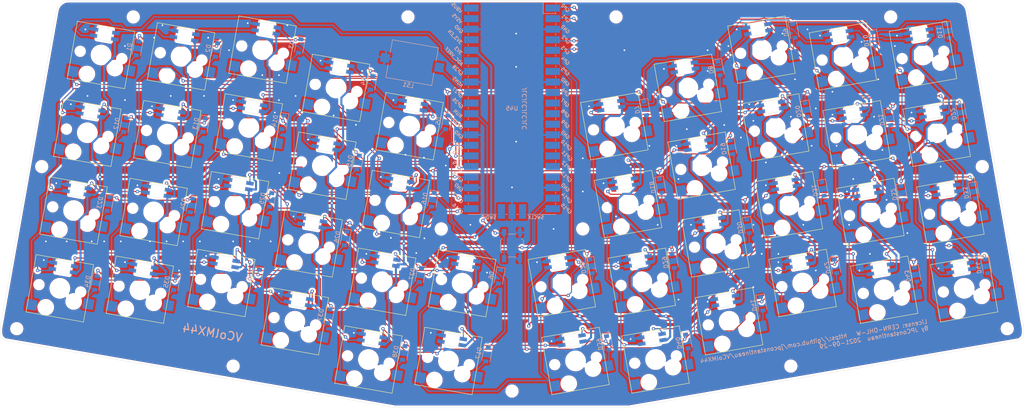
<source format=kicad_pcb>
(kicad_pcb (version 20171130) (host pcbnew "(5.1.10)-1")
  (layers (0 F.Cu signal hide) (31 B.Cu signal hide) (34 B.Paste user) (35 F.Paste user) (36 B.SilkS user) (37 F.SilkS user) (38 B.Mask user) (39 F.Mask user) (44 Edge.Cuts user))
  (net 0 "")
  (net 1 "Net-(D1-Pad2)")
  (net 2 "Net-(D2-Pad2)")
  (net 3 "Net-(D3-Pad2)")
  (net 4 "Net-(D4-Pad2)")
  (net 5 "Net-(D5-Pad2)")
  (net 6 "Net-(D6-Pad2)")
  (net 7 "Net-(D7-Pad2)")
  (net 8 "Net-(D8-Pad2)")
  (net 9 "Net-(D9-Pad2)")
  (net 10 "Net-(D10-Pad2)")
  (net 11 "Net-(D11-Pad2)")
  (net 12 "Net-(D12-Pad2)")
  (net 13 "Net-(D13-Pad2)")
  (net 14 "Net-(D14-Pad2)")
  (net 15 "Net-(D15-Pad2)")
  (net 16 "Net-(D16-Pad2)")
  (net 17 "Net-(D17-Pad2)")
  (net 18 "Net-(D18-Pad2)")
  (net 19 "Net-(D19-Pad2)")
  (net 20 "Net-(D20-Pad2)")
  (net 21 "Net-(D21-Pad2)")
  (net 22 "Net-(D22-Pad2)")
  (net 23 "Net-(D23-Pad2)")
  (net 24 "Net-(D24-Pad2)")
  (net 25 "Net-(D25-Pad2)")
  (net 26 "Net-(D26-Pad2)")
  (net 27 "Net-(D27-Pad2)")
  (net 28 "Net-(D28-Pad2)")
  (net 29 "Net-(D29-Pad2)")
  (net 30 "Net-(D30-Pad2)")
  (net 31 "Net-(D31-Pad2)")
  (net 32 "Net-(D32-Pad2)")
  (net 33 "Net-(D33-Pad2)")
  (net 34 "Net-(D34-Pad2)")
  (net 35 "Net-(D35-Pad2)")
  (net 36 "Net-(D36-Pad2)")
  (net 37 "Net-(D37-Pad2)")
  (net 38 "Net-(D38-Pad2)")
  (net 39 "Net-(D39-Pad2)")
  (net 40 "Net-(D40-Pad2)")
  (net 41 "Net-(D41-Pad2)")
  (net 42 "Net-(D42-Pad2)")
  (net 43 "Net-(D43-Pad2)")
  (net 44 "Net-(D44-Pad2)")
  (net 45 GND)
  (net 46 VCC)
  (net 47 ROW1)
  (net 48 ROW2)
  (net 49 ROW3)
  (net 50 ROW4)
  (net 51 COL1)
  (net 52 COL2)
  (net 53 COL3)
  (net 54 COL4)
  (net 55 COL5)
  (net 56 COL6)
  (net 57 COL7)
  (net 58 COL8)
  (net 59 COL9)
  (net 60 COL10)
  (net 61 COL11)
  (net 62 RGB1)
  (net 63 RGB2)
  (net 64 RGB3)
  (net 65 RGB4)
  (net 66 RGB5)
  (net 67 RGB6)
  (net 68 RGB7)
  (net 69 RGB8)
  (net 70 RGB9)
  (net 71 RGB10)
  (net 72 RGB11)
  (net 73 RGB16)
  (net 74 RGB17)
  (net 75 RGB12)
  (net 76 RGB13)
  (net 77 RGB14)
  (net 78 RGB15)
  (net 79 RGB34)
  (net 80 RGB29)
  (net 81 RGB28)
  (net 82 RGB30)
  (net 83 RGB31)
  (net 84 RGB32)
  (net 85 RGB33)
  (net 86 RGB18)
  (net 87 RGB19)
  (net 88 RGB20)
  (net 89 RGB21)
  (net 90 RGB22)
  (net 91 RGB23)
  (net 92 RGB24)
  (net 93 RGB25)
  (net 94 RGB26)
  (net 95 RGB27)
  (net 96 RGB35)
  (net 97 RGB41)
  (net 98 RGB40)
  (net 99 RGB42)
  (net 100 RGB43)
  (net 101 RGB44)
  (net 102 RGB36)
  (net 103 RGB37)
  (net 104 RGB38)
  (net 105 RGB39)
  (net 106 "Net-(SW1-Pad1)")
  (net 107 SPEAKER)
  (module Buzzer_Beeper:Buzzer_Mallory_AST1109MLTRQ (layer B.Cu) (at 126 65 170)
    (fp_text reference LS1 (at 0 -5.5 170) (layer B.SilkS) (effects (justify mirror)))
    (fp_text value Speaker)
    (pad 1 smd rect (at -6.6 0 170) (size 2.2 2.2) (layers B.Cu B.Paste B.Mask) (net 107 SPEAKER))
    (pad 2 smd rect (at 6.6 0 170) (size 2.2 2.2) (layers B.Cu B.Paste B.Mask) (net 45 GND))
  )
  (module Button_Switch_SMD:SW_SPST_TL3342 (layer B.Cu) (at 150 109 270)
    (fp_text reference SW1 hide)
    (fp_text value RESET)
    (pad 2 smd rect (at 3.15 -1.9 270) (size 1.7 1) (layers B.Cu B.Paste B.Mask) (net 45 GND))
    (pad 2 smd rect (at -3.15 -1.9 270) (size 1.7 1) (layers B.Cu B.Paste B.Mask) (net 45 GND))
    (pad 1 smd rect (at 3.15 1.9 270) (size 1.7 1) (layers B.Cu B.Paste B.Mask) (net 106 "Net-(SW1-Pad1)"))
    (pad 1 smd rect (at -3.15 1.9 270) (size 1.7 1) (layers B.Cu B.Paste B.Mask) (net 106 "Net-(SW1-Pad1)"))
  )
  (module MCU_RaspberryPi_and_Boards:RPi_Pico_SMD (layer B.Cu) (at 150 76 180)
    (fp_text reference U45 (at 0 0) (layer B.SilkS) (effects (justify mirror)))
    (fp_text value Pico)
    (fp_text user GP1 (at -12.9 21.6 315) (layer B.SilkS) (effects (font (size 0.8 0.8)) (justify mirror)))
    (fp_text user GP2 (at -12.9 16.51 315) (layer B.SilkS) (effects (font (size 0.8 0.8)) (justify mirror)))
    (fp_text user GP0 (at -12.8 24.13 315) (layer B.SilkS) (effects (font (size 0.8 0.8)) (justify mirror)))
    (fp_text user GP3 (at -12.8 13.97 315) (layer B.SilkS) (effects (font (size 0.8 0.8)) (justify mirror)))
    (fp_text user GP4 (at -12.8 11.43 315) (layer B.SilkS) (effects (font (size 0.8 0.8)) (justify mirror)))
    (fp_text user GP5 (at -12.8 8.89 315) (layer B.SilkS) (effects (font (size 0.8 0.8)) (justify mirror)))
    (fp_text user GP6 (at -12.8 3.81 315) (layer B.SilkS) (effects (font (size 0.8 0.8)) (justify mirror)))
    (fp_text user GP7 (at -12.7 1.3 315) (layer B.SilkS) (effects (font (size 0.8 0.8)) (justify mirror)))
    (fp_text user GP8 (at -12.8 -1.27 315) (layer B.SilkS) (effects (font (size 0.8 0.8)) (justify mirror)))
    (fp_text user GP9 (at -12.8 -3.81 315) (layer B.SilkS) (effects (font (size 0.8 0.8)) (justify mirror)))
    (fp_text user GP10 (at -13.054 -8.89 315) (layer B.SilkS) (effects (font (size 0.8 0.8)) (justify mirror)))
    (fp_text user GP11 (at -13.2 -11.43 315) (layer B.SilkS) (effects (font (size 0.8 0.8)) (justify mirror)))
    (fp_text user GP12 (at -13.2 -13.97 315) (layer B.SilkS) (effects (font (size 0.8 0.8)) (justify mirror)))
    (fp_text user GP13 (at -13.054 -16.51 315) (layer B.SilkS) (effects (font (size 0.8 0.8)) (justify mirror)))
    (fp_text user GP14 (at -13.1 -21.59 315) (layer B.SilkS) (effects (font (size 0.8 0.8)) (justify mirror)))
    (fp_text user GP15 (at -13.054 -24.13 315) (layer B.SilkS) (effects (font (size 0.8 0.8)) (justify mirror)))
    (fp_text user GP16 (at 13.054 -24.13 315) (layer B.SilkS) (effects (font (size 0.8 0.8)) (justify mirror)))
    (fp_text user GP17 (at 13.054 -21.59 315) (layer B.SilkS) (effects (font (size 0.8 0.8)) (justify mirror)))
    (fp_text user GP18 (at 13.054 -16.51 315) (layer B.SilkS) (effects (font (size 0.8 0.8)) (justify mirror)))
    (fp_text user GP19 (at 13.054 -13.97 315) (layer B.SilkS) (effects (font (size 0.8 0.8)) (justify mirror)))
    (fp_text user GP20 (at 13.054 -11.43 315) (layer B.SilkS) (effects (font (size 0.8 0.8)) (justify mirror)))
    (fp_text user GP21 (at 13.054 -8.9 315) (layer B.SilkS) (effects (font (size 0.8 0.8)) (justify mirror)))
    (fp_text user GP22 (at 13.054 -3.81 315) (layer B.SilkS) (effects (font (size 0.8 0.8)) (justify mirror)))
    (fp_text user RUN (at 13 -1.27 315) (layer B.SilkS) (effects (font (size 0.8 0.8)) (justify mirror)))
    (fp_text user GP26 (at 13.054 1.27 315) (layer B.SilkS) (effects (font (size 0.8 0.8)) (justify mirror)))
    (fp_text user GP27 (at 13.054 3.8 315) (layer B.SilkS) (effects (font (size 0.8 0.8)) (justify mirror)))
    (fp_text user GP28 (at 13.054 9.144 315) (layer B.SilkS) (effects (font (size 0.8 0.8)) (justify mirror)))
    (fp_text user ADC_VREF (at 14 12.5 315) (layer B.SilkS) (effects (font (size 0.8 0.8)) (justify mirror)))
    (fp_text user 3V3 (at 12.9 13.9 315) (layer B.SilkS) (effects (font (size 0.8 0.8)) (justify mirror)))
    (fp_text user 3V3_EN (at 13.7 17.2 315) (layer B.SilkS) (effects (font (size 0.8 0.8)) (justify mirror)))
    (fp_text user VSYS (at 13.2 21.59 315) (layer B.SilkS) (effects (font (size 0.8 0.8)) (justify mirror)))
    (fp_text user VBUS (at 13.3 24.2 315) (layer B.SilkS) (effects (font (size 0.8 0.8)) (justify mirror)))
    (fp_text user GND (at -12.8 19.05 315) (layer B.SilkS) (effects (font (size 0.8 0.8)) (justify mirror)))
    (fp_text user GND (at -12.8 6.35 315) (layer B.SilkS) (effects (font (size 0.8 0.8)) (justify mirror)))
    (fp_text user GND (at -12.8 -6.35 315) (layer B.SilkS) (effects (font (size 0.8 0.8)) (justify mirror)))
    (fp_text user GND (at -12.8 -19.05 315) (layer B.SilkS) (effects (font (size 0.8 0.8)) (justify mirror)))
    (fp_text user GND (at 12.8 -19.05 315) (layer B.SilkS) (effects (font (size 0.8 0.8)) (justify mirror)))
    (fp_text user GND (at 12.8 -6.35 315) (layer B.SilkS) (effects (font (size 0.8 0.8)) (justify mirror)))
    (fp_text user GND (at 12.8 19.05 315) (layer B.SilkS) (effects (font (size 0.8 0.8)) (justify mirror)))
    (fp_text user AGND (at 13.054 6.35 315) (layer B.SilkS) (effects (font (size 0.8 0.8)) (justify mirror)))
    (fp_text user SWCLK (at -5.7 -26.2) (layer B.SilkS) (effects (font (size 0.8 0.8)) (justify mirror)))
    (fp_text user SWDIO (at 5.6 -26.2) (layer B.SilkS) (effects (font (size 0.8 0.8)) (justify mirror)))
    (pad 1 smd rect (at -8.89 24.13 180) (size 3.5 1.7) (drill (offset -0.9 0)) (layers B.Cu B.Mask) (net 61 COL11))
    (pad 2 smd rect (at -8.89 21.59 180) (size 3.5 1.7) (drill (offset -0.9 0)) (layers B.Cu B.Mask) (net 60 COL10))
    (pad 3 smd rect (at -8.89 19.05 180) (size 3.5 1.7) (drill (offset -0.9 0)) (layers B.Cu B.Mask) (net 45 GND))
    (pad 4 smd rect (at -8.89 16.51 180) (size 3.5 1.7) (drill (offset -0.9 0)) (layers B.Cu B.Mask) (net 59 COL9))
    (pad 5 smd rect (at -8.89 13.97 180) (size 3.5 1.7) (drill (offset -0.9 0)) (layers B.Cu B.Mask) (net 58 COL8))
    (pad 6 smd rect (at -8.89 11.43 180) (size 3.5 1.7) (drill (offset -0.9 0)) (layers B.Cu B.Mask) (net 57 COL7))
    (pad 7 smd rect (at -8.89 8.89 180) (size 3.5 1.7) (drill (offset -0.9 0)) (layers B.Cu B.Mask) (net 56 COL6))
    (pad 8 smd rect (at -8.89 6.35 180) (size 3.5 1.7) (drill (offset -0.9 0)) (layers B.Cu B.Mask) (net 45 GND))
    (pad 9 smd rect (at -8.89 3.81 180) (size 3.5 1.7) (drill (offset -0.9 0)) (layers B.Cu B.Mask))
    (pad 10 smd rect (at -8.89 1.27 180) (size 3.5 1.7) (drill (offset -0.9 0)) (layers B.Cu B.Mask))
    (pad 11 smd rect (at -8.89 -1.27 180) (size 3.5 1.7) (drill (offset -0.9 0)) (layers B.Cu B.Mask))
    (pad 12 smd rect (at -8.89 -3.81 180) (size 3.5 1.7) (drill (offset -0.9 0)) (layers B.Cu B.Mask))
    (pad 13 smd rect (at -8.89 -6.35 180) (size 3.5 1.7) (drill (offset -0.9 0)) (layers B.Cu B.Mask) (net 45 GND))
    (pad 14 smd rect (at -8.89 -8.89 180) (size 3.5 1.7) (drill (offset -0.9 0)) (layers B.Cu B.Mask))
    (pad 15 smd rect (at -8.89 -11.43 180) (size 3.5 1.7) (drill (offset -0.9 0)) (layers B.Cu B.Mask))
    (pad 16 smd rect (at -8.89 -13.97 180) (size 3.5 1.7) (drill (offset -0.9 0)) (layers B.Cu B.Mask))
    (pad 17 smd rect (at -8.89 -16.51 180) (size 3.5 1.7) (drill (offset -0.9 0)) (layers B.Cu B.Mask))
    (pad 18 smd rect (at -8.89 -19.05 180) (size 3.5 1.7) (drill (offset -0.9 0)) (layers B.Cu B.Mask) (net 45 GND))
    (pad 19 smd rect (at -8.89 -21.59 180) (size 3.5 1.7) (drill (offset -0.9 0)) (layers B.Cu B.Mask) (net 49 ROW3))
    (pad 20 smd rect (at -8.89 -24.13 180) (size 3.5 1.7) (drill (offset -0.9 0)) (layers B.Cu B.Mask) (net 50 ROW4))
    (pad 40 smd rect (at 8.89 24.13 180) (size 3.5 1.7) (drill (offset 0.9 0)) (layers B.Cu B.Mask))
    (pad 39 smd rect (at 8.89 21.59 180) (size 3.5 1.7) (drill (offset 0.9 0)) (layers B.Cu B.Mask))
    (pad 38 smd rect (at 8.89 19.05 180) (size 3.5 1.7) (drill (offset 0.9 0)) (layers B.Cu B.Mask) (net 45 GND))
    (pad 37 smd rect (at 8.89 16.51 180) (size 3.5 1.7) (drill (offset 0.9 0)) (layers B.Cu B.Mask))
    (pad 36 smd rect (at 8.89 13.97 180) (size 3.5 1.7) (drill (offset 0.9 0)) (layers B.Cu B.Mask) (net 46 VCC))
    (pad 35 smd rect (at 8.89 11.43 180) (size 3.5 1.7) (drill (offset 0.9 0)) (layers B.Cu B.Mask))
    (pad 34 smd rect (at 8.89 8.89 180) (size 3.5 1.7) (drill (offset 0.9 0)) (layers B.Cu B.Mask) (net 62 RGB1))
    (pad 33 smd rect (at 8.89 6.35 180) (size 3.5 1.7) (drill (offset 0.9 0)) (layers B.Cu B.Mask) (net 45 GND))
    (pad 32 smd rect (at 8.89 3.81 180) (size 3.5 1.7) (drill (offset 0.9 0)) (layers B.Cu B.Mask) (net 107 SPEAKER))
    (pad 31 smd rect (at 8.89 1.27 180) (size 3.5 1.7) (drill (offset 0.9 0)) (layers B.Cu B.Mask))
    (pad 30 smd rect (at 8.89 -1.27 180) (size 3.5 1.7) (drill (offset 0.9 0)) (layers B.Cu B.Mask) (net 106 "Net-(SW1-Pad1)"))
    (pad 29 smd rect (at 8.89 -3.81 180) (size 3.5 1.7) (drill (offset 0.9 0)) (layers B.Cu B.Mask) (net 47 ROW1))
    (pad 28 smd rect (at 8.89 -6.35 180) (size 3.5 1.7) (drill (offset 0.9 0)) (layers B.Cu B.Mask) (net 45 GND))
    (pad 27 smd rect (at 8.89 -8.89 180) (size 3.5 1.7) (drill (offset 0.9 0)) (layers B.Cu B.Mask) (net 48 ROW2))
    (pad 26 smd rect (at 8.89 -11.43 180) (size 3.5 1.7) (drill (offset 0.9 0)) (layers B.Cu B.Mask) (net 51 COL1))
    (pad 25 smd rect (at 8.89 -13.97 180) (size 3.5 1.7) (drill (offset 0.9 0)) (layers B.Cu B.Mask) (net 52 COL2))
    (pad 24 smd rect (at 8.89 -16.51 180) (size 3.5 1.7) (drill (offset 0.9 0)) (layers B.Cu B.Mask) (net 53 COL3))
    (pad 23 smd rect (at 8.89 -19.05 180) (size 3.5 1.7) (drill (offset 0.9 0)) (layers B.Cu B.Mask) (net 45 GND))
    (pad 22 smd rect (at 8.89 -21.59 180) (size 3.5 1.7) (drill (offset 0.9 0)) (layers B.Cu B.Mask) (net 54 COL4))
    (pad 21 smd rect (at 8.89 -24.13 180) (size 3.5 1.7) (drill (offset 0.9 0)) (layers B.Cu B.Mask) (net 55 COL5))
    (pad 41 smd rect (at -2.54 -23.9 90) (size 3.5 1.7) (drill (offset -0.9 0)) (layers B.Cu B.Mask))
    (pad 42 smd rect (at 0 -23.9 90) (size 3.5 1.7) (drill (offset -0.9 0)) (layers B.Cu B.Mask) (net 45 GND))
    (pad 43 smd rect (at 2.54 -23.9 90) (size 3.5 1.7) (drill (offset -0.9 0)) (layers B.Cu B.Mask))
  )
  (module MountingHole:MountingHole_2.2mm_M2_DIN965 (layer F.Cu) (at 167 105)
    (fp_text reference H13 hide)
    (fp_text value MountingHole)
    (pad 1 np_thru_hole circle (at 0 0) (size 2.2 2.2) (drill 2.2) (layers *.Cu *.Mask))
  )
  (module MountingHole:MountingHole_2.2mm_M2_DIN965 (layer F.Cu) (at 133 105)
    (fp_text reference H12 hide)
    (fp_text value MountingHole)
    (pad 1 np_thru_hole circle (at 0 0) (size 2.2 2.2) (drill 2.2) (layers *.Cu *.Mask))
  )
  (module MountingHole:MountingHole_2.2mm_M2_DIN965 (layer F.Cu) (at 175 54)
    (fp_text reference H11 hide)
    (fp_text value MountingHole)
    (pad 1 np_thru_hole circle (at 0 0) (size 2.2 2.2) (drill 2.2) (layers *.Cu *.Mask))
  )
  (module MountingHole:MountingHole_2.2mm_M2_DIN965 (layer F.Cu) (at 125 54)
    (fp_text reference H10 hide)
    (fp_text value MountingHole)
    (pad 1 np_thru_hole circle (at 0 0) (size 2.2 2.2) (drill 2.2) (layers *.Cu *.Mask))
  )
  (module MountingHole:MountingHole_2.2mm_M2_DIN965 (layer F.Cu) (at 241 54)
    (fp_text reference H9 hide)
    (fp_text value MountingHole)
    (pad 1 np_thru_hole circle (at 0 0) (size 2.2 2.2) (drill 2.2) (layers *.Cu *.Mask))
  )
  (module MountingHole:MountingHole_2.2mm_M2_DIN965 (layer F.Cu) (at 59 54)
    (fp_text reference H8 hide)
    (fp_text value MountingHole)
    (pad 1 np_thru_hole circle (at 0 0) (size 2.2 2.2) (drill 2.2) (layers *.Cu *.Mask))
  )
  (module MountingHole:MountingHole_2.2mm_M2_DIN965 (layer F.Cu) (at 263 90)
    (fp_text reference H7 hide)
    (fp_text value MountingHole)
    (pad 1 np_thru_hole circle (at 0 0) (size 2.2 2.2) (drill 2.2) (layers *.Cu *.Mask))
  )
  (module MountingHole:MountingHole_2.2mm_M2_DIN965 (layer F.Cu) (at 37 90)
    (fp_text reference H6 hide)
    (fp_text value MountingHole)
    (pad 1 np_thru_hole circle (at 0 0) (size 2.2 2.2) (drill 2.2) (layers *.Cu *.Mask))
  )
  (module MountingHole:MountingHole_2.2mm_M2_DIN965 (layer F.Cu) (at 269 129)
    (fp_text reference H5 hide)
    (fp_text value MountingHole)
    (pad 1 np_thru_hole circle (at 0 0) (size 2.2 2.2) (drill 2.2) (layers *.Cu *.Mask))
  )
  (module MountingHole:MountingHole_2.2mm_M2_DIN965 (layer F.Cu) (at 31 129)
    (fp_text reference H4 hide)
    (fp_text value MountingHole)
    (pad 1 np_thru_hole circle (at 0 0) (size 2.2 2.2) (drill 2.2) (layers *.Cu *.Mask))
  )
  (module MountingHole:MountingHole_2.2mm_M2_DIN965 (layer F.Cu) (at 217 138)
    (fp_text reference H3 hide)
    (fp_text value MountingHole)
    (pad 1 np_thru_hole circle (at 0 0) (size 2.2 2.2) (drill 2.2) (layers *.Cu *.Mask))
  )
  (module MountingHole:MountingHole_2.2mm_M2_DIN965 (layer F.Cu) (at 83 138)
    (fp_text reference H2 hide)
    (fp_text value MountingHole)
    (pad 1 np_thru_hole circle (at 0 0) (size 2.2 2.2) (drill 2.2) (layers *.Cu *.Mask))
  )
  (module MountingHole:MountingHole_2.2mm_M2_DIN965 (layer F.Cu) (at 150 144)
    (fp_text reference H1 hide)
    (fp_text value MountingHole)
    (pad 1 np_thru_hole circle (at 0 0) (size 2.2 2.2) (drill 2.2) (layers *.Cu *.Mask))
  )
  (module Diode_SMD:D_SOD-123 (layer B.Cu) (at 60 61.583514 260)
    (fp_text reference D1 (at 0 2 80) (layer B.SilkS) (effects (justify mirror)))
    (fp_text value D)
    (pad 2 smd rect (at 1.65 0 260) (size 0.9 1.2) (layers B.Cu B.Paste B.Mask) (net 1 "Net-(D1-Pad2)"))
    (pad 1 smd rect (at -1.65 0 260) (size 0.9 1.2) (layers B.Cu B.Paste B.Mask) (net 47 ROW1))
  )
  (module Diode_SMD:D_SOD-123 (layer B.Cu) (at 79 61.928406 260)
    (fp_text reference D2 (at 0 2 80) (layer B.SilkS) (effects (justify mirror)))
    (fp_text value D)
    (pad 1 smd rect (at -1.65 0 260) (size 0.9 1.2) (layers B.Cu B.Paste B.Mask) (net 47 ROW1))
    (pad 2 smd rect (at 1.65 0 260) (size 0.9 1.2) (layers B.Cu B.Paste B.Mask) (net 2 "Net-(D2-Pad2)"))
  )
  (module Diode_SMD:D_SOD-123 (layer B.Cu) (at 99 61 260)
    (fp_text reference D3 (at 0 2 80) (layer B.SilkS) (effects (justify mirror)))
    (fp_text value D)
    (pad 1 smd rect (at -1.65 0 260) (size 0.9 1.2) (layers B.Cu B.Paste B.Mask) (net 47 ROW1))
    (pad 2 smd rect (at 1.65 0 260) (size 0.9 1.2) (layers B.Cu B.Paste B.Mask) (net 3 "Net-(D3-Pad2)"))
  )
  (module Diode_SMD:D_SOD-123 (layer B.Cu) (at 116.286519 69.856527 260)
    (fp_text reference D4 (at 0 2 80) (layer B.SilkS) (effects (justify mirror)))
    (fp_text value D)
    (pad 2 smd rect (at 1.65 0 260) (size 0.9 1.2) (layers B.Cu B.Paste B.Mask) (net 4 "Net-(D4-Pad2)"))
    (pad 1 smd rect (at -1.65 0 260) (size 0.9 1.2) (layers B.Cu B.Paste B.Mask) (net 47 ROW1))
  )
  (module Diode_SMD:D_SOD-123 (layer B.Cu) (at 134.286519 79.375067 260)
    (fp_text reference D5 (at 0 2 80) (layer B.SilkS) (effects (justify mirror)))
    (fp_text value D)
    (pad 1 smd rect (at -1.65 0 260) (size 0.9 1.2) (layers B.Cu B.Paste B.Mask) (net 47 ROW1))
    (pad 2 smd rect (at 1.65 0 260) (size 0.9 1.2) (layers B.Cu B.Paste B.Mask) (net 5 "Net-(D5-Pad2)"))
  )
  (module Diode_SMD:D_SOD-123 (layer B.Cu) (at 147 116.487593 260)
    (fp_text reference D6 (at 0 2 80) (layer B.SilkS) (effects (justify mirror)))
    (fp_text value D)
    (pad 1 smd rect (at -1.65 0 260) (size 0.9 1.2) (layers B.Cu B.Paste B.Mask) (net 47 ROW1))
    (pad 2 smd rect (at 1.65 0 260) (size 0.9 1.2) (layers B.Cu B.Paste B.Mask) (net 6 "Net-(D6-Pad2)"))
  )
  (module Diode_SMD:D_SOD-123 (layer B.Cu) (at 182 76 280)
    (fp_text reference D7 (at 0 2 100) (layer B.SilkS) (effects (justify mirror)))
    (fp_text value D)
    (pad 1 smd rect (at -1.65 0 280) (size 0.9 1.2) (layers B.Cu B.Paste B.Mask) (net 47 ROW1))
    (pad 2 smd rect (at 1.65 0 280) (size 0.9 1.2) (layers B.Cu B.Paste B.Mask) (net 7 "Net-(D7-Pad2)"))
  )
  (module Diode_SMD:D_SOD-123 (layer B.Cu) (at 199.713481 66.375067 280)
    (fp_text reference D8 (at 0 2 100) (layer B.SilkS) (effects (justify mirror)))
    (fp_text value D)
    (pad 1 smd rect (at -1.65 0 280) (size 0.9 1.2) (layers B.Cu B.Paste B.Mask) (net 47 ROW1))
    (pad 2 smd rect (at 1.65 0 280) (size 0.9 1.2) (layers B.Cu B.Paste B.Mask) (net 8 "Net-(D8-Pad2)"))
  )
  (module Diode_SMD:D_SOD-123 (layer B.Cu) (at 217.713481 57.375067 280)
    (fp_text reference D9 (at 0 2 100) (layer B.SilkS) (effects (justify mirror)))
    (fp_text value D)
    (pad 1 smd rect (at -1.65 0 280) (size 0.9 1.2) (layers B.Cu B.Paste B.Mask) (net 47 ROW1))
    (pad 2 smd rect (at 1.65 0 280) (size 0.9 1.2) (layers B.Cu B.Paste B.Mask) (net 9 "Net-(D9-Pad2)"))
  )
  (module Diode_SMD:D_SOD-123 (layer B.Cu) (at 237 59.375067 280)
    (fp_text reference D10 (at 0 2 100) (layer B.SilkS) (effects (justify mirror)))
    (fp_text value D)
    (pad 1 smd rect (at -1.65 0 280) (size 0.9 1.2) (layers B.Cu B.Paste B.Mask) (net 47 ROW1))
    (pad 2 smd rect (at 1.65 0 280) (size 0.9 1.2) (layers B.Cu B.Paste B.Mask) (net 10 "Net-(D10-Pad2)"))
  )
  (module Diode_SMD:D_SOD-123 (layer B.Cu) (at 254.713481 57.375067 280)
    (fp_text reference D11 (at 0 2 100) (layer B.SilkS) (effects (justify mirror)))
    (fp_text value D)
    (pad 1 smd rect (at -1.65 0 280) (size 0.9 1.2) (layers B.Cu B.Paste B.Mask) (net 47 ROW1))
    (pad 2 smd rect (at 1.65 0 280) (size 0.9 1.2) (layers B.Cu B.Paste B.Mask) (net 11 "Net-(D11-Pad2)"))
  )
  (module Diode_SMD:D_SOD-123 (layer B.Cu) (at 57 80 260)
    (fp_text reference D12 (at 0 2 80) (layer B.SilkS) (effects (justify mirror)))
    (fp_text value D)
    (pad 2 smd rect (at 1.65 0 260) (size 0.9 1.2) (layers B.Cu B.Paste B.Mask) (net 12 "Net-(D12-Pad2)"))
    (pad 1 smd rect (at -1.65 0 260) (size 0.9 1.2) (layers B.Cu B.Paste B.Mask) (net 48 ROW2))
  )
  (module Diode_SMD:D_SOD-123 (layer B.Cu) (at 76 80 260)
    (fp_text reference D13 (at 0 2 80) (layer B.SilkS) (effects (justify mirror)))
    (fp_text value D)
    (pad 2 smd rect (at 1.65 0 260) (size 0.9 1.2) (layers B.Cu B.Paste B.Mask) (net 13 "Net-(D13-Pad2)"))
    (pad 1 smd rect (at -1.65 0 260) (size 0.9 1.2) (layers B.Cu B.Paste B.Mask) (net 48 ROW2))
  )
  (module Diode_SMD:D_SOD-123 (layer B.Cu) (at 95 79.359712 260)
    (fp_text reference D14 (at 0 2 80) (layer B.SilkS) (effects (justify mirror)))
    (fp_text value D)
    (pad 2 smd rect (at 1.65 0 260) (size 0.9 1.2) (layers B.Cu B.Paste B.Mask) (net 14 "Net-(D14-Pad2)"))
    (pad 1 smd rect (at -1.65 0 260) (size 0.9 1.2) (layers B.Cu B.Paste B.Mask) (net 48 ROW2))
  )
  (module Diode_SMD:D_SOD-123 (layer B.Cu) (at 113 89 260)
    (fp_text reference D15 (at 0 2 80) (layer B.SilkS) (effects (justify mirror)))
    (fp_text value D)
    (pad 1 smd rect (at -1.65 0 260) (size 0.9 1.2) (layers B.Cu B.Paste B.Mask) (net 48 ROW2))
    (pad 2 smd rect (at 1.65 0 260) (size 0.9 1.2) (layers B.Cu B.Paste B.Mask) (net 15 "Net-(D15-Pad2)"))
  )
  (module Diode_SMD:D_SOD-123 (layer B.Cu) (at 131 98 260)
    (fp_text reference D16 (at 0 2 80) (layer B.SilkS) (effects (justify mirror)))
    (fp_text value D)
    (pad 2 smd rect (at 1.65 0 260) (size 0.9 1.2) (layers B.Cu B.Paste B.Mask) (net 16 "Net-(D16-Pad2)"))
    (pad 1 smd rect (at -1.65 0 260) (size 0.9 1.2) (layers B.Cu B.Paste B.Mask) (net 48 ROW2))
  )
  (module Diode_SMD:D_SOD-123 (layer B.Cu) (at 144 135.19894 260)
    (fp_text reference D17 (at 0 2 80) (layer B.SilkS) (effects (justify mirror)))
    (fp_text value D)
    (pad 2 smd rect (at 1.65 0 260) (size 0.9 1.2) (layers B.Cu B.Paste B.Mask) (net 17 "Net-(D17-Pad2)"))
    (pad 1 smd rect (at -1.65 0 260) (size 0.9 1.2) (layers B.Cu B.Paste B.Mask) (net 48 ROW2))
  )
  (module Diode_SMD:D_SOD-123 (layer B.Cu) (at 185.713481 94.652983 280)
    (fp_text reference D18 (at 0 2 100) (layer B.SilkS) (effects (justify mirror)))
    (fp_text value D)
    (pad 2 smd rect (at 1.65 0 280) (size 0.9 1.2) (layers B.Cu B.Paste B.Mask) (net 18 "Net-(D18-Pad2)"))
    (pad 1 smd rect (at -1.65 0 280) (size 0.9 1.2) (layers B.Cu B.Paste B.Mask) (net 48 ROW2))
  )
  (module Diode_SMD:D_SOD-123 (layer B.Cu) (at 202.713481 85.375067 280)
    (fp_text reference D19 (at 0 2 100) (layer B.SilkS) (effects (justify mirror)))
    (fp_text value D)
    (pad 1 smd rect (at -1.65 0 280) (size 0.9 1.2) (layers B.Cu B.Paste B.Mask) (net 48 ROW2))
    (pad 2 smd rect (at 1.65 0 280) (size 0.9 1.2) (layers B.Cu B.Paste B.Mask) (net 19 "Net-(D19-Pad2)"))
  )
  (module Diode_SMD:D_SOD-123 (layer B.Cu) (at 220.713481 76.375067 280)
    (fp_text reference D20 (at 0 2 100) (layer B.SilkS) (effects (justify mirror)))
    (fp_text value D)
    (pad 2 smd rect (at 1.65 0 280) (size 0.9 1.2) (layers B.Cu B.Paste B.Mask) (net 20 "Net-(D20-Pad2)"))
    (pad 1 smd rect (at -1.65 0 280) (size 0.9 1.2) (layers B.Cu B.Paste B.Mask) (net 48 ROW2))
  )
  (module Diode_SMD:D_SOD-123 (layer B.Cu) (at 240.713481 78.375067 280)
    (fp_text reference D21 (at 0 2 100) (layer B.SilkS) (effects (justify mirror)))
    (fp_text value D)
    (pad 2 smd rect (at 1.65 0 280) (size 0.9 1.2) (layers B.Cu B.Paste B.Mask) (net 21 "Net-(D21-Pad2)"))
    (pad 1 smd rect (at -1.65 0 280) (size 0.9 1.2) (layers B.Cu B.Paste B.Mask) (net 48 ROW2))
  )
  (module Diode_SMD:D_SOD-123 (layer B.Cu) (at 258 77 280)
    (fp_text reference D22 (at 0 2 100) (layer B.SilkS) (effects (justify mirror)))
    (fp_text value D)
    (pad 2 smd rect (at 1.65 0 280) (size 0.9 1.2) (layers B.Cu B.Paste B.Mask) (net 22 "Net-(D22-Pad2)"))
    (pad 1 smd rect (at -1.65 0 280) (size 0.9 1.2) (layers B.Cu B.Paste B.Mask) (net 48 ROW2))
  )
  (module Diode_SMD:D_SOD-123 (layer B.Cu) (at 53 99 260)
    (fp_text reference D23 (at 0 2 80) (layer B.SilkS) (effects (justify mirror)))
    (fp_text value D)
    (pad 1 smd rect (at -1.65 0 260) (size 0.9 1.2) (layers B.Cu B.Paste B.Mask) (net 49 ROW3))
    (pad 2 smd rect (at 1.65 0 260) (size 0.9 1.2) (layers B.Cu B.Paste B.Mask) (net 23 "Net-(D23-Pad2)"))
  )
  (module Diode_SMD:D_SOD-123 (layer B.Cu) (at 73 99.3511 260)
    (fp_text reference D24 (at 0 2 80) (layer B.SilkS) (effects (justify mirror)))
    (fp_text value D)
    (pad 1 smd rect (at -1.65 0 260) (size 0.9 1.2) (layers B.Cu B.Paste B.Mask) (net 49 ROW3))
    (pad 2 smd rect (at 1.65 0 260) (size 0.9 1.2) (layers B.Cu B.Paste B.Mask) (net 24 "Net-(D24-Pad2)"))
  )
  (module Diode_SMD:D_SOD-123 (layer B.Cu) (at 92 98 260)
    (fp_text reference D25 (at 0 2 80) (layer B.SilkS) (effects (justify mirror)))
    (fp_text value D)
    (pad 1 smd rect (at -1.65 0 260) (size 0.9 1.2) (layers B.Cu B.Paste B.Mask) (net 49 ROW3))
    (pad 2 smd rect (at 1.65 0 260) (size 0.9 1.2) (layers B.Cu B.Paste B.Mask) (net 25 "Net-(D25-Pad2)"))
  )
  (module Diode_SMD:D_SOD-123 (layer B.Cu) (at 110 107.279222 260)
    (fp_text reference D26 (at 0 2 80) (layer B.SilkS) (effects (justify mirror)))
    (fp_text value D)
    (pad 1 smd rect (at -1.65 0 260) (size 0.9 1.2) (layers B.Cu B.Paste B.Mask) (net 49 ROW3))
    (pad 2 smd rect (at 1.65 0 260) (size 0.9 1.2) (layers B.Cu B.Paste B.Mask) (net 26 "Net-(D26-Pad2)"))
  )
  (module Diode_SMD:D_SOD-123 (layer B.Cu) (at 128 116.142701 260)
    (fp_text reference D27 (at 0 2 80) (layer B.SilkS) (effects (justify mirror)))
    (fp_text value D)
    (pad 1 smd rect (at -1.65 0 260) (size 0.9 1.2) (layers B.Cu B.Paste B.Mask) (net 49 ROW3))
    (pad 2 smd rect (at 1.65 0 260) (size 0.9 1.2) (layers B.Cu B.Paste B.Mask) (net 27 "Net-(D27-Pad2)"))
  )
  (module Diode_SMD:D_SOD-123 (layer B.Cu) (at 169 114 280)
    (fp_text reference D28 (at 0 2 100) (layer B.SilkS) (effects (justify mirror)))
    (fp_text value D)
    (pad 2 smd rect (at 1.65 0 280) (size 0.9 1.2) (layers B.Cu B.Paste B.Mask) (net 28 "Net-(D28-Pad2)"))
    (pad 1 smd rect (at -1.65 0 280) (size 0.9 1.2) (layers B.Cu B.Paste B.Mask) (net 49 ROW3))
  )
  (module Diode_SMD:D_SOD-123 (layer B.Cu) (at 188.713481 112.724204 280)
    (fp_text reference D29 (at 0 2 100) (layer B.SilkS) (effects (justify mirror)))
    (fp_text value D)
    (pad 2 smd rect (at 1.65 0 280) (size 0.9 1.2) (layers B.Cu B.Paste B.Mask) (net 29 "Net-(D29-Pad2)"))
    (pad 1 smd rect (at -1.65 0 280) (size 0.9 1.2) (layers B.Cu B.Paste B.Mask) (net 49 ROW3))
  )
  (module Diode_SMD:D_SOD-123 (layer B.Cu) (at 206.713481 104.375067 280)
    (fp_text reference D30 (at 0 2 100) (layer B.SilkS) (effects (justify mirror)))
    (fp_text value D)
    (pad 1 smd rect (at -1.65 0 280) (size 0.9 1.2) (layers B.Cu B.Paste B.Mask) (net 49 ROW3))
    (pad 2 smd rect (at 1.65 0 280) (size 0.9 1.2) (layers B.Cu B.Paste B.Mask) (net 30 "Net-(D30-Pad2)"))
  )
  (module Diode_SMD:D_SOD-123 (layer B.Cu) (at 224.713481 95.375067 280)
    (fp_text reference D31 (at 0 2 100) (layer B.SilkS) (effects (justify mirror)))
    (fp_text value D)
    (pad 1 smd rect (at -1.65 0 280) (size 0.9 1.2) (layers B.Cu B.Paste B.Mask) (net 49 ROW3))
    (pad 2 smd rect (at 1.65 0 280) (size 0.9 1.2) (layers B.Cu B.Paste B.Mask) (net 31 "Net-(D31-Pad2)"))
  )
  (module Diode_SMD:D_SOD-123 (layer B.Cu) (at 243.713481 96.375067 280)
    (fp_text reference D32 (at 0 2 100) (layer B.SilkS) (effects (justify mirror)))
    (fp_text value D)
    (pad 1 smd rect (at -1.65 0 280) (size 0.9 1.2) (layers B.Cu B.Paste B.Mask) (net 49 ROW3))
    (pad 2 smd rect (at 1.65 0 280) (size 0.9 1.2) (layers B.Cu B.Paste B.Mask) (net 32 "Net-(D32-Pad2)"))
  )
  (module Diode_SMD:D_SOD-123 (layer B.Cu) (at 261 96 280)
    (fp_text reference D33 (at 0 2 100) (layer B.SilkS) (effects (justify mirror)))
    (fp_text value D)
    (pad 1 smd rect (at -1.65 0 280) (size 0.9 1.2) (layers B.Cu B.Paste B.Mask) (net 49 ROW3))
    (pad 2 smd rect (at 1.65 0 280) (size 0.9 1.2) (layers B.Cu B.Paste B.Mask) (net 33 "Net-(D33-Pad2)"))
  )
  (module Diode_SMD:D_SOD-123 (layer B.Cu) (at 50 118 260)
    (fp_text reference D34 (at 0 2 80) (layer B.SilkS) (effects (justify mirror)))
    (fp_text value D)
    (pad 2 smd rect (at 1.65 0 260) (size 0.9 1.2) (layers B.Cu B.Paste B.Mask) (net 34 "Net-(D34-Pad2)"))
    (pad 1 smd rect (at -1.65 0 260) (size 0.9 1.2) (layers B.Cu B.Paste B.Mask) (net 50 ROW4))
  )
  (module Diode_SMD:D_SOD-123 (layer B.Cu) (at 69 118.062448 260)
    (fp_text reference D35 (at 0 2 80) (layer B.SilkS) (effects (justify mirror)))
    (fp_text value D)
    (pad 2 smd rect (at 1.65 0 260) (size 0.9 1.2) (layers B.Cu B.Paste B.Mask) (net 35 "Net-(D35-Pad2)"))
    (pad 1 smd rect (at -1.65 0 260) (size 0.9 1.2) (layers B.Cu B.Paste B.Mask) (net 50 ROW4))
  )
  (module Diode_SMD:D_SOD-123 (layer B.Cu) (at 89 116.437724 260)
    (fp_text reference D36 (at 0 2 80) (layer B.SilkS) (effects (justify mirror)))
    (fp_text value D)
    (pad 2 smd rect (at 1.65 0 260) (size 0.9 1.2) (layers B.Cu B.Paste B.Mask) (net 36 "Net-(D36-Pad2)"))
    (pad 1 smd rect (at -1.65 0 260) (size 0.9 1.2) (layers B.Cu B.Paste B.Mask) (net 50 ROW4))
  )
  (module Diode_SMD:D_SOD-123 (layer B.Cu) (at 106 126 260)
    (fp_text reference D37 (at 0 2 80) (layer B.SilkS) (effects (justify mirror)))
    (fp_text value D)
    (pad 2 smd rect (at 1.65 0 260) (size 0.9 1.2) (layers B.Cu B.Paste B.Mask) (net 37 "Net-(D37-Pad2)"))
    (pad 1 smd rect (at -1.65 0 260) (size 0.9 1.2) (layers B.Cu B.Paste B.Mask) (net 50 ROW4))
  )
  (module Diode_SMD:D_SOD-123 (layer B.Cu) (at 124 134.854048 260)
    (fp_text reference D38 (at 0 2 80) (layer B.SilkS) (effects (justify mirror)))
    (fp_text value D)
    (pad 2 smd rect (at 1.65 0 260) (size 0.9 1.2) (layers B.Cu B.Paste B.Mask) (net 38 "Net-(D38-Pad2)"))
    (pad 1 smd rect (at -1.65 0 260) (size 0.9 1.2) (layers B.Cu B.Paste B.Mask) (net 50 ROW4))
  )
  (module Diode_SMD:D_SOD-123 (layer B.Cu) (at 173 132.420569 280)
    (fp_text reference D39 (at 0 2 100) (layer B.SilkS) (effects (justify mirror)))
    (fp_text value D)
    (pad 1 smd rect (at -1.65 0 280) (size 0.9 1.2) (layers B.Cu B.Paste B.Mask) (net 50 ROW4))
    (pad 2 smd rect (at 1.65 0 280) (size 0.9 1.2) (layers B.Cu B.Paste B.Mask) (net 39 "Net-(D39-Pad2)"))
  )
  (module Diode_SMD:D_SOD-123 (layer B.Cu) (at 192 132.075677 280)
    (fp_text reference D40 (at 0 2 100) (layer B.SilkS) (effects (justify mirror)))
    (fp_text value D)
    (pad 1 smd rect (at -1.65 0 280) (size 0.9 1.2) (layers B.Cu B.Paste B.Mask) (net 50 ROW4))
    (pad 2 smd rect (at 1.65 0 280) (size 0.9 1.2) (layers B.Cu B.Paste B.Mask) (net 40 "Net-(D40-Pad2)"))
  )
  (module Diode_SMD:D_SOD-123 (layer B.Cu) (at 210 123 280)
    (fp_text reference D41 (at 0 2 100) (layer B.SilkS) (effects (justify mirror)))
    (fp_text value D)
    (pad 2 smd rect (at 1.65 0 280) (size 0.9 1.2) (layers B.Cu B.Paste B.Mask) (net 41 "Net-(D41-Pad2)"))
    (pad 1 smd rect (at -1.65 0 280) (size 0.9 1.2) (layers B.Cu B.Paste B.Mask) (net 50 ROW4))
  )
  (module Diode_SMD:D_SOD-123 (layer B.Cu) (at 227.713481 114 280)
    (fp_text reference D42 (at 0 2 100) (layer B.SilkS) (effects (justify mirror)))
    (fp_text value D)
    (pad 2 smd rect (at 1.65 0 280) (size 0.9 1.2) (layers B.Cu B.Paste B.Mask) (net 42 "Net-(D42-Pad2)"))
    (pad 1 smd rect (at -1.65 0 280) (size 0.9 1.2) (layers B.Cu B.Paste B.Mask) (net 50 ROW4))
  )
  (module Diode_SMD:D_SOD-123 (layer B.Cu) (at 247 116 280)
    (fp_text reference D43 (at 0 2 100) (layer B.SilkS) (effects (justify mirror)))
    (fp_text value D)
    (pad 2 smd rect (at 1.65 0 280) (size 0.9 1.2) (layers B.Cu B.Paste B.Mask) (net 43 "Net-(D43-Pad2)"))
    (pad 1 smd rect (at -1.65 0 280) (size 0.9 1.2) (layers B.Cu B.Paste B.Mask) (net 50 ROW4))
  )
  (module Diode_SMD:D_SOD-123 (layer B.Cu) (at 264 114 280)
    (fp_text reference D44 (at 0 2 100) (layer B.SilkS) (effects (justify mirror)))
    (fp_text value D)
    (pad 2 smd rect (at 1.65 0 280) (size 0.9 1.2) (layers B.Cu B.Paste B.Mask) (net 44 "Net-(D44-Pad2)"))
    (pad 1 smd rect (at -1.65 0 280) (size 0.9 1.2) (layers B.Cu B.Paste B.Mask) (net 50 ROW4))
  )
  (module CherryMX_PCB_KailhSocket_LTST-A683CEGBW-Rotated:CherryMX_1.00u_PCB_KailhSocket_LTST-A683CEGBW-Rotated (layer F.Cu) (at 51.249452 63.148751 170)
    (fp_text reference U1 hide)
    (fp_text value CherryMX_LTST-A683CEGBW-Rotated)
    (fp_line (start -1.7 6.55) (end -1.7 3.55) (layer Edge.Cuts) (width 0.05))
    (fp_line (start 1.7 6.55) (end -1.7 6.55) (layer Edge.Cuts) (width 0.05))
    (fp_line (start 1.7 3.55) (end 1.7 6.55) (layer Edge.Cuts) (width 0.05))
    (fp_line (start -1.7 3.55) (end 1.7 3.55) (layer Edge.Cuts) (width 0.05))
    (pad 3 smd rect (at 2.6 5.8 170) (size 1.8 0.9) (layers B.Cu B.Paste B.Mask) (net 45 GND))
    (pad 4 smd rect (at 2.6 4.3 170) (size 1.8 0.9) (layers B.Cu B.Paste B.Mask) (net 62 RGB1))
    (pad 5 smd rect (at -2.6 5.8 170) (size 1.8 0.9) (layers B.Cu B.Paste B.Mask) (net 63 RGB2))
    (pad 6 smd rect (at -2.6 4.3 170) (size 1.8 0.9) (layers B.Cu B.Paste B.Mask) (net 46 VCC))
    (pad 2 smd rect (at 6.015 -5.08 170) (size 2.55 2.5) (layers B.Cu B.Paste B.Mask) (net 51 COL1))
    (pad 1 smd rect (at -7.41 -2.54 170) (size 2.55 2.5) (layers B.Cu B.Paste B.Mask) (net 1 "Net-(D1-Pad2)"))
    (pad "" np_thru_hole circle (at 2.54 -5.08 170) (size 3 3) (drill 3) (layers *.Cu *.Mask))
    (pad "" np_thru_hole circle (at -3.81 -2.54 170) (size 3 3) (drill 3) (layers *.Cu *.Mask))
    (pad "" np_thru_hole circle (at 5.08 0 170) (size 1.75 1.75) (drill 1.75) (layers *.Cu *.Mask))
    (pad "" np_thru_hole circle (at -5.08 0 170) (size 1.75 1.75) (drill 1.75) (layers *.Cu *.Mask))
    (pad "" np_thru_hole circle (at 0 0 170) (size 4 4) (drill 4) (layers *.Cu *.Mask))
  )
  (module CherryMX_PCB_KailhSocket_LTST-A683CEGBW-Rotated:CherryMX_1.00u_PCB_KailhSocket_LTST-A683CEGBW-Rotated (layer F.Cu) (at 70.481744 63.493643 170)
    (fp_text reference U2 hide)
    (fp_text value CherryMX_LTST-A683CEGBW-Rotated)
    (fp_line (start -1.7 6.55) (end -1.7 3.55) (layer Edge.Cuts) (width 0.05))
    (fp_line (start 1.7 6.55) (end -1.7 6.55) (layer Edge.Cuts) (width 0.05))
    (fp_line (start 1.7 3.55) (end 1.7 6.55) (layer Edge.Cuts) (width 0.05))
    (fp_line (start -1.7 3.55) (end 1.7 3.55) (layer Edge.Cuts) (width 0.05))
    (pad 3 smd rect (at 2.6 5.8 170) (size 1.8 0.9) (layers B.Cu B.Paste B.Mask) (net 45 GND))
    (pad 4 smd rect (at 2.6 4.3 170) (size 1.8 0.9) (layers B.Cu B.Paste B.Mask) (net 63 RGB2))
    (pad 5 smd rect (at -2.6 5.8 170) (size 1.8 0.9) (layers B.Cu B.Paste B.Mask) (net 64 RGB3))
    (pad 6 smd rect (at -2.6 4.3 170) (size 1.8 0.9) (layers B.Cu B.Paste B.Mask) (net 46 VCC))
    (pad 2 smd rect (at 6.015 -5.08 170) (size 2.55 2.5) (layers B.Cu B.Paste B.Mask) (net 52 COL2))
    (pad 1 smd rect (at -7.41 -2.54 170) (size 2.55 2.5) (layers B.Cu B.Paste B.Mask) (net 2 "Net-(D2-Pad2)"))
    (pad "" np_thru_hole circle (at 2.54 -5.08 170) (size 3 3) (drill 3) (layers *.Cu *.Mask))
    (pad "" np_thru_hole circle (at -3.81 -2.54 170) (size 3 3) (drill 3) (layers *.Cu *.Mask))
    (pad "" np_thru_hole circle (at 5.08 0 170) (size 1.75 1.75) (drill 1.75) (layers *.Cu *.Mask))
    (pad "" np_thru_hole circle (at -5.08 0 170) (size 1.75 1.75) (drill 1.75) (layers *.Cu *.Mask))
    (pad "" np_thru_hole circle (at 0 0 170) (size 4 4) (drill 4) (layers *.Cu *.Mask))
  )
  (module CherryMX_PCB_KailhSocket_LTST-A683CEGBW-Rotated:CherryMX_1.00u_PCB_KailhSocket_LTST-A683CEGBW-Rotated (layer F.Cu) (at 90.061332 61.86892 170)
    (fp_text reference U3 hide)
    (fp_text value CherryMX_LTST-A683CEGBW-Rotated)
    (fp_line (start -1.7 3.55) (end 1.7 3.55) (layer Edge.Cuts) (width 0.05))
    (fp_line (start 1.7 3.55) (end 1.7 6.55) (layer Edge.Cuts) (width 0.05))
    (fp_line (start 1.7 6.55) (end -1.7 6.55) (layer Edge.Cuts) (width 0.05))
    (fp_line (start -1.7 6.55) (end -1.7 3.55) (layer Edge.Cuts) (width 0.05))
    (pad "" np_thru_hole circle (at 0 0 170) (size 4 4) (drill 4) (layers *.Cu *.Mask))
    (pad "" np_thru_hole circle (at -5.08 0 170) (size 1.75 1.75) (drill 1.75) (layers *.Cu *.Mask))
    (pad "" np_thru_hole circle (at 5.08 0 170) (size 1.75 1.75) (drill 1.75) (layers *.Cu *.Mask))
    (pad "" np_thru_hole circle (at -3.81 -2.54 170) (size 3 3) (drill 3) (layers *.Cu *.Mask))
    (pad "" np_thru_hole circle (at 2.54 -5.08 170) (size 3 3) (drill 3) (layers *.Cu *.Mask))
    (pad 1 smd rect (at -7.41 -2.54 170) (size 2.55 2.5) (layers B.Cu B.Paste B.Mask) (net 3 "Net-(D3-Pad2)"))
    (pad 2 smd rect (at 6.015 -5.08 170) (size 2.55 2.5) (layers B.Cu B.Paste B.Mask) (net 53 COL3))
    (pad 6 smd rect (at -2.6 4.3 170) (size 1.8 0.9) (layers B.Cu B.Paste B.Mask) (net 46 VCC))
    (pad 5 smd rect (at -2.6 5.8 170) (size 1.8 0.9) (layers B.Cu B.Paste B.Mask) (net 65 RGB4))
    (pad 4 smd rect (at 2.6 4.3 170) (size 1.8 0.9) (layers B.Cu B.Paste B.Mask) (net 64 RGB3))
    (pad 3 smd rect (at 2.6 5.8 170) (size 1.8 0.9) (layers B.Cu B.Paste B.Mask) (net 45 GND))
  )
  (module CherryMX_PCB_KailhSocket_LTST-A683CEGBW-Rotated:CherryMX_1.00u_PCB_KailhSocket_LTST-A683CEGBW-Rotated (layer F.Cu) (at 107.73079 71.077082 170)
    (fp_text reference U4 hide)
    (fp_text value CherryMX_LTST-A683CEGBW-Rotated)
    (fp_line (start -1.7 6.55) (end -1.7 3.55) (layer Edge.Cuts) (width 0.05))
    (fp_line (start 1.7 6.55) (end -1.7 6.55) (layer Edge.Cuts) (width 0.05))
    (fp_line (start 1.7 3.55) (end 1.7 6.55) (layer Edge.Cuts) (width 0.05))
    (fp_line (start -1.7 3.55) (end 1.7 3.55) (layer Edge.Cuts) (width 0.05))
    (pad 3 smd rect (at 2.6 5.8 170) (size 1.8 0.9) (layers B.Cu B.Paste B.Mask) (net 45 GND))
    (pad 4 smd rect (at 2.6 4.3 170) (size 1.8 0.9) (layers B.Cu B.Paste B.Mask) (net 65 RGB4))
    (pad 5 smd rect (at -2.6 5.8 170) (size 1.8 0.9) (layers B.Cu B.Paste B.Mask) (net 66 RGB5))
    (pad 6 smd rect (at -2.6 4.3 170) (size 1.8 0.9) (layers B.Cu B.Paste B.Mask) (net 46 VCC))
    (pad 2 smd rect (at 6.015 -5.08 170) (size 2.55 2.5) (layers B.Cu B.Paste B.Mask) (net 54 COL4))
    (pad 1 smd rect (at -7.41 -2.54 170) (size 2.55 2.5) (layers B.Cu B.Paste B.Mask) (net 4 "Net-(D4-Pad2)"))
    (pad "" np_thru_hole circle (at 2.54 -5.08 170) (size 3 3) (drill 3) (layers *.Cu *.Mask))
    (pad "" np_thru_hole circle (at -3.81 -2.54 170) (size 3 3) (drill 3) (layers *.Cu *.Mask))
    (pad "" np_thru_hole circle (at 5.08 0 170) (size 1.75 1.75) (drill 1.75) (layers *.Cu *.Mask))
    (pad "" np_thru_hole circle (at -5.08 0 170) (size 1.75 1.75) (drill 1.75) (layers *.Cu *.Mask))
    (pad "" np_thru_hole circle (at 0 0 170) (size 4 4) (drill 4) (layers *.Cu *.Mask))
  )
  (module CherryMX_PCB_KailhSocket_LTST-A683CEGBW-Rotated:CherryMX_1.00u_PCB_KailhSocket_LTST-A683CEGBW-Rotated (layer F.Cu) (at 125.400248 80.285244 170)
    (fp_text reference U5 hide)
    (fp_text value CherryMX_LTST-A683CEGBW-Rotated)
    (fp_line (start -1.7 6.55) (end -1.7 3.55) (layer Edge.Cuts) (width 0.05))
    (fp_line (start 1.7 6.55) (end -1.7 6.55) (layer Edge.Cuts) (width 0.05))
    (fp_line (start 1.7 3.55) (end 1.7 6.55) (layer Edge.Cuts) (width 0.05))
    (fp_line (start -1.7 3.55) (end 1.7 3.55) (layer Edge.Cuts) (width 0.05))
    (pad 3 smd rect (at 2.6 5.8 170) (size 1.8 0.9) (layers B.Cu B.Paste B.Mask) (net 45 GND))
    (pad 4 smd rect (at 2.6 4.3 170) (size 1.8 0.9) (layers B.Cu B.Paste B.Mask) (net 66 RGB5))
    (pad 5 smd rect (at -2.6 5.8 170) (size 1.8 0.9) (layers B.Cu B.Paste B.Mask) (net 67 RGB6))
    (pad 6 smd rect (at -2.6 4.3 170) (size 1.8 0.9) (layers B.Cu B.Paste B.Mask) (net 46 VCC))
    (pad 2 smd rect (at 6.015 -5.08 170) (size 2.55 2.5) (layers B.Cu B.Paste B.Mask) (net 55 COL5))
    (pad 1 smd rect (at -7.41 -2.54 170) (size 2.55 2.5) (layers B.Cu B.Paste B.Mask) (net 5 "Net-(D5-Pad2)"))
    (pad "" np_thru_hole circle (at 2.54 -5.08 170) (size 3 3) (drill 3) (layers *.Cu *.Mask))
    (pad "" np_thru_hole circle (at -3.81 -2.54 170) (size 3 3) (drill 3) (layers *.Cu *.Mask))
    (pad "" np_thru_hole circle (at 5.08 0 170) (size 1.75 1.75) (drill 1.75) (layers *.Cu *.Mask))
    (pad "" np_thru_hole circle (at -5.08 0 170) (size 1.75 1.75) (drill 1.75) (layers *.Cu *.Mask))
    (pad "" np_thru_hole circle (at 0 0 170) (size 4 4) (drill 4) (layers *.Cu *.Mask))
  )
  (module CherryMX_PCB_KailhSocket_LTST-A683CEGBW-Rotated:CherryMX_1.00u_PCB_KailhSocket_LTST-A683CEGBW-Rotated (layer F.Cu) (at 138.03391 118.052831 170)
    (fp_text reference U6 hide)
    (fp_text value CherryMX_LTST-A683CEGBW-Rotated)
    (fp_line (start -1.7 6.55) (end -1.7 3.55) (layer Edge.Cuts) (width 0.05))
    (fp_line (start 1.7 6.55) (end -1.7 6.55) (layer Edge.Cuts) (width 0.05))
    (fp_line (start 1.7 3.55) (end 1.7 6.55) (layer Edge.Cuts) (width 0.05))
    (fp_line (start -1.7 3.55) (end 1.7 3.55) (layer Edge.Cuts) (width 0.05))
    (pad 3 smd rect (at 2.6 5.8 170) (size 1.8 0.9) (layers B.Cu B.Paste B.Mask) (net 45 GND))
    (pad 4 smd rect (at 2.6 4.3 170) (size 1.8 0.9) (layers B.Cu B.Paste B.Mask) (net 73 RGB16))
    (pad 5 smd rect (at -2.6 5.8 170) (size 1.8 0.9) (layers B.Cu B.Paste B.Mask) (net 74 RGB17))
    (pad 6 smd rect (at -2.6 4.3 170) (size 1.8 0.9) (layers B.Cu B.Paste B.Mask) (net 46 VCC))
    (pad 2 smd rect (at 6.015 -5.08 170) (size 2.55 2.5) (layers B.Cu B.Paste B.Mask) (net 56 COL6))
    (pad 1 smd rect (at -7.41 -2.54 170) (size 2.55 2.5) (layers B.Cu B.Paste B.Mask) (net 6 "Net-(D6-Pad2)"))
    (pad "" np_thru_hole circle (at 2.54 -5.08 170) (size 3 3) (drill 3) (layers *.Cu *.Mask))
    (pad "" np_thru_hole circle (at -3.81 -2.54 170) (size 3 3) (drill 3) (layers *.Cu *.Mask))
    (pad "" np_thru_hole circle (at 5.08 0 170) (size 1.75 1.75) (drill 1.75) (layers *.Cu *.Mask))
    (pad "" np_thru_hole circle (at -5.08 0 170) (size 1.75 1.75) (drill 1.75) (layers *.Cu *.Mask))
    (pad "" np_thru_hole circle (at 0 0 170) (size 4 4) (drill 4) (layers *.Cu *.Mask))
  )
  (module CherryMX_PCB_KailhSocket_LTST-A683CEGBW-Rotated:CherryMX_1.00u_PCB_KailhSocket_LTST-A683CEGBW-Rotated (layer F.Cu) (at 174.599752 80.285244 190)
    (fp_text reference U7 hide)
    (fp_text value CherryMX_LTST-A683CEGBW-Rotated)
    (fp_line (start -1.7 3.55) (end 1.7 3.55) (layer Edge.Cuts) (width 0.05))
    (fp_line (start 1.7 3.55) (end 1.7 6.55) (layer Edge.Cuts) (width 0.05))
    (fp_line (start 1.7 6.55) (end -1.7 6.55) (layer Edge.Cuts) (width 0.05))
    (fp_line (start -1.7 6.55) (end -1.7 3.55) (layer Edge.Cuts) (width 0.05))
    (pad "" np_thru_hole circle (at 0 0 190) (size 4 4) (drill 4) (layers *.Cu *.Mask))
    (pad "" np_thru_hole circle (at -5.08 0 190) (size 1.75 1.75) (drill 1.75) (layers *.Cu *.Mask))
    (pad "" np_thru_hole circle (at 5.08 0 190) (size 1.75 1.75) (drill 1.75) (layers *.Cu *.Mask))
    (pad "" np_thru_hole circle (at -3.81 -2.54 190) (size 3 3) (drill 3) (layers *.Cu *.Mask))
    (pad "" np_thru_hole circle (at 2.54 -5.08 190) (size 3 3) (drill 3) (layers *.Cu *.Mask))
    (pad 1 smd rect (at -7.41 -2.54 190) (size 2.55 2.5) (layers B.Cu B.Paste B.Mask) (net 7 "Net-(D7-Pad2)"))
    (pad 2 smd rect (at 6.015 -5.08 190) (size 2.55 2.5) (layers B.Cu B.Paste B.Mask) (net 57 COL7))
    (pad 6 smd rect (at -2.6 4.3 190) (size 1.8 0.9) (layers B.Cu B.Paste B.Mask) (net 46 VCC))
    (pad 5 smd rect (at -2.6 5.8 190) (size 1.8 0.9) (layers B.Cu B.Paste B.Mask) (net 97 RGB41))
    (pad 4 smd rect (at 2.6 4.3 190) (size 1.8 0.9) (layers B.Cu B.Paste B.Mask) (net 98 RGB40))
    (pad 3 smd rect (at 2.6 5.8 190) (size 1.8 0.9) (layers B.Cu B.Paste B.Mask) (net 45 GND))
  )
  (module CherryMX_PCB_KailhSocket_LTST-A683CEGBW-Rotated:CherryMX_1.00u_PCB_KailhSocket_LTST-A683CEGBW-Rotated (layer F.Cu) (at 192.26921 71.077082 190)
    (fp_text reference U8 hide)
    (fp_text value CherryMX_LTST-A683CEGBW-Rotated)
    (fp_line (start -1.7 6.55) (end -1.7 3.55) (layer Edge.Cuts) (width 0.05))
    (fp_line (start 1.7 6.55) (end -1.7 6.55) (layer Edge.Cuts) (width 0.05))
    (fp_line (start 1.7 3.55) (end 1.7 6.55) (layer Edge.Cuts) (width 0.05))
    (fp_line (start -1.7 3.55) (end 1.7 3.55) (layer Edge.Cuts) (width 0.05))
    (pad 3 smd rect (at 2.6 5.8 190) (size 1.8 0.9) (layers B.Cu B.Paste B.Mask) (net 45 GND))
    (pad 4 smd rect (at 2.6 4.3 190) (size 1.8 0.9) (layers B.Cu B.Paste B.Mask) (net 97 RGB41))
    (pad 5 smd rect (at -2.6 5.8 190) (size 1.8 0.9) (layers B.Cu B.Paste B.Mask) (net 99 RGB42))
    (pad 6 smd rect (at -2.6 4.3 190) (size 1.8 0.9) (layers B.Cu B.Paste B.Mask) (net 46 VCC))
    (pad 2 smd rect (at 6.015 -5.08 190) (size 2.55 2.5) (layers B.Cu B.Paste B.Mask) (net 58 COL8))
    (pad 1 smd rect (at -7.41 -2.54 190) (size 2.55 2.5) (layers B.Cu B.Paste B.Mask) (net 8 "Net-(D8-Pad2)"))
    (pad "" np_thru_hole circle (at 2.54 -5.08 190) (size 3 3) (drill 3) (layers *.Cu *.Mask))
    (pad "" np_thru_hole circle (at -3.81 -2.54 190) (size 3 3) (drill 3) (layers *.Cu *.Mask))
    (pad "" np_thru_hole circle (at 5.08 0 190) (size 1.75 1.75) (drill 1.75) (layers *.Cu *.Mask))
    (pad "" np_thru_hole circle (at -5.08 0 190) (size 1.75 1.75) (drill 1.75) (layers *.Cu *.Mask))
    (pad "" np_thru_hole circle (at 0 0 190) (size 4 4) (drill 4) (layers *.Cu *.Mask))
  )
  (module CherryMX_PCB_KailhSocket_LTST-A683CEGBW-Rotated:CherryMX_1.00u_PCB_KailhSocket_LTST-A683CEGBW-Rotated (layer F.Cu) (at 209.938668 61.86892 190)
    (fp_text reference U9 hide)
    (fp_text value CherryMX_LTST-A683CEGBW-Rotated)
    (fp_line (start -1.7 6.55) (end -1.7 3.55) (layer Edge.Cuts) (width 0.05))
    (fp_line (start 1.7 6.55) (end -1.7 6.55) (layer Edge.Cuts) (width 0.05))
    (fp_line (start 1.7 3.55) (end 1.7 6.55) (layer Edge.Cuts) (width 0.05))
    (fp_line (start -1.7 3.55) (end 1.7 3.55) (layer Edge.Cuts) (width 0.05))
    (pad 3 smd rect (at 2.6 5.8 190) (size 1.8 0.9) (layers B.Cu B.Paste B.Mask) (net 45 GND))
    (pad 4 smd rect (at 2.6 4.3 190) (size 1.8 0.9) (layers B.Cu B.Paste B.Mask) (net 99 RGB42))
    (pad 5 smd rect (at -2.6 5.8 190) (size 1.8 0.9) (layers B.Cu B.Paste B.Mask) (net 100 RGB43))
    (pad 6 smd rect (at -2.6 4.3 190) (size 1.8 0.9) (layers B.Cu B.Paste B.Mask) (net 46 VCC))
    (pad 2 smd rect (at 6.015 -5.08 190) (size 2.55 2.5) (layers B.Cu B.Paste B.Mask) (net 59 COL9))
    (pad 1 smd rect (at -7.41 -2.54 190) (size 2.55 2.5) (layers B.Cu B.Paste B.Mask) (net 9 "Net-(D9-Pad2)"))
    (pad "" np_thru_hole circle (at 2.54 -5.08 190) (size 3 3) (drill 3) (layers *.Cu *.Mask))
    (pad "" np_thru_hole circle (at -3.81 -2.54 190) (size 3 3) (drill 3) (layers *.Cu *.Mask))
    (pad "" np_thru_hole circle (at 5.08 0 190) (size 1.75 1.75) (drill 1.75) (layers *.Cu *.Mask))
    (pad "" np_thru_hole circle (at -5.08 0 190) (size 1.75 1.75) (drill 1.75) (layers *.Cu *.Mask))
    (pad "" np_thru_hole circle (at 0 0 190) (size 4 4) (drill 4) (layers *.Cu *.Mask))
  )
  (module CherryMX_PCB_KailhSocket_LTST-A683CEGBW-Rotated:CherryMX_1.00u_PCB_KailhSocket_LTST-A683CEGBW-Rotated (layer F.Cu) (at 229.518256 63.493643 190)
    (fp_text reference U10 hide)
    (fp_text value CherryMX_LTST-A683CEGBW-Rotated)
    (fp_line (start -1.7 3.55) (end 1.7 3.55) (layer Edge.Cuts) (width 0.05))
    (fp_line (start 1.7 3.55) (end 1.7 6.55) (layer Edge.Cuts) (width 0.05))
    (fp_line (start 1.7 6.55) (end -1.7 6.55) (layer Edge.Cuts) (width 0.05))
    (fp_line (start -1.7 6.55) (end -1.7 3.55) (layer Edge.Cuts) (width 0.05))
    (pad "" np_thru_hole circle (at 0 0 190) (size 4 4) (drill 4) (layers *.Cu *.Mask))
    (pad "" np_thru_hole circle (at -5.08 0 190) (size 1.75 1.75) (drill 1.75) (layers *.Cu *.Mask))
    (pad "" np_thru_hole circle (at 5.08 0 190) (size 1.75 1.75) (drill 1.75) (layers *.Cu *.Mask))
    (pad "" np_thru_hole circle (at -3.81 -2.54 190) (size 3 3) (drill 3) (layers *.Cu *.Mask))
    (pad "" np_thru_hole circle (at 2.54 -5.08 190) (size 3 3) (drill 3) (layers *.Cu *.Mask))
    (pad 1 smd rect (at -7.41 -2.54 190) (size 2.55 2.5) (layers B.Cu B.Paste B.Mask) (net 10 "Net-(D10-Pad2)"))
    (pad 2 smd rect (at 6.015 -5.08 190) (size 2.55 2.5) (layers B.Cu B.Paste B.Mask) (net 60 COL10))
    (pad 6 smd rect (at -2.6 4.3 190) (size 1.8 0.9) (layers B.Cu B.Paste B.Mask) (net 46 VCC))
    (pad 5 smd rect (at -2.6 5.8 190) (size 1.8 0.9) (layers B.Cu B.Paste B.Mask) (net 101 RGB44))
    (pad 4 smd rect (at 2.6 4.3 190) (size 1.8 0.9) (layers B.Cu B.Paste B.Mask) (net 100 RGB43))
    (pad 3 smd rect (at 2.6 5.8 190) (size 1.8 0.9) (layers B.Cu B.Paste B.Mask) (net 45 GND))
  )
  (module CherryMX_PCB_KailhSocket_LTST-A683CEGBW-Rotated:CherryMX_1.00u_PCB_KailhSocket_LTST-A683CEGBW-Rotated (layer F.Cu) (at 248.750548 63.148751 190)
    (fp_text reference U11 hide)
    (fp_text value CherryMX_LTST-A683CEGBW-Rotated)
    (fp_line (start -1.7 3.55) (end 1.7 3.55) (layer Edge.Cuts) (width 0.05))
    (fp_line (start 1.7 3.55) (end 1.7 6.55) (layer Edge.Cuts) (width 0.05))
    (fp_line (start 1.7 6.55) (end -1.7 6.55) (layer Edge.Cuts) (width 0.05))
    (fp_line (start -1.7 6.55) (end -1.7 3.55) (layer Edge.Cuts) (width 0.05))
    (pad "" np_thru_hole circle (at 0 0 190) (size 4 4) (drill 4) (layers *.Cu *.Mask))
    (pad "" np_thru_hole circle (at -5.08 0 190) (size 1.75 1.75) (drill 1.75) (layers *.Cu *.Mask))
    (pad "" np_thru_hole circle (at 5.08 0 190) (size 1.75 1.75) (drill 1.75) (layers *.Cu *.Mask))
    (pad "" np_thru_hole circle (at -3.81 -2.54 190) (size 3 3) (drill 3) (layers *.Cu *.Mask))
    (pad "" np_thru_hole circle (at 2.54 -5.08 190) (size 3 3) (drill 3) (layers *.Cu *.Mask))
    (pad 1 smd rect (at -7.41 -2.54 190) (size 2.55 2.5) (layers B.Cu B.Paste B.Mask) (net 11 "Net-(D11-Pad2)"))
    (pad 2 smd rect (at 6.015 -5.08 190) (size 2.55 2.5) (layers B.Cu B.Paste B.Mask) (net 61 COL11))
    (pad 6 smd rect (at -2.6 4.3 190) (size 1.8 0.9) (layers B.Cu B.Paste B.Mask) (net 46 VCC))
    (pad 5 smd rect (at -2.6 5.8 190) (size 1.8 0.9) (layers B.Cu B.Paste B.Mask))
    (pad 4 smd rect (at 2.6 4.3 190) (size 1.8 0.9) (layers B.Cu B.Paste B.Mask) (net 101 RGB44))
    (pad 3 smd rect (at 2.6 5.8 190) (size 1.8 0.9) (layers B.Cu B.Paste B.Mask) (net 45 GND))
  )
  (module CherryMX_PCB_KailhSocket_LTST-A683CEGBW-Rotated:CherryMX_1.00u_PCB_KailhSocket_LTST-A683CEGBW-Rotated (layer F.Cu) (at 47.950137 81.860099 170)
    (fp_text reference U12 hide)
    (fp_text value CherryMX_LTST-A683CEGBW-Rotated)
    (fp_line (start -1.7 6.55) (end -1.7 3.55) (layer Edge.Cuts) (width 0.05))
    (fp_line (start 1.7 6.55) (end -1.7 6.55) (layer Edge.Cuts) (width 0.05))
    (fp_line (start 1.7 3.55) (end 1.7 6.55) (layer Edge.Cuts) (width 0.05))
    (fp_line (start -1.7 3.55) (end 1.7 3.55) (layer Edge.Cuts) (width 0.05))
    (pad 3 smd rect (at 2.6 5.8 170) (size 1.8 0.9) (layers B.Cu B.Paste B.Mask) (net 45 GND))
    (pad 4 smd rect (at 2.6 4.3 170) (size 1.8 0.9) (layers B.Cu B.Paste B.Mask) (net 67 RGB6))
    (pad 5 smd rect (at -2.6 5.8 170) (size 1.8 0.9) (layers B.Cu B.Paste B.Mask) (net 68 RGB7))
    (pad 6 smd rect (at -2.6 4.3 170) (size 1.8 0.9) (layers B.Cu B.Paste B.Mask) (net 46 VCC))
    (pad 2 smd rect (at 6.015 -5.08 170) (size 2.55 2.5) (layers B.Cu B.Paste B.Mask) (net 51 COL1))
    (pad 1 smd rect (at -7.41 -2.54 170) (size 2.55 2.5) (layers B.Cu B.Paste B.Mask) (net 12 "Net-(D12-Pad2)"))
    (pad "" np_thru_hole circle (at 2.54 -5.08 170) (size 3 3) (drill 3) (layers *.Cu *.Mask))
    (pad "" np_thru_hole circle (at -3.81 -2.54 170) (size 3 3) (drill 3) (layers *.Cu *.Mask))
    (pad "" np_thru_hole circle (at 5.08 0 170) (size 1.75 1.75) (drill 1.75) (layers *.Cu *.Mask))
    (pad "" np_thru_hole circle (at -5.08 0 170) (size 1.75 1.75) (drill 1.75) (layers *.Cu *.Mask))
    (pad "" np_thru_hole circle (at 0 0 170) (size 4 4) (drill 4) (layers *.Cu *.Mask))
  )
  (module CherryMX_PCB_KailhSocket_LTST-A683CEGBW-Rotated:CherryMX_1.00u_PCB_KailhSocket_LTST-A683CEGBW-Rotated (layer F.Cu) (at 67.182428 82.204991 170)
    (fp_text reference U13 hide)
    (fp_text value CherryMX_LTST-A683CEGBW-Rotated)
    (fp_line (start -1.7 6.55) (end -1.7 3.55) (layer Edge.Cuts) (width 0.05))
    (fp_line (start 1.7 6.55) (end -1.7 6.55) (layer Edge.Cuts) (width 0.05))
    (fp_line (start 1.7 3.55) (end 1.7 6.55) (layer Edge.Cuts) (width 0.05))
    (fp_line (start -1.7 3.55) (end 1.7 3.55) (layer Edge.Cuts) (width 0.05))
    (pad 3 smd rect (at 2.6 5.8 170) (size 1.8 0.9) (layers B.Cu B.Paste B.Mask) (net 45 GND))
    (pad 4 smd rect (at 2.6 4.3 170) (size 1.8 0.9) (layers B.Cu B.Paste B.Mask) (net 68 RGB7))
    (pad 5 smd rect (at -2.6 5.8 170) (size 1.8 0.9) (layers B.Cu B.Paste B.Mask) (net 69 RGB8))
    (pad 6 smd rect (at -2.6 4.3 170) (size 1.8 0.9) (layers B.Cu B.Paste B.Mask) (net 46 VCC))
    (pad 2 smd rect (at 6.015 -5.08 170) (size 2.55 2.5) (layers B.Cu B.Paste B.Mask) (net 52 COL2))
    (pad 1 smd rect (at -7.41 -2.54 170) (size 2.55 2.5) (layers B.Cu B.Paste B.Mask) (net 13 "Net-(D13-Pad2)"))
    (pad "" np_thru_hole circle (at 2.54 -5.08 170) (size 3 3) (drill 3) (layers *.Cu *.Mask))
    (pad "" np_thru_hole circle (at -3.81 -2.54 170) (size 3 3) (drill 3) (layers *.Cu *.Mask))
    (pad "" np_thru_hole circle (at 5.08 0 170) (size 1.75 1.75) (drill 1.75) (layers *.Cu *.Mask))
    (pad "" np_thru_hole circle (at -5.08 0 170) (size 1.75 1.75) (drill 1.75) (layers *.Cu *.Mask))
    (pad "" np_thru_hole circle (at 0 0 170) (size 4 4) (drill 4) (layers *.Cu *.Mask))
  )
  (module CherryMX_PCB_KailhSocket_LTST-A683CEGBW-Rotated:CherryMX_1.00u_PCB_KailhSocket_LTST-A683CEGBW-Rotated (layer F.Cu) (at 86.762017 80.580269 170)
    (fp_text reference U14 hide)
    (fp_text value CherryMX_LTST-A683CEGBW-Rotated)
    (fp_line (start -1.7 3.55) (end 1.7 3.55) (layer Edge.Cuts) (width 0.05))
    (fp_line (start 1.7 3.55) (end 1.7 6.55) (layer Edge.Cuts) (width 0.05))
    (fp_line (start 1.7 6.55) (end -1.7 6.55) (layer Edge.Cuts) (width 0.05))
    (fp_line (start -1.7 6.55) (end -1.7 3.55) (layer Edge.Cuts) (width 0.05))
    (pad "" np_thru_hole circle (at 0 0 170) (size 4 4) (drill 4) (layers *.Cu *.Mask))
    (pad "" np_thru_hole circle (at -5.08 0 170) (size 1.75 1.75) (drill 1.75) (layers *.Cu *.Mask))
    (pad "" np_thru_hole circle (at 5.08 0 170) (size 1.75 1.75) (drill 1.75) (layers *.Cu *.Mask))
    (pad "" np_thru_hole circle (at -3.81 -2.54 170) (size 3 3) (drill 3) (layers *.Cu *.Mask))
    (pad "" np_thru_hole circle (at 2.54 -5.08 170) (size 3 3) (drill 3) (layers *.Cu *.Mask))
    (pad 1 smd rect (at -7.41 -2.54 170) (size 2.55 2.5) (layers B.Cu B.Paste B.Mask) (net 14 "Net-(D14-Pad2)"))
    (pad 2 smd rect (at 6.015 -5.08 170) (size 2.55 2.5) (layers B.Cu B.Paste B.Mask) (net 53 COL3))
    (pad 6 smd rect (at -2.6 4.3 170) (size 1.8 0.9) (layers B.Cu B.Paste B.Mask) (net 46 VCC))
    (pad 5 smd rect (at -2.6 5.8 170) (size 1.8 0.9) (layers B.Cu B.Paste B.Mask) (net 70 RGB9))
    (pad 4 smd rect (at 2.6 4.3 170) (size 1.8 0.9) (layers B.Cu B.Paste B.Mask) (net 69 RGB8))
    (pad 3 smd rect (at 2.6 5.8 170) (size 1.8 0.9) (layers B.Cu B.Paste B.Mask) (net 45 GND))
  )
  (module CherryMX_PCB_KailhSocket_LTST-A683CEGBW-Rotated:CherryMX_1.00u_PCB_KailhSocket_LTST-A683CEGBW-Rotated (layer F.Cu) (at 104.431475 89.788429 170)
    (fp_text reference U15 hide)
    (fp_text value CherryMX_LTST-A683CEGBW-Rotated)
    (fp_line (start -1.7 3.55) (end 1.7 3.55) (layer Edge.Cuts) (width 0.05))
    (fp_line (start 1.7 3.55) (end 1.7 6.55) (layer Edge.Cuts) (width 0.05))
    (fp_line (start 1.7 6.55) (end -1.7 6.55) (layer Edge.Cuts) (width 0.05))
    (fp_line (start -1.7 6.55) (end -1.7 3.55) (layer Edge.Cuts) (width 0.05))
    (pad "" np_thru_hole circle (at 0 0 170) (size 4 4) (drill 4) (layers *.Cu *.Mask))
    (pad "" np_thru_hole circle (at -5.08 0 170) (size 1.75 1.75) (drill 1.75) (layers *.Cu *.Mask))
    (pad "" np_thru_hole circle (at 5.08 0 170) (size 1.75 1.75) (drill 1.75) (layers *.Cu *.Mask))
    (pad "" np_thru_hole circle (at -3.81 -2.54 170) (size 3 3) (drill 3) (layers *.Cu *.Mask))
    (pad "" np_thru_hole circle (at 2.54 -5.08 170) (size 3 3) (drill 3) (layers *.Cu *.Mask))
    (pad 1 smd rect (at -7.41 -2.54 170) (size 2.55 2.5) (layers B.Cu B.Paste B.Mask) (net 15 "Net-(D15-Pad2)"))
    (pad 2 smd rect (at 6.015 -5.08 170) (size 2.55 2.5) (layers B.Cu B.Paste B.Mask) (net 54 COL4))
    (pad 6 smd rect (at -2.6 4.3 170) (size 1.8 0.9) (layers B.Cu B.Paste B.Mask) (net 46 VCC))
    (pad 5 smd rect (at -2.6 5.8 170) (size 1.8 0.9) (layers B.Cu B.Paste B.Mask) (net 71 RGB10))
    (pad 4 smd rect (at 2.6 4.3 170) (size 1.8 0.9) (layers B.Cu B.Paste B.Mask) (net 70 RGB9))
    (pad 3 smd rect (at 2.6 5.8 170) (size 1.8 0.9) (layers B.Cu B.Paste B.Mask) (net 45 GND))
  )
  (module CherryMX_PCB_KailhSocket_LTST-A683CEGBW-Rotated:CherryMX_1.00u_PCB_KailhSocket_LTST-A683CEGBW-Rotated (layer F.Cu) (at 122.100933 98.996591 170)
    (fp_text reference U16 hide)
    (fp_text value CherryMX_LTST-A683CEGBW-Rotated)
    (fp_line (start -1.7 6.55) (end -1.7 3.55) (layer Edge.Cuts) (width 0.05))
    (fp_line (start 1.7 6.55) (end -1.7 6.55) (layer Edge.Cuts) (width 0.05))
    (fp_line (start 1.7 3.55) (end 1.7 6.55) (layer Edge.Cuts) (width 0.05))
    (fp_line (start -1.7 3.55) (end 1.7 3.55) (layer Edge.Cuts) (width 0.05))
    (pad 3 smd rect (at 2.6 5.8 170) (size 1.8 0.9) (layers B.Cu B.Paste B.Mask) (net 45 GND))
    (pad 4 smd rect (at 2.6 4.3 170) (size 1.8 0.9) (layers B.Cu B.Paste B.Mask) (net 71 RGB10))
    (pad 5 smd rect (at -2.6 5.8 170) (size 1.8 0.9) (layers B.Cu B.Paste B.Mask) (net 72 RGB11))
    (pad 6 smd rect (at -2.6 4.3 170) (size 1.8 0.9) (layers B.Cu B.Paste B.Mask) (net 46 VCC))
    (pad 2 smd rect (at 6.015 -5.08 170) (size 2.55 2.5) (layers B.Cu B.Paste B.Mask) (net 55 COL5))
    (pad 1 smd rect (at -7.41 -2.54 170) (size 2.55 2.5) (layers B.Cu B.Paste B.Mask) (net 16 "Net-(D16-Pad2)"))
    (pad "" np_thru_hole circle (at 2.54 -5.08 170) (size 3 3) (drill 3) (layers *.Cu *.Mask))
    (pad "" np_thru_hole circle (at -3.81 -2.54 170) (size 3 3) (drill 3) (layers *.Cu *.Mask))
    (pad "" np_thru_hole circle (at 5.08 0 170) (size 1.75 1.75) (drill 1.75) (layers *.Cu *.Mask))
    (pad "" np_thru_hole circle (at -5.08 0 170) (size 1.75 1.75) (drill 1.75) (layers *.Cu *.Mask))
    (pad "" np_thru_hole circle (at 0 0 170) (size 4 4) (drill 4) (layers *.Cu *.Mask))
  )
  (module CherryMX_PCB_KailhSocket_LTST-A683CEGBW-Rotated:CherryMX_1.00u_PCB_KailhSocket_LTST-A683CEGBW-Rotated (layer F.Cu) (at 134.734594 136.764178 170)
    (fp_text reference U17 hide)
    (fp_text value CherryMX_LTST-A683CEGBW-Rotated)
    (fp_line (start -1.7 6.55) (end -1.7 3.55) (layer Edge.Cuts) (width 0.05))
    (fp_line (start 1.7 6.55) (end -1.7 6.55) (layer Edge.Cuts) (width 0.05))
    (fp_line (start 1.7 3.55) (end 1.7 6.55) (layer Edge.Cuts) (width 0.05))
    (fp_line (start -1.7 3.55) (end 1.7 3.55) (layer Edge.Cuts) (width 0.05))
    (pad 3 smd rect (at 2.6 5.8 170) (size 1.8 0.9) (layers B.Cu B.Paste B.Mask) (net 45 GND))
    (pad 4 smd rect (at 2.6 4.3 170) (size 1.8 0.9) (layers B.Cu B.Paste B.Mask) (net 90 RGB22))
    (pad 5 smd rect (at -2.6 5.8 170) (size 1.8 0.9) (layers B.Cu B.Paste B.Mask) (net 91 RGB23))
    (pad 6 smd rect (at -2.6 4.3 170) (size 1.8 0.9) (layers B.Cu B.Paste B.Mask) (net 46 VCC))
    (pad 2 smd rect (at 6.015 -5.08 170) (size 2.55 2.5) (layers B.Cu B.Paste B.Mask) (net 56 COL6))
    (pad 1 smd rect (at -7.41 -2.54 170) (size 2.55 2.5) (layers B.Cu B.Paste B.Mask) (net 17 "Net-(D17-Pad2)"))
    (pad "" np_thru_hole circle (at 2.54 -5.08 170) (size 3 3) (drill 3) (layers *.Cu *.Mask))
    (pad "" np_thru_hole circle (at -3.81 -2.54 170) (size 3 3) (drill 3) (layers *.Cu *.Mask))
    (pad "" np_thru_hole circle (at 5.08 0 170) (size 1.75 1.75) (drill 1.75) (layers *.Cu *.Mask))
    (pad "" np_thru_hole circle (at -5.08 0 170) (size 1.75 1.75) (drill 1.75) (layers *.Cu *.Mask))
    (pad "" np_thru_hole circle (at 0 0 170) (size 4 4) (drill 4) (layers *.Cu *.Mask))
  )
  (module CherryMX_PCB_KailhSocket_LTST-A683CEGBW-Rotated:CherryMX_1.00u_PCB_KailhSocket_LTST-A683CEGBW-Rotated (layer F.Cu) (at 177.899067 98.996591 190)
    (fp_text reference U18 hide)
    (fp_text value CherryMX_LTST-A683CEGBW-Rotated)
    (fp_line (start -1.7 3.55) (end 1.7 3.55) (layer Edge.Cuts) (width 0.05))
    (fp_line (start 1.7 3.55) (end 1.7 6.55) (layer Edge.Cuts) (width 0.05))
    (fp_line (start 1.7 6.55) (end -1.7 6.55) (layer Edge.Cuts) (width 0.05))
    (fp_line (start -1.7 6.55) (end -1.7 3.55) (layer Edge.Cuts) (width 0.05))
    (pad "" np_thru_hole circle (at 0 0 190) (size 4 4) (drill 4) (layers *.Cu *.Mask))
    (pad "" np_thru_hole circle (at -5.08 0 190) (size 1.75 1.75) (drill 1.75) (layers *.Cu *.Mask))
    (pad "" np_thru_hole circle (at 5.08 0 190) (size 1.75 1.75) (drill 1.75) (layers *.Cu *.Mask))
    (pad "" np_thru_hole circle (at -3.81 -2.54 190) (size 3 3) (drill 3) (layers *.Cu *.Mask))
    (pad "" np_thru_hole circle (at 2.54 -5.08 190) (size 3 3) (drill 3) (layers *.Cu *.Mask))
    (pad 1 smd rect (at -7.41 -2.54 190) (size 2.55 2.5) (layers B.Cu B.Paste B.Mask) (net 18 "Net-(D18-Pad2)"))
    (pad 2 smd rect (at 6.015 -5.08 190) (size 2.55 2.5) (layers B.Cu B.Paste B.Mask) (net 57 COL7))
    (pad 6 smd rect (at -2.6 4.3 190) (size 1.8 0.9) (layers B.Cu B.Paste B.Mask) (net 46 VCC))
    (pad 5 smd rect (at -2.6 5.8 190) (size 1.8 0.9) (layers B.Cu B.Paste B.Mask) (net 102 RGB36))
    (pad 4 smd rect (at 2.6 4.3 190) (size 1.8 0.9) (layers B.Cu B.Paste B.Mask) (net 96 RGB35))
    (pad 3 smd rect (at 2.6 5.8 190) (size 1.8 0.9) (layers B.Cu B.Paste B.Mask) (net 45 GND))
  )
  (module CherryMX_PCB_KailhSocket_LTST-A683CEGBW-Rotated:CherryMX_1.00u_PCB_KailhSocket_LTST-A683CEGBW-Rotated (layer F.Cu) (at 195.568525 89.788429 190)
    (fp_text reference U19 hide)
    (fp_text value CherryMX_LTST-A683CEGBW-Rotated)
    (fp_line (start -1.7 6.55) (end -1.7 3.55) (layer Edge.Cuts) (width 0.05))
    (fp_line (start 1.7 6.55) (end -1.7 6.55) (layer Edge.Cuts) (width 0.05))
    (fp_line (start 1.7 3.55) (end 1.7 6.55) (layer Edge.Cuts) (width 0.05))
    (fp_line (start -1.7 3.55) (end 1.7 3.55) (layer Edge.Cuts) (width 0.05))
    (pad 3 smd rect (at 2.6 5.8 190) (size 1.8 0.9) (layers B.Cu B.Paste B.Mask) (net 45 GND))
    (pad 4 smd rect (at 2.6 4.3 190) (size 1.8 0.9) (layers B.Cu B.Paste B.Mask) (net 102 RGB36))
    (pad 5 smd rect (at -2.6 5.8 190) (size 1.8 0.9) (layers B.Cu B.Paste B.Mask) (net 103 RGB37))
    (pad 6 smd rect (at -2.6 4.3 190) (size 1.8 0.9) (layers B.Cu B.Paste B.Mask) (net 46 VCC))
    (pad 2 smd rect (at 6.015 -5.08 190) (size 2.55 2.5) (layers B.Cu B.Paste B.Mask) (net 58 COL8))
    (pad 1 smd rect (at -7.41 -2.54 190) (size 2.55 2.5) (layers B.Cu B.Paste B.Mask) (net 19 "Net-(D19-Pad2)"))
    (pad "" np_thru_hole circle (at 2.54 -5.08 190) (size 3 3) (drill 3) (layers *.Cu *.Mask))
    (pad "" np_thru_hole circle (at -3.81 -2.54 190) (size 3 3) (drill 3) (layers *.Cu *.Mask))
    (pad "" np_thru_hole circle (at 5.08 0 190) (size 1.75 1.75) (drill 1.75) (layers *.Cu *.Mask))
    (pad "" np_thru_hole circle (at -5.08 0 190) (size 1.75 1.75) (drill 1.75) (layers *.Cu *.Mask))
    (pad "" np_thru_hole circle (at 0 0 190) (size 4 4) (drill 4) (layers *.Cu *.Mask))
  )
  (module CherryMX_PCB_KailhSocket_LTST-A683CEGBW-Rotated:CherryMX_1.00u_PCB_KailhSocket_LTST-A683CEGBW-Rotated (layer F.Cu) (at 213.237983 80.580269 190)
    (fp_text reference U20 hide)
    (fp_text value CherryMX_LTST-A683CEGBW-Rotated)
    (fp_line (start -1.7 6.55) (end -1.7 3.55) (layer Edge.Cuts) (width 0.05))
    (fp_line (start 1.7 6.55) (end -1.7 6.55) (layer Edge.Cuts) (width 0.05))
    (fp_line (start 1.7 3.55) (end 1.7 6.55) (layer Edge.Cuts) (width 0.05))
    (fp_line (start -1.7 3.55) (end 1.7 3.55) (layer Edge.Cuts) (width 0.05))
    (pad 3 smd rect (at 2.6 5.8 190) (size 1.8 0.9) (layers B.Cu B.Paste B.Mask) (net 45 GND))
    (pad 4 smd rect (at 2.6 4.3 190) (size 1.8 0.9) (layers B.Cu B.Paste B.Mask) (net 103 RGB37))
    (pad 5 smd rect (at -2.6 5.8 190) (size 1.8 0.9) (layers B.Cu B.Paste B.Mask) (net 104 RGB38))
    (pad 6 smd rect (at -2.6 4.3 190) (size 1.8 0.9) (layers B.Cu B.Paste B.Mask) (net 46 VCC))
    (pad 2 smd rect (at 6.015 -5.08 190) (size 2.55 2.5) (layers B.Cu B.Paste B.Mask) (net 59 COL9))
    (pad 1 smd rect (at -7.41 -2.54 190) (size 2.55 2.5) (layers B.Cu B.Paste B.Mask) (net 20 "Net-(D20-Pad2)"))
    (pad "" np_thru_hole circle (at 2.54 -5.08 190) (size 3 3) (drill 3) (layers *.Cu *.Mask))
    (pad "" np_thru_hole circle (at -3.81 -2.54 190) (size 3 3) (drill 3) (layers *.Cu *.Mask))
    (pad "" np_thru_hole circle (at 5.08 0 190) (size 1.75 1.75) (drill 1.75) (layers *.Cu *.Mask))
    (pad "" np_thru_hole circle (at -5.08 0 190) (size 1.75 1.75) (drill 1.75) (layers *.Cu *.Mask))
    (pad "" np_thru_hole circle (at 0 0 190) (size 4 4) (drill 4) (layers *.Cu *.Mask))
  )
  (module CherryMX_PCB_KailhSocket_LTST-A683CEGBW-Rotated:CherryMX_1.00u_PCB_KailhSocket_LTST-A683CEGBW-Rotated (layer F.Cu) (at 232.817572 82.204991 190)
    (fp_text reference U21 hide)
    (fp_text value CherryMX_LTST-A683CEGBW-Rotated)
    (fp_line (start -1.7 3.55) (end 1.7 3.55) (layer Edge.Cuts) (width 0.05))
    (fp_line (start 1.7 3.55) (end 1.7 6.55) (layer Edge.Cuts) (width 0.05))
    (fp_line (start 1.7 6.55) (end -1.7 6.55) (layer Edge.Cuts) (width 0.05))
    (fp_line (start -1.7 6.55) (end -1.7 3.55) (layer Edge.Cuts) (width 0.05))
    (pad "" np_thru_hole circle (at 0 0 190) (size 4 4) (drill 4) (layers *.Cu *.Mask))
    (pad "" np_thru_hole circle (at -5.08 0 190) (size 1.75 1.75) (drill 1.75) (layers *.Cu *.Mask))
    (pad "" np_thru_hole circle (at 5.08 0 190) (size 1.75 1.75) (drill 1.75) (layers *.Cu *.Mask))
    (pad "" np_thru_hole circle (at -3.81 -2.54 190) (size 3 3) (drill 3) (layers *.Cu *.Mask))
    (pad "" np_thru_hole circle (at 2.54 -5.08 190) (size 3 3) (drill 3) (layers *.Cu *.Mask))
    (pad 1 smd rect (at -7.41 -2.54 190) (size 2.55 2.5) (layers B.Cu B.Paste B.Mask) (net 21 "Net-(D21-Pad2)"))
    (pad 2 smd rect (at 6.015 -5.08 190) (size 2.55 2.5) (layers B.Cu B.Paste B.Mask) (net 60 COL10))
    (pad 6 smd rect (at -2.6 4.3 190) (size 1.8 0.9) (layers B.Cu B.Paste B.Mask) (net 46 VCC))
    (pad 5 smd rect (at -2.6 5.8 190) (size 1.8 0.9) (layers B.Cu B.Paste B.Mask) (net 105 RGB39))
    (pad 4 smd rect (at 2.6 4.3 190) (size 1.8 0.9) (layers B.Cu B.Paste B.Mask) (net 104 RGB38))
    (pad 3 smd rect (at 2.6 5.8 190) (size 1.8 0.9) (layers B.Cu B.Paste B.Mask) (net 45 GND))
  )
  (module CherryMX_PCB_KailhSocket_LTST-A683CEGBW-Rotated:CherryMX_1.00u_PCB_KailhSocket_LTST-A683CEGBW-Rotated (layer F.Cu) (at 252.049863 81.860099 190)
    (fp_text reference U22 hide)
    (fp_text value CherryMX_LTST-A683CEGBW-Rotated)
    (fp_line (start -1.7 3.55) (end 1.7 3.55) (layer Edge.Cuts) (width 0.05))
    (fp_line (start 1.7 3.55) (end 1.7 6.55) (layer Edge.Cuts) (width 0.05))
    (fp_line (start 1.7 6.55) (end -1.7 6.55) (layer Edge.Cuts) (width 0.05))
    (fp_line (start -1.7 6.55) (end -1.7 3.55) (layer Edge.Cuts) (width 0.05))
    (pad "" np_thru_hole circle (at 0 0 190) (size 4 4) (drill 4) (layers *.Cu *.Mask))
    (pad "" np_thru_hole circle (at -5.08 0 190) (size 1.75 1.75) (drill 1.75) (layers *.Cu *.Mask))
    (pad "" np_thru_hole circle (at 5.08 0 190) (size 1.75 1.75) (drill 1.75) (layers *.Cu *.Mask))
    (pad "" np_thru_hole circle (at -3.81 -2.54 190) (size 3 3) (drill 3) (layers *.Cu *.Mask))
    (pad "" np_thru_hole circle (at 2.54 -5.08 190) (size 3 3) (drill 3) (layers *.Cu *.Mask))
    (pad 1 smd rect (at -7.41 -2.54 190) (size 2.55 2.5) (layers B.Cu B.Paste B.Mask) (net 22 "Net-(D22-Pad2)"))
    (pad 2 smd rect (at 6.015 -5.08 190) (size 2.55 2.5) (layers B.Cu B.Paste B.Mask) (net 61 COL11))
    (pad 6 smd rect (at -2.6 4.3 190) (size 1.8 0.9) (layers B.Cu B.Paste B.Mask) (net 46 VCC))
    (pad 5 smd rect (at -2.6 5.8 190) (size 1.8 0.9) (layers B.Cu B.Paste B.Mask) (net 98 RGB40))
    (pad 4 smd rect (at 2.6 4.3 190) (size 1.8 0.9) (layers B.Cu B.Paste B.Mask) (net 105 RGB39))
    (pad 3 smd rect (at 2.6 5.8 190) (size 1.8 0.9) (layers B.Cu B.Paste B.Mask) (net 45 GND))
  )
  (module CherryMX_PCB_KailhSocket_LTST-A683CEGBW-Rotated:CherryMX_1.00u_PCB_KailhSocket_LTST-A683CEGBW-Rotated (layer F.Cu) (at 44.650821 100.571446 170)
    (fp_text reference U23 hide)
    (fp_text value CherryMX_LTST-A683CEGBW-Rotated)
    (fp_line (start -1.7 6.55) (end -1.7 3.55) (layer Edge.Cuts) (width 0.05))
    (fp_line (start 1.7 6.55) (end -1.7 6.55) (layer Edge.Cuts) (width 0.05))
    (fp_line (start 1.7 3.55) (end 1.7 6.55) (layer Edge.Cuts) (width 0.05))
    (fp_line (start -1.7 3.55) (end 1.7 3.55) (layer Edge.Cuts) (width 0.05))
    (pad 3 smd rect (at 2.6 5.8 170) (size 1.8 0.9) (layers B.Cu B.Paste B.Mask) (net 45 GND))
    (pad 4 smd rect (at 2.6 4.3 170) (size 1.8 0.9) (layers B.Cu B.Paste B.Mask) (net 72 RGB11))
    (pad 5 smd rect (at -2.6 5.8 170) (size 1.8 0.9) (layers B.Cu B.Paste B.Mask) (net 75 RGB12))
    (pad 6 smd rect (at -2.6 4.3 170) (size 1.8 0.9) (layers B.Cu B.Paste B.Mask) (net 46 VCC))
    (pad 2 smd rect (at 6.015 -5.08 170) (size 2.55 2.5) (layers B.Cu B.Paste B.Mask) (net 51 COL1))
    (pad 1 smd rect (at -7.41 -2.54 170) (size 2.55 2.5) (layers B.Cu B.Paste B.Mask) (net 23 "Net-(D23-Pad2)"))
    (pad "" np_thru_hole circle (at 2.54 -5.08 170) (size 3 3) (drill 3) (layers *.Cu *.Mask))
    (pad "" np_thru_hole circle (at -3.81 -2.54 170) (size 3 3) (drill 3) (layers *.Cu *.Mask))
    (pad "" np_thru_hole circle (at 5.08 0 170) (size 1.75 1.75) (drill 1.75) (layers *.Cu *.Mask))
    (pad "" np_thru_hole circle (at -5.08 0 170) (size 1.75 1.75) (drill 1.75) (layers *.Cu *.Mask))
    (pad "" np_thru_hole circle (at 0 0 170) (size 4 4) (drill 4) (layers *.Cu *.Mask))
  )
  (module CherryMX_PCB_KailhSocket_LTST-A683CEGBW-Rotated:CherryMX_1.00u_PCB_KailhSocket_LTST-A683CEGBW-Rotated (layer F.Cu) (at 63.883111 100.916338 170)
    (fp_text reference U24 hide)
    (fp_text value CherryMX_LTST-A683CEGBW-Rotated)
    (fp_line (start -1.7 6.55) (end -1.7 3.55) (layer Edge.Cuts) (width 0.05))
    (fp_line (start 1.7 6.55) (end -1.7 6.55) (layer Edge.Cuts) (width 0.05))
    (fp_line (start 1.7 3.55) (end 1.7 6.55) (layer Edge.Cuts) (width 0.05))
    (fp_line (start -1.7 3.55) (end 1.7 3.55) (layer Edge.Cuts) (width 0.05))
    (pad 3 smd rect (at 2.6 5.8 170) (size 1.8 0.9) (layers B.Cu B.Paste B.Mask) (net 45 GND))
    (pad 4 smd rect (at 2.6 4.3 170) (size 1.8 0.9) (layers B.Cu B.Paste B.Mask) (net 75 RGB12))
    (pad 5 smd rect (at -2.6 5.8 170) (size 1.8 0.9) (layers B.Cu B.Paste B.Mask) (net 76 RGB13))
    (pad 6 smd rect (at -2.6 4.3 170) (size 1.8 0.9) (layers B.Cu B.Paste B.Mask) (net 46 VCC))
    (pad 2 smd rect (at 6.015 -5.08 170) (size 2.55 2.5) (layers B.Cu B.Paste B.Mask) (net 52 COL2))
    (pad 1 smd rect (at -7.41 -2.54 170) (size 2.55 2.5) (layers B.Cu B.Paste B.Mask) (net 24 "Net-(D24-Pad2)"))
    (pad "" np_thru_hole circle (at 2.54 -5.08 170) (size 3 3) (drill 3) (layers *.Cu *.Mask))
    (pad "" np_thru_hole circle (at -3.81 -2.54 170) (size 3 3) (drill 3) (layers *.Cu *.Mask))
    (pad "" np_thru_hole circle (at 5.08 0 170) (size 1.75 1.75) (drill 1.75) (layers *.Cu *.Mask))
    (pad "" np_thru_hole circle (at -5.08 0 170) (size 1.75 1.75) (drill 1.75) (layers *.Cu *.Mask))
    (pad "" np_thru_hole circle (at 0 0 170) (size 4 4) (drill 4) (layers *.Cu *.Mask))
  )
  (module CherryMX_PCB_KailhSocket_LTST-A683CEGBW-Rotated:CherryMX_1.00u_PCB_KailhSocket_LTST-A683CEGBW-Rotated (layer F.Cu) (at 83.462701 99.291615 170)
    (fp_text reference U25 hide)
    (fp_text value CherryMX_LTST-A683CEGBW-Rotated)
    (fp_line (start -1.7 6.55) (end -1.7 3.55) (layer Edge.Cuts) (width 0.05))
    (fp_line (start 1.7 6.55) (end -1.7 6.55) (layer Edge.Cuts) (width 0.05))
    (fp_line (start 1.7 3.55) (end 1.7 6.55) (layer Edge.Cuts) (width 0.05))
    (fp_line (start -1.7 3.55) (end 1.7 3.55) (layer Edge.Cuts) (width 0.05))
    (pad 3 smd rect (at 2.6 5.8 170) (size 1.8 0.9) (layers B.Cu B.Paste B.Mask) (net 45 GND))
    (pad 4 smd rect (at 2.6 4.3 170) (size 1.8 0.9) (layers B.Cu B.Paste B.Mask) (net 76 RGB13))
    (pad 5 smd rect (at -2.6 5.8 170) (size 1.8 0.9) (layers B.Cu B.Paste B.Mask) (net 77 RGB14))
    (pad 6 smd rect (at -2.6 4.3 170) (size 1.8 0.9) (layers B.Cu B.Paste B.Mask) (net 46 VCC))
    (pad 2 smd rect (at 6.015 -5.08 170) (size 2.55 2.5) (layers B.Cu B.Paste B.Mask) (net 53 COL3))
    (pad 1 smd rect (at -7.41 -2.54 170) (size 2.55 2.5) (layers B.Cu B.Paste B.Mask) (net 25 "Net-(D25-Pad2)"))
    (pad "" np_thru_hole circle (at 2.54 -5.08 170) (size 3 3) (drill 3) (layers *.Cu *.Mask))
    (pad "" np_thru_hole circle (at -3.81 -2.54 170) (size 3 3) (drill 3) (layers *.Cu *.Mask))
    (pad "" np_thru_hole circle (at 5.08 0 170) (size 1.75 1.75) (drill 1.75) (layers *.Cu *.Mask))
    (pad "" np_thru_hole circle (at -5.08 0 170) (size 1.75 1.75) (drill 1.75) (layers *.Cu *.Mask))
    (pad "" np_thru_hole circle (at 0 0 170) (size 4 4) (drill 4) (layers *.Cu *.Mask))
  )
  (module CherryMX_PCB_KailhSocket_LTST-A683CEGBW-Rotated:CherryMX_1.00u_PCB_KailhSocket_LTST-A683CEGBW-Rotated (layer F.Cu) (at 101.132159 108.499777 170)
    (fp_text reference U26 hide)
    (fp_text value CherryMX_LTST-A683CEGBW-Rotated)
    (fp_line (start -1.7 6.55) (end -1.7 3.55) (layer Edge.Cuts) (width 0.05))
    (fp_line (start 1.7 6.55) (end -1.7 6.55) (layer Edge.Cuts) (width 0.05))
    (fp_line (start 1.7 3.55) (end 1.7 6.55) (layer Edge.Cuts) (width 0.05))
    (fp_line (start -1.7 3.55) (end 1.7 3.55) (layer Edge.Cuts) (width 0.05))
    (pad 3 smd rect (at 2.6 5.8 170) (size 1.8 0.9) (layers B.Cu B.Paste B.Mask) (net 45 GND))
    (pad 4 smd rect (at 2.6 4.3 170) (size 1.8 0.9) (layers B.Cu B.Paste B.Mask) (net 77 RGB14))
    (pad 5 smd rect (at -2.6 5.8 170) (size 1.8 0.9) (layers B.Cu B.Paste B.Mask) (net 78 RGB15))
    (pad 6 smd rect (at -2.6 4.3 170) (size 1.8 0.9) (layers B.Cu B.Paste B.Mask) (net 46 VCC))
    (pad 2 smd rect (at 6.015 -5.08 170) (size 2.55 2.5) (layers B.Cu B.Paste B.Mask) (net 54 COL4))
    (pad 1 smd rect (at -7.41 -2.54 170) (size 2.55 2.5) (layers B.Cu B.Paste B.Mask) (net 26 "Net-(D26-Pad2)"))
    (pad "" np_thru_hole circle (at 2.54 -5.08 170) (size 3 3) (drill 3) (layers *.Cu *.Mask))
    (pad "" np_thru_hole circle (at -3.81 -2.54 170) (size 3 3) (drill 3) (layers *.Cu *.Mask))
    (pad "" np_thru_hole circle (at 5.08 0 170) (size 1.75 1.75) (drill 1.75) (layers *.Cu *.Mask))
    (pad "" np_thru_hole circle (at -5.08 0 170) (size 1.75 1.75) (drill 1.75) (layers *.Cu *.Mask))
    (pad "" np_thru_hole circle (at 0 0 170) (size 4 4) (drill 4) (layers *.Cu *.Mask))
  )
  (module CherryMX_PCB_KailhSocket_LTST-A683CEGBW-Rotated:CherryMX_1.00u_PCB_KailhSocket_LTST-A683CEGBW-Rotated (layer F.Cu) (at 118.801618 117.707938 170)
    (fp_text reference U27 hide)
    (fp_text value CherryMX_LTST-A683CEGBW-Rotated)
    (fp_line (start -1.7 3.55) (end 1.7 3.55) (layer Edge.Cuts) (width 0.05))
    (fp_line (start 1.7 3.55) (end 1.7 6.55) (layer Edge.Cuts) (width 0.05))
    (fp_line (start 1.7 6.55) (end -1.7 6.55) (layer Edge.Cuts) (width 0.05))
    (fp_line (start -1.7 6.55) (end -1.7 3.55) (layer Edge.Cuts) (width 0.05))
    (pad "" np_thru_hole circle (at 0 0 170) (size 4 4) (drill 4) (layers *.Cu *.Mask))
    (pad "" np_thru_hole circle (at -5.08 0 170) (size 1.75 1.75) (drill 1.75) (layers *.Cu *.Mask))
    (pad "" np_thru_hole circle (at 5.08 0 170) (size 1.75 1.75) (drill 1.75) (layers *.Cu *.Mask))
    (pad "" np_thru_hole circle (at -3.81 -2.54 170) (size 3 3) (drill 3) (layers *.Cu *.Mask))
    (pad "" np_thru_hole circle (at 2.54 -5.08 170) (size 3 3) (drill 3) (layers *.Cu *.Mask))
    (pad 1 smd rect (at -7.41 -2.54 170) (size 2.55 2.5) (layers B.Cu B.Paste B.Mask) (net 27 "Net-(D27-Pad2)"))
    (pad 2 smd rect (at 6.015 -5.08 170) (size 2.55 2.5) (layers B.Cu B.Paste B.Mask) (net 55 COL5))
    (pad 6 smd rect (at -2.6 4.3 170) (size 1.8 0.9) (layers B.Cu B.Paste B.Mask) (net 46 VCC))
    (pad 5 smd rect (at -2.6 5.8 170) (size 1.8 0.9) (layers B.Cu B.Paste B.Mask) (net 73 RGB16))
    (pad 4 smd rect (at 2.6 4.3 170) (size 1.8 0.9) (layers B.Cu B.Paste B.Mask) (net 78 RGB15))
    (pad 3 smd rect (at 2.6 5.8 170) (size 1.8 0.9) (layers B.Cu B.Paste B.Mask) (net 45 GND))
  )
  (module CherryMX_PCB_KailhSocket_LTST-A683CEGBW-Rotated:CherryMX_1.00u_PCB_KailhSocket_LTST-A683CEGBW-Rotated (layer F.Cu) (at 161.96609 118.052831 190)
    (fp_text reference U28 hide)
    (fp_text value CherryMX_LTST-A683CEGBW-Rotated)
    (fp_line (start -1.7 3.55) (end 1.7 3.55) (layer Edge.Cuts) (width 0.05))
    (fp_line (start 1.7 3.55) (end 1.7 6.55) (layer Edge.Cuts) (width 0.05))
    (fp_line (start 1.7 6.55) (end -1.7 6.55) (layer Edge.Cuts) (width 0.05))
    (fp_line (start -1.7 6.55) (end -1.7 3.55) (layer Edge.Cuts) (width 0.05))
    (pad "" np_thru_hole circle (at 0 0 190) (size 4 4) (drill 4) (layers *.Cu *.Mask))
    (pad "" np_thru_hole circle (at -5.08 0 190) (size 1.75 1.75) (drill 1.75) (layers *.Cu *.Mask))
    (pad "" np_thru_hole circle (at 5.08 0 190) (size 1.75 1.75) (drill 1.75) (layers *.Cu *.Mask))
    (pad "" np_thru_hole circle (at -3.81 -2.54 190) (size 3 3) (drill 3) (layers *.Cu *.Mask))
    (pad "" np_thru_hole circle (at 2.54 -5.08 190) (size 3 3) (drill 3) (layers *.Cu *.Mask))
    (pad 1 smd rect (at -7.41 -2.54 190) (size 2.55 2.5) (layers B.Cu B.Paste B.Mask) (net 28 "Net-(D28-Pad2)"))
    (pad 2 smd rect (at 6.015 -5.08 190) (size 2.55 2.5) (layers B.Cu B.Paste B.Mask) (net 56 COL6))
    (pad 6 smd rect (at -2.6 4.3 190) (size 1.8 0.9) (layers B.Cu B.Paste B.Mask) (net 46 VCC))
    (pad 5 smd rect (at -2.6 5.8 190) (size 1.8 0.9) (layers B.Cu B.Paste B.Mask) (net 82 RGB30))
    (pad 4 smd rect (at 2.6 4.3 190) (size 1.8 0.9) (layers B.Cu B.Paste B.Mask) (net 80 RGB29))
    (pad 3 smd rect (at 2.6 5.8 190) (size 1.8 0.9) (layers B.Cu B.Paste B.Mask) (net 45 GND))
  )
  (module CherryMX_PCB_KailhSocket_LTST-A683CEGBW-Rotated:CherryMX_1.00u_PCB_KailhSocket_LTST-A683CEGBW-Rotated (layer F.Cu) (at 181.198382 117.707938 190)
    (fp_text reference U29 hide)
    (fp_text value CherryMX_LTST-A683CEGBW-Rotated)
    (fp_line (start -1.7 3.55) (end 1.7 3.55) (layer Edge.Cuts) (width 0.05))
    (fp_line (start 1.7 3.55) (end 1.7 6.55) (layer Edge.Cuts) (width 0.05))
    (fp_line (start 1.7 6.55) (end -1.7 6.55) (layer Edge.Cuts) (width 0.05))
    (fp_line (start -1.7 6.55) (end -1.7 3.55) (layer Edge.Cuts) (width 0.05))
    (pad "" np_thru_hole circle (at 0 0 190) (size 4 4) (drill 4) (layers *.Cu *.Mask))
    (pad "" np_thru_hole circle (at -5.08 0 190) (size 1.75 1.75) (drill 1.75) (layers *.Cu *.Mask))
    (pad "" np_thru_hole circle (at 5.08 0 190) (size 1.75 1.75) (drill 1.75) (layers *.Cu *.Mask))
    (pad "" np_thru_hole circle (at -3.81 -2.54 190) (size 3 3) (drill 3) (layers *.Cu *.Mask))
    (pad "" np_thru_hole circle (at 2.54 -5.08 190) (size 3 3) (drill 3) (layers *.Cu *.Mask))
    (pad 1 smd rect (at -7.41 -2.54 190) (size 2.55 2.5) (layers B.Cu B.Paste B.Mask) (net 29 "Net-(D29-Pad2)"))
    (pad 2 smd rect (at 6.015 -5.08 190) (size 2.55 2.5) (layers B.Cu B.Paste B.Mask) (net 57 COL7))
    (pad 6 smd rect (at -2.6 4.3 190) (size 1.8 0.9) (layers B.Cu B.Paste B.Mask) (net 46 VCC))
    (pad 5 smd rect (at -2.6 5.8 190) (size 1.8 0.9) (layers B.Cu B.Paste B.Mask) (net 83 RGB31))
    (pad 4 smd rect (at 2.6 4.3 190) (size 1.8 0.9) (layers B.Cu B.Paste B.Mask) (net 82 RGB30))
    (pad 3 smd rect (at 2.6 5.8 190) (size 1.8 0.9) (layers B.Cu B.Paste B.Mask) (net 45 GND))
  )
  (module CherryMX_PCB_KailhSocket_LTST-A683CEGBW-Rotated:CherryMX_1.00u_PCB_KailhSocket_LTST-A683CEGBW-Rotated (layer F.Cu) (at 198.867841 108.499777 190)
    (fp_text reference U30 hide)
    (fp_text value CherryMX_LTST-A683CEGBW-Rotated)
    (fp_line (start -1.7 6.55) (end -1.7 3.55) (layer Edge.Cuts) (width 0.05))
    (fp_line (start 1.7 6.55) (end -1.7 6.55) (layer Edge.Cuts) (width 0.05))
    (fp_line (start 1.7 3.55) (end 1.7 6.55) (layer Edge.Cuts) (width 0.05))
    (fp_line (start -1.7 3.55) (end 1.7 3.55) (layer Edge.Cuts) (width 0.05))
    (pad 3 smd rect (at 2.6 5.8 190) (size 1.8 0.9) (layers B.Cu B.Paste B.Mask) (net 45 GND))
    (pad 4 smd rect (at 2.6 4.3 190) (size 1.8 0.9) (layers B.Cu B.Paste B.Mask) (net 83 RGB31))
    (pad 5 smd rect (at -2.6 5.8 190) (size 1.8 0.9) (layers B.Cu B.Paste B.Mask) (net 84 RGB32))
    (pad 6 smd rect (at -2.6 4.3 190) (size 1.8 0.9) (layers B.Cu B.Paste B.Mask) (net 46 VCC))
    (pad 2 smd rect (at 6.015 -5.08 190) (size 2.55 2.5) (layers B.Cu B.Paste B.Mask) (net 58 COL8))
    (pad 1 smd rect (at -7.41 -2.54 190) (size 2.55 2.5) (layers B.Cu B.Paste B.Mask) (net 30 "Net-(D30-Pad2)"))
    (pad "" np_thru_hole circle (at 2.54 -5.08 190) (size 3 3) (drill 3) (layers *.Cu *.Mask))
    (pad "" np_thru_hole circle (at -3.81 -2.54 190) (size 3 3) (drill 3) (layers *.Cu *.Mask))
    (pad "" np_thru_hole circle (at 5.08 0 190) (size 1.75 1.75) (drill 1.75) (layers *.Cu *.Mask))
    (pad "" np_thru_hole circle (at -5.08 0 190) (size 1.75 1.75) (drill 1.75) (layers *.Cu *.Mask))
    (pad "" np_thru_hole circle (at 0 0 190) (size 4 4) (drill 4) (layers *.Cu *.Mask))
  )
  (module CherryMX_PCB_KailhSocket_LTST-A683CEGBW-Rotated:CherryMX_1.00u_PCB_KailhSocket_LTST-A683CEGBW-Rotated (layer F.Cu) (at 216.537299 99.291615 190)
    (fp_text reference U31 hide)
    (fp_text value CherryMX_LTST-A683CEGBW-Rotated)
    (fp_line (start -1.7 3.55) (end 1.7 3.55) (layer Edge.Cuts) (width 0.05))
    (fp_line (start 1.7 3.55) (end 1.7 6.55) (layer Edge.Cuts) (width 0.05))
    (fp_line (start 1.7 6.55) (end -1.7 6.55) (layer Edge.Cuts) (width 0.05))
    (fp_line (start -1.7 6.55) (end -1.7 3.55) (layer Edge.Cuts) (width 0.05))
    (pad "" np_thru_hole circle (at 0 0 190) (size 4 4) (drill 4) (layers *.Cu *.Mask))
    (pad "" np_thru_hole circle (at -5.08 0 190) (size 1.75 1.75) (drill 1.75) (layers *.Cu *.Mask))
    (pad "" np_thru_hole circle (at 5.08 0 190) (size 1.75 1.75) (drill 1.75) (layers *.Cu *.Mask))
    (pad "" np_thru_hole circle (at -3.81 -2.54 190) (size 3 3) (drill 3) (layers *.Cu *.Mask))
    (pad "" np_thru_hole circle (at 2.54 -5.08 190) (size 3 3) (drill 3) (layers *.Cu *.Mask))
    (pad 1 smd rect (at -7.41 -2.54 190) (size 2.55 2.5) (layers B.Cu B.Paste B.Mask) (net 31 "Net-(D31-Pad2)"))
    (pad 2 smd rect (at 6.015 -5.08 190) (size 2.55 2.5) (layers B.Cu B.Paste B.Mask) (net 59 COL9))
    (pad 6 smd rect (at -2.6 4.3 190) (size 1.8 0.9) (layers B.Cu B.Paste B.Mask) (net 46 VCC))
    (pad 5 smd rect (at -2.6 5.8 190) (size 1.8 0.9) (layers B.Cu B.Paste B.Mask) (net 85 RGB33))
    (pad 4 smd rect (at 2.6 4.3 190) (size 1.8 0.9) (layers B.Cu B.Paste B.Mask) (net 84 RGB32))
    (pad 3 smd rect (at 2.6 5.8 190) (size 1.8 0.9) (layers B.Cu B.Paste B.Mask) (net 45 GND))
  )
  (module CherryMX_PCB_KailhSocket_LTST-A683CEGBW-Rotated:CherryMX_1.00u_PCB_KailhSocket_LTST-A683CEGBW-Rotated (layer F.Cu) (at 236.116889 100.916338 190)
    (fp_text reference U32 hide)
    (fp_text value CherryMX_LTST-A683CEGBW-Rotated)
    (fp_line (start -1.7 3.55) (end 1.7 3.55) (layer Edge.Cuts) (width 0.05))
    (fp_line (start 1.7 3.55) (end 1.7 6.55) (layer Edge.Cuts) (width 0.05))
    (fp_line (start 1.7 6.55) (end -1.7 6.55) (layer Edge.Cuts) (width 0.05))
    (fp_line (start -1.7 6.55) (end -1.7 3.55) (layer Edge.Cuts) (width 0.05))
    (pad "" np_thru_hole circle (at 0 0 190) (size 4 4) (drill 4) (layers *.Cu *.Mask))
    (pad "" np_thru_hole circle (at -5.08 0 190) (size 1.75 1.75) (drill 1.75) (layers *.Cu *.Mask))
    (pad "" np_thru_hole circle (at 5.08 0 190) (size 1.75 1.75) (drill 1.75) (layers *.Cu *.Mask))
    (pad "" np_thru_hole circle (at -3.81 -2.54 190) (size 3 3) (drill 3) (layers *.Cu *.Mask))
    (pad "" np_thru_hole circle (at 2.54 -5.08 190) (size 3 3) (drill 3) (layers *.Cu *.Mask))
    (pad 1 smd rect (at -7.41 -2.54 190) (size 2.55 2.5) (layers B.Cu B.Paste B.Mask) (net 32 "Net-(D32-Pad2)"))
    (pad 2 smd rect (at 6.015 -5.08 190) (size 2.55 2.5) (layers B.Cu B.Paste B.Mask) (net 60 COL10))
    (pad 6 smd rect (at -2.6 4.3 190) (size 1.8 0.9) (layers B.Cu B.Paste B.Mask) (net 46 VCC))
    (pad 5 smd rect (at -2.6 5.8 190) (size 1.8 0.9) (layers B.Cu B.Paste B.Mask) (net 79 RGB34))
    (pad 4 smd rect (at 2.6 4.3 190) (size 1.8 0.9) (layers B.Cu B.Paste B.Mask) (net 85 RGB33))
    (pad 3 smd rect (at 2.6 5.8 190) (size 1.8 0.9) (layers B.Cu B.Paste B.Mask) (net 45 GND))
  )
  (module CherryMX_PCB_KailhSocket_LTST-A683CEGBW-Rotated:CherryMX_1.00u_PCB_KailhSocket_LTST-A683CEGBW-Rotated (layer F.Cu) (at 255.349179 100.571446 190)
    (fp_text reference U33 hide)
    (fp_text value CherryMX_LTST-A683CEGBW-Rotated)
    (fp_line (start -1.7 3.55) (end 1.7 3.55) (layer Edge.Cuts) (width 0.05))
    (fp_line (start 1.7 3.55) (end 1.7 6.55) (layer Edge.Cuts) (width 0.05))
    (fp_line (start 1.7 6.55) (end -1.7 6.55) (layer Edge.Cuts) (width 0.05))
    (fp_line (start -1.7 6.55) (end -1.7 3.55) (layer Edge.Cuts) (width 0.05))
    (pad "" np_thru_hole circle (at 0 0 190) (size 4 4) (drill 4) (layers *.Cu *.Mask))
    (pad "" np_thru_hole circle (at -5.08 0 190) (size 1.75 1.75) (drill 1.75) (layers *.Cu *.Mask))
    (pad "" np_thru_hole circle (at 5.08 0 190) (size 1.75 1.75) (drill 1.75) (layers *.Cu *.Mask))
    (pad "" np_thru_hole circle (at -3.81 -2.54 190) (size 3 3) (drill 3) (layers *.Cu *.Mask))
    (pad "" np_thru_hole circle (at 2.54 -5.08 190) (size 3 3) (drill 3) (layers *.Cu *.Mask))
    (pad 1 smd rect (at -7.41 -2.54 190) (size 2.55 2.5) (layers B.Cu B.Paste B.Mask) (net 33 "Net-(D33-Pad2)"))
    (pad 2 smd rect (at 6.015 -5.08 190) (size 2.55 2.5) (layers B.Cu B.Paste B.Mask) (net 61 COL11))
    (pad 6 smd rect (at -2.6 4.3 190) (size 1.8 0.9) (layers B.Cu B.Paste B.Mask) (net 46 VCC))
    (pad 5 smd rect (at -2.6 5.8 190) (size 1.8 0.9) (layers B.Cu B.Paste B.Mask) (net 96 RGB35))
    (pad 4 smd rect (at 2.6 4.3 190) (size 1.8 0.9) (layers B.Cu B.Paste B.Mask) (net 79 RGB34))
    (pad 3 smd rect (at 2.6 5.8 190) (size 1.8 0.9) (layers B.Cu B.Paste B.Mask) (net 45 GND))
  )
  (module CherryMX_PCB_KailhSocket_LTST-A683CEGBW-Rotated:CherryMX_1.00u_PCB_KailhSocket_LTST-A683CEGBW-Rotated (layer F.Cu) (at 41.351506 119.282793 170)
    (fp_text reference U34 hide)
    (fp_text value CherryMX_LTST-A683CEGBW-Rotated)
    (fp_line (start -1.7 3.55) (end 1.7 3.55) (layer Edge.Cuts) (width 0.05))
    (fp_line (start 1.7 3.55) (end 1.7 6.55) (layer Edge.Cuts) (width 0.05))
    (fp_line (start 1.7 6.55) (end -1.7 6.55) (layer Edge.Cuts) (width 0.05))
    (fp_line (start -1.7 6.55) (end -1.7 3.55) (layer Edge.Cuts) (width 0.05))
    (pad "" np_thru_hole circle (at 0 0 170) (size 4 4) (drill 4) (layers *.Cu *.Mask))
    (pad "" np_thru_hole circle (at -5.08 0 170) (size 1.75 1.75) (drill 1.75) (layers *.Cu *.Mask))
    (pad "" np_thru_hole circle (at 5.08 0 170) (size 1.75 1.75) (drill 1.75) (layers *.Cu *.Mask))
    (pad "" np_thru_hole circle (at -3.81 -2.54 170) (size 3 3) (drill 3) (layers *.Cu *.Mask))
    (pad "" np_thru_hole circle (at 2.54 -5.08 170) (size 3 3) (drill 3) (layers *.Cu *.Mask))
    (pad 1 smd rect (at -7.41 -2.54 170) (size 2.55 2.5) (layers B.Cu B.Paste B.Mask) (net 34 "Net-(D34-Pad2)"))
    (pad 2 smd rect (at 6.015 -5.08 170) (size 2.55 2.5) (layers B.Cu B.Paste B.Mask) (net 51 COL1))
    (pad 6 smd rect (at -2.6 4.3 170) (size 1.8 0.9) (layers B.Cu B.Paste B.Mask) (net 46 VCC))
    (pad 5 smd rect (at -2.6 5.8 170) (size 1.8 0.9) (layers B.Cu B.Paste B.Mask) (net 86 RGB18))
    (pad 4 smd rect (at 2.6 4.3 170) (size 1.8 0.9) (layers B.Cu B.Paste B.Mask) (net 74 RGB17))
    (pad 3 smd rect (at 2.6 5.8 170) (size 1.8 0.9) (layers B.Cu B.Paste B.Mask) (net 45 GND))
  )
  (module CherryMX_PCB_KailhSocket_LTST-A683CEGBW-Rotated:CherryMX_1.00u_PCB_KailhSocket_LTST-A683CEGBW-Rotated (layer F.Cu) (at 60.583798 119.627685 170)
    (fp_text reference U35 hide)
    (fp_text value CherryMX_LTST-A683CEGBW-Rotated)
    (fp_line (start -1.7 3.55) (end 1.7 3.55) (layer Edge.Cuts) (width 0.05))
    (fp_line (start 1.7 3.55) (end 1.7 6.55) (layer Edge.Cuts) (width 0.05))
    (fp_line (start 1.7 6.55) (end -1.7 6.55) (layer Edge.Cuts) (width 0.05))
    (fp_line (start -1.7 6.55) (end -1.7 3.55) (layer Edge.Cuts) (width 0.05))
    (pad "" np_thru_hole circle (at 0 0 170) (size 4 4) (drill 4) (layers *.Cu *.Mask))
    (pad "" np_thru_hole circle (at -5.08 0 170) (size 1.75 1.75) (drill 1.75) (layers *.Cu *.Mask))
    (pad "" np_thru_hole circle (at 5.08 0 170) (size 1.75 1.75) (drill 1.75) (layers *.Cu *.Mask))
    (pad "" np_thru_hole circle (at -3.81 -2.54 170) (size 3 3) (drill 3) (layers *.Cu *.Mask))
    (pad "" np_thru_hole circle (at 2.54 -5.08 170) (size 3 3) (drill 3) (layers *.Cu *.Mask))
    (pad 1 smd rect (at -7.41 -2.54 170) (size 2.55 2.5) (layers B.Cu B.Paste B.Mask) (net 35 "Net-(D35-Pad2)"))
    (pad 2 smd rect (at 6.015 -5.08 170) (size 2.55 2.5) (layers B.Cu B.Paste B.Mask) (net 52 COL2))
    (pad 6 smd rect (at -2.6 4.3 170) (size 1.8 0.9) (layers B.Cu B.Paste B.Mask) (net 46 VCC))
    (pad 5 smd rect (at -2.6 5.8 170) (size 1.8 0.9) (layers B.Cu B.Paste B.Mask) (net 87 RGB19))
    (pad 4 smd rect (at 2.6 4.3 170) (size 1.8 0.9) (layers B.Cu B.Paste B.Mask) (net 86 RGB18))
    (pad 3 smd rect (at 2.6 5.8 170) (size 1.8 0.9) (layers B.Cu B.Paste B.Mask) (net 45 GND))
  )
  (module CherryMX_PCB_KailhSocket_LTST-A683CEGBW-Rotated:CherryMX_1.00u_PCB_KailhSocket_LTST-A683CEGBW-Rotated (layer F.Cu) (at 80.163386 118.002962 170)
    (fp_text reference U36 hide)
    (fp_text value CherryMX_LTST-A683CEGBW-Rotated)
    (fp_line (start -1.7 6.55) (end -1.7 3.55) (layer Edge.Cuts) (width 0.05))
    (fp_line (start 1.7 6.55) (end -1.7 6.55) (layer Edge.Cuts) (width 0.05))
    (fp_line (start 1.7 3.55) (end 1.7 6.55) (layer Edge.Cuts) (width 0.05))
    (fp_line (start -1.7 3.55) (end 1.7 3.55) (layer Edge.Cuts) (width 0.05))
    (pad 3 smd rect (at 2.6 5.8 170) (size 1.8 0.9) (layers B.Cu B.Paste B.Mask) (net 45 GND))
    (pad 4 smd rect (at 2.6 4.3 170) (size 1.8 0.9) (layers B.Cu B.Paste B.Mask) (net 87 RGB19))
    (pad 5 smd rect (at -2.6 5.8 170) (size 1.8 0.9) (layers B.Cu B.Paste B.Mask) (net 88 RGB20))
    (pad 6 smd rect (at -2.6 4.3 170) (size 1.8 0.9) (layers B.Cu B.Paste B.Mask) (net 46 VCC))
    (pad 2 smd rect (at 6.015 -5.08 170) (size 2.55 2.5) (layers B.Cu B.Paste B.Mask) (net 53 COL3))
    (pad 1 smd rect (at -7.41 -2.54 170) (size 2.55 2.5) (layers B.Cu B.Paste B.Mask) (net 36 "Net-(D36-Pad2)"))
    (pad "" np_thru_hole circle (at 2.54 -5.08 170) (size 3 3) (drill 3) (layers *.Cu *.Mask))
    (pad "" np_thru_hole circle (at -3.81 -2.54 170) (size 3 3) (drill 3) (layers *.Cu *.Mask))
    (pad "" np_thru_hole circle (at 5.08 0 170) (size 1.75 1.75) (drill 1.75) (layers *.Cu *.Mask))
    (pad "" np_thru_hole circle (at -5.08 0 170) (size 1.75 1.75) (drill 1.75) (layers *.Cu *.Mask))
    (pad "" np_thru_hole circle (at 0 0 170) (size 4 4) (drill 4) (layers *.Cu *.Mask))
  )
  (module CherryMX_PCB_KailhSocket_LTST-A683CEGBW-Rotated:CherryMX_1.00u_PCB_KailhSocket_LTST-A683CEGBW-Rotated (layer F.Cu) (at 97.832844 127.211124 170)
    (fp_text reference U37 hide)
    (fp_text value CherryMX_LTST-A683CEGBW-Rotated)
    (fp_line (start -1.7 6.55) (end -1.7 3.55) (layer Edge.Cuts) (width 0.05))
    (fp_line (start 1.7 6.55) (end -1.7 6.55) (layer Edge.Cuts) (width 0.05))
    (fp_line (start 1.7 3.55) (end 1.7 6.55) (layer Edge.Cuts) (width 0.05))
    (fp_line (start -1.7 3.55) (end 1.7 3.55) (layer Edge.Cuts) (width 0.05))
    (pad 3 smd rect (at 2.6 5.8 170) (size 1.8 0.9) (layers B.Cu B.Paste B.Mask) (net 45 GND))
    (pad 4 smd rect (at 2.6 4.3 170) (size 1.8 0.9) (layers B.Cu B.Paste B.Mask) (net 88 RGB20))
    (pad 5 smd rect (at -2.6 5.8 170) (size 1.8 0.9) (layers B.Cu B.Paste B.Mask) (net 89 RGB21))
    (pad 6 smd rect (at -2.6 4.3 170) (size 1.8 0.9) (layers B.Cu B.Paste B.Mask) (net 46 VCC))
    (pad 2 smd rect (at 6.015 -5.08 170) (size 2.55 2.5) (layers B.Cu B.Paste B.Mask) (net 54 COL4))
    (pad 1 smd rect (at -7.41 -2.54 170) (size 2.55 2.5) (layers B.Cu B.Paste B.Mask) (net 37 "Net-(D37-Pad2)"))
    (pad "" np_thru_hole circle (at 2.54 -5.08 170) (size 3 3) (drill 3) (layers *.Cu *.Mask))
    (pad "" np_thru_hole circle (at -3.81 -2.54 170) (size 3 3) (drill 3) (layers *.Cu *.Mask))
    (pad "" np_thru_hole circle (at 5.08 0 170) (size 1.75 1.75) (drill 1.75) (layers *.Cu *.Mask))
    (pad "" np_thru_hole circle (at -5.08 0 170) (size 1.75 1.75) (drill 1.75) (layers *.Cu *.Mask))
    (pad "" np_thru_hole circle (at 0 0 170) (size 4 4) (drill 4) (layers *.Cu *.Mask))
  )
  (module CherryMX_PCB_KailhSocket_LTST-A683CEGBW-Rotated:CherryMX_1.00u_PCB_KailhSocket_LTST-A683CEGBW-Rotated (layer F.Cu) (at 115.502302 136.419286 170)
    (fp_text reference U38 hide)
    (fp_text value CherryMX_LTST-A683CEGBW-Rotated)
    (fp_line (start -1.7 3.55) (end 1.7 3.55) (layer Edge.Cuts) (width 0.05))
    (fp_line (start 1.7 3.55) (end 1.7 6.55) (layer Edge.Cuts) (width 0.05))
    (fp_line (start 1.7 6.55) (end -1.7 6.55) (layer Edge.Cuts) (width 0.05))
    (fp_line (start -1.7 6.55) (end -1.7 3.55) (layer Edge.Cuts) (width 0.05))
    (pad "" np_thru_hole circle (at 0 0 170) (size 4 4) (drill 4) (layers *.Cu *.Mask))
    (pad "" np_thru_hole circle (at -5.08 0 170) (size 1.75 1.75) (drill 1.75) (layers *.Cu *.Mask))
    (pad "" np_thru_hole circle (at 5.08 0 170) (size 1.75 1.75) (drill 1.75) (layers *.Cu *.Mask))
    (pad "" np_thru_hole circle (at -3.81 -2.54 170) (size 3 3) (drill 3) (layers *.Cu *.Mask))
    (pad "" np_thru_hole circle (at 2.54 -5.08 170) (size 3 3) (drill 3) (layers *.Cu *.Mask))
    (pad 1 smd rect (at -7.41 -2.54 170) (size 2.55 2.5) (layers B.Cu B.Paste B.Mask) (net 38 "Net-(D38-Pad2)"))
    (pad 2 smd rect (at 6.015 -5.08 170) (size 2.55 2.5) (layers B.Cu B.Paste B.Mask) (net 55 COL5))
    (pad 6 smd rect (at -2.6 4.3 170) (size 1.8 0.9) (layers B.Cu B.Paste B.Mask) (net 46 VCC))
    (pad 5 smd rect (at -2.6 5.8 170) (size 1.8 0.9) (layers B.Cu B.Paste B.Mask) (net 90 RGB22))
    (pad 4 smd rect (at 2.6 4.3 170) (size 1.8 0.9) (layers B.Cu B.Paste B.Mask) (net 89 RGB21))
    (pad 3 smd rect (at 2.6 5.8 170) (size 1.8 0.9) (layers B.Cu B.Paste B.Mask) (net 45 GND))
  )
  (module CherryMX_PCB_KailhSocket_LTST-A683CEGBW-Rotated:CherryMX_1.00u_PCB_KailhSocket_LTST-A683CEGBW-Rotated (layer F.Cu) (at 165.265406 136.764178 190)
    (fp_text reference U39 hide)
    (fp_text value CherryMX_LTST-A683CEGBW-Rotated)
    (fp_line (start -1.7 3.55) (end 1.7 3.55) (layer Edge.Cuts) (width 0.05))
    (fp_line (start 1.7 3.55) (end 1.7 6.55) (layer Edge.Cuts) (width 0.05))
    (fp_line (start 1.7 6.55) (end -1.7 6.55) (layer Edge.Cuts) (width 0.05))
    (fp_line (start -1.7 6.55) (end -1.7 3.55) (layer Edge.Cuts) (width 0.05))
    (pad "" np_thru_hole circle (at 0 0 190) (size 4 4) (drill 4) (layers *.Cu *.Mask))
    (pad "" np_thru_hole circle (at -5.08 0 190) (size 1.75 1.75) (drill 1.75) (layers *.Cu *.Mask))
    (pad "" np_thru_hole circle (at 5.08 0 190) (size 1.75 1.75) (drill 1.75) (layers *.Cu *.Mask))
    (pad "" np_thru_hole circle (at -3.81 -2.54 190) (size 3 3) (drill 3) (layers *.Cu *.Mask))
    (pad "" np_thru_hole circle (at 2.54 -5.08 190) (size 3 3) (drill 3) (layers *.Cu *.Mask))
    (pad 1 smd rect (at -7.41 -2.54 190) (size 2.55 2.5) (layers B.Cu B.Paste B.Mask) (net 39 "Net-(D39-Pad2)"))
    (pad 2 smd rect (at 6.015 -5.08 190) (size 2.55 2.5) (layers B.Cu B.Paste B.Mask) (net 56 COL6))
    (pad 6 smd rect (at -2.6 4.3 190) (size 1.8 0.9) (layers B.Cu B.Paste B.Mask) (net 46 VCC))
    (pad 5 smd rect (at -2.6 5.8 190) (size 1.8 0.9) (layers B.Cu B.Paste B.Mask) (net 92 RGB24))
    (pad 4 smd rect (at 2.6 4.3 190) (size 1.8 0.9) (layers B.Cu B.Paste B.Mask) (net 91 RGB23))
    (pad 3 smd rect (at 2.6 5.8 190) (size 1.8 0.9) (layers B.Cu B.Paste B.Mask) (net 45 GND))
  )
  (module CherryMX_PCB_KailhSocket_LTST-A683CEGBW-Rotated:CherryMX_1.00u_PCB_KailhSocket_LTST-A683CEGBW-Rotated (layer F.Cu) (at 184.497698 136.419286 190)
    (fp_text reference U40 hide)
    (fp_text value CherryMX_LTST-A683CEGBW-Rotated)
    (fp_line (start -1.7 6.55) (end -1.7 3.55) (layer Edge.Cuts) (width 0.05))
    (fp_line (start 1.7 6.55) (end -1.7 6.55) (layer Edge.Cuts) (width 0.05))
    (fp_line (start 1.7 3.55) (end 1.7 6.55) (layer Edge.Cuts) (width 0.05))
    (fp_line (start -1.7 3.55) (end 1.7 3.55) (layer Edge.Cuts) (width 0.05))
    (pad 3 smd rect (at 2.6 5.8 190) (size 1.8 0.9) (layers B.Cu B.Paste B.Mask) (net 45 GND))
    (pad 4 smd rect (at 2.6 4.3 190) (size 1.8 0.9) (layers B.Cu B.Paste B.Mask) (net 92 RGB24))
    (pad 5 smd rect (at -2.6 5.8 190) (size 1.8 0.9) (layers B.Cu B.Paste B.Mask) (net 93 RGB25))
    (pad 6 smd rect (at -2.6 4.3 190) (size 1.8 0.9) (layers B.Cu B.Paste B.Mask) (net 46 VCC))
    (pad 2 smd rect (at 6.015 -5.08 190) (size 2.55 2.5) (layers B.Cu B.Paste B.Mask) (net 57 COL7))
    (pad 1 smd rect (at -7.41 -2.54 190) (size 2.55 2.5) (layers B.Cu B.Paste B.Mask) (net 40 "Net-(D40-Pad2)"))
    (pad "" np_thru_hole circle (at 2.54 -5.08 190) (size 3 3) (drill 3) (layers *.Cu *.Mask))
    (pad "" np_thru_hole circle (at -3.81 -2.54 190) (size 3 3) (drill 3) (layers *.Cu *.Mask))
    (pad "" np_thru_hole circle (at 5.08 0 190) (size 1.75 1.75) (drill 1.75) (layers *.Cu *.Mask))
    (pad "" np_thru_hole circle (at -5.08 0 190) (size 1.75 1.75) (drill 1.75) (layers *.Cu *.Mask))
    (pad "" np_thru_hole circle (at 0 0 190) (size 4 4) (drill 4) (layers *.Cu *.Mask))
  )
  (module CherryMX_PCB_KailhSocket_LTST-A683CEGBW-Rotated:CherryMX_1.00u_PCB_KailhSocket_LTST-A683CEGBW-Rotated (layer F.Cu) (at 202.167156 127.211124 190)
    (fp_text reference U41 hide)
    (fp_text value CherryMX_LTST-A683CEGBW-Rotated)
    (fp_line (start -1.7 6.55) (end -1.7 3.55) (layer Edge.Cuts) (width 0.05))
    (fp_line (start 1.7 6.55) (end -1.7 6.55) (layer Edge.Cuts) (width 0.05))
    (fp_line (start 1.7 3.55) (end 1.7 6.55) (layer Edge.Cuts) (width 0.05))
    (fp_line (start -1.7 3.55) (end 1.7 3.55) (layer Edge.Cuts) (width 0.05))
    (pad 3 smd rect (at 2.6 5.8 190) (size 1.8 0.9) (layers B.Cu B.Paste B.Mask) (net 45 GND))
    (pad 4 smd rect (at 2.6 4.3 190) (size 1.8 0.9) (layers B.Cu B.Paste B.Mask) (net 93 RGB25))
    (pad 5 smd rect (at -2.6 5.8 190) (size 1.8 0.9) (layers B.Cu B.Paste B.Mask) (net 94 RGB26))
    (pad 6 smd rect (at -2.6 4.3 190) (size 1.8 0.9) (layers B.Cu B.Paste B.Mask) (net 46 VCC))
    (pad 2 smd rect (at 6.015 -5.08 190) (size 2.55 2.5) (layers B.Cu B.Paste B.Mask) (net 58 COL8))
    (pad 1 smd rect (at -7.41 -2.54 190) (size 2.55 2.5) (layers B.Cu B.Paste B.Mask) (net 41 "Net-(D41-Pad2)"))
    (pad "" np_thru_hole circle (at 2.54 -5.08 190) (size 3 3) (drill 3) (layers *.Cu *.Mask))
    (pad "" np_thru_hole circle (at -3.81 -2.54 190) (size 3 3) (drill 3) (layers *.Cu *.Mask))
    (pad "" np_thru_hole circle (at 5.08 0 190) (size 1.75 1.75) (drill 1.75) (layers *.Cu *.Mask))
    (pad "" np_thru_hole circle (at -5.08 0 190) (size 1.75 1.75) (drill 1.75) (layers *.Cu *.Mask))
    (pad "" np_thru_hole circle (at 0 0 190) (size 4 4) (drill 4) (layers *.Cu *.Mask))
  )
  (module CherryMX_PCB_KailhSocket_LTST-A683CEGBW-Rotated:CherryMX_1.00u_PCB_KailhSocket_LTST-A683CEGBW-Rotated (layer F.Cu) (at 219.836614 118.002962 190)
    (fp_text reference U42 hide)
    (fp_text value CherryMX_LTST-A683CEGBW-Rotated)
    (fp_line (start -1.7 3.55) (end 1.7 3.55) (layer Edge.Cuts) (width 0.05))
    (fp_line (start 1.7 3.55) (end 1.7 6.55) (layer Edge.Cuts) (width 0.05))
    (fp_line (start 1.7 6.55) (end -1.7 6.55) (layer Edge.Cuts) (width 0.05))
    (fp_line (start -1.7 6.55) (end -1.7 3.55) (layer Edge.Cuts) (width 0.05))
    (pad "" np_thru_hole circle (at 0 0 190) (size 4 4) (drill 4) (layers *.Cu *.Mask))
    (pad "" np_thru_hole circle (at -5.08 0 190) (size 1.75 1.75) (drill 1.75) (layers *.Cu *.Mask))
    (pad "" np_thru_hole circle (at 5.08 0 190) (size 1.75 1.75) (drill 1.75) (layers *.Cu *.Mask))
    (pad "" np_thru_hole circle (at -3.81 -2.54 190) (size 3 3) (drill 3) (layers *.Cu *.Mask))
    (pad "" np_thru_hole circle (at 2.54 -5.08 190) (size 3 3) (drill 3) (layers *.Cu *.Mask))
    (pad 1 smd rect (at -7.41 -2.54 190) (size 2.55 2.5) (layers B.Cu B.Paste B.Mask) (net 42 "Net-(D42-Pad2)"))
    (pad 2 smd rect (at 6.015 -5.08 190) (size 2.55 2.5) (layers B.Cu B.Paste B.Mask) (net 59 COL9))
    (pad 6 smd rect (at -2.6 4.3 190) (size 1.8 0.9) (layers B.Cu B.Paste B.Mask) (net 46 VCC))
    (pad 5 smd rect (at -2.6 5.8 190) (size 1.8 0.9) (layers B.Cu B.Paste B.Mask) (net 95 RGB27))
    (pad 4 smd rect (at 2.6 4.3 190) (size 1.8 0.9) (layers B.Cu B.Paste B.Mask) (net 94 RGB26))
    (pad 3 smd rect (at 2.6 5.8 190) (size 1.8 0.9) (layers B.Cu B.Paste B.Mask) (net 45 GND))
  )
  (module CherryMX_PCB_KailhSocket_LTST-A683CEGBW-Rotated:CherryMX_1.00u_PCB_KailhSocket_LTST-A683CEGBW-Rotated (layer F.Cu) (at 239.416202 119.627685 190)
    (fp_text reference U43 hide)
    (fp_text value CherryMX_LTST-A683CEGBW-Rotated)
    (fp_line (start -1.7 3.55) (end 1.7 3.55) (layer Edge.Cuts) (width 0.05))
    (fp_line (start 1.7 3.55) (end 1.7 6.55) (layer Edge.Cuts) (width 0.05))
    (fp_line (start 1.7 6.55) (end -1.7 6.55) (layer Edge.Cuts) (width 0.05))
    (fp_line (start -1.7 6.55) (end -1.7 3.55) (layer Edge.Cuts) (width 0.05))
    (pad "" np_thru_hole circle (at 0 0 190) (size 4 4) (drill 4) (layers *.Cu *.Mask))
    (pad "" np_thru_hole circle (at -5.08 0 190) (size 1.75 1.75) (drill 1.75) (layers *.Cu *.Mask))
    (pad "" np_thru_hole circle (at 5.08 0 190) (size 1.75 1.75) (drill 1.75) (layers *.Cu *.Mask))
    (pad "" np_thru_hole circle (at -3.81 -2.54 190) (size 3 3) (drill 3) (layers *.Cu *.Mask))
    (pad "" np_thru_hole circle (at 2.54 -5.08 190) (size 3 3) (drill 3) (layers *.Cu *.Mask))
    (pad 1 smd rect (at -7.41 -2.54 190) (size 2.55 2.5) (layers B.Cu B.Paste B.Mask) (net 43 "Net-(D43-Pad2)"))
    (pad 2 smd rect (at 6.015 -5.08 190) (size 2.55 2.5) (layers B.Cu B.Paste B.Mask) (net 60 COL10))
    (pad 6 smd rect (at -2.6 4.3 190) (size 1.8 0.9) (layers B.Cu B.Paste B.Mask) (net 46 VCC))
    (pad 5 smd rect (at -2.6 5.8 190) (size 1.8 0.9) (layers B.Cu B.Paste B.Mask) (net 81 RGB28))
    (pad 4 smd rect (at 2.6 4.3 190) (size 1.8 0.9) (layers B.Cu B.Paste B.Mask) (net 95 RGB27))
    (pad 3 smd rect (at 2.6 5.8 190) (size 1.8 0.9) (layers B.Cu B.Paste B.Mask) (net 45 GND))
  )
  (module CherryMX_PCB_KailhSocket_LTST-A683CEGBW-Rotated:CherryMX_1.00u_PCB_KailhSocket_LTST-A683CEGBW-Rotated (layer F.Cu) (at 258.648494 119.282793 190)
    (fp_text reference U44 hide)
    (fp_text value CherryMX_LTST-A683CEGBW-Rotated)
    (fp_line (start -1.7 3.55) (end 1.7 3.55) (layer Edge.Cuts) (width 0.05))
    (fp_line (start 1.7 3.55) (end 1.7 6.55) (layer Edge.Cuts) (width 0.05))
    (fp_line (start 1.7 6.55) (end -1.7 6.55) (layer Edge.Cuts) (width 0.05))
    (fp_line (start -1.7 6.55) (end -1.7 3.55) (layer Edge.Cuts) (width 0.05))
    (pad "" np_thru_hole circle (at 0 0 190) (size 4 4) (drill 4) (layers *.Cu *.Mask))
    (pad "" np_thru_hole circle (at -5.08 0 190) (size 1.75 1.75) (drill 1.75) (layers *.Cu *.Mask))
    (pad "" np_thru_hole circle (at 5.08 0 190) (size 1.75 1.75) (drill 1.75) (layers *.Cu *.Mask))
    (pad "" np_thru_hole circle (at -3.81 -2.54 190) (size 3 3) (drill 3) (layers *.Cu *.Mask))
    (pad "" np_thru_hole circle (at 2.54 -5.08 190) (size 3 3) (drill 3) (layers *.Cu *.Mask))
    (pad 1 smd rect (at -7.41 -2.54 190) (size 2.55 2.5) (layers B.Cu B.Paste B.Mask) (net 44 "Net-(D44-Pad2)"))
    (pad 2 smd rect (at 6.015 -5.08 190) (size 2.55 2.5) (layers B.Cu B.Paste B.Mask) (net 61 COL11))
    (pad 6 smd rect (at -2.6 4.3 190) (size 1.8 0.9) (layers B.Cu B.Paste B.Mask) (net 46 VCC))
    (pad 5 smd rect (at -2.6 5.8 190) (size 1.8 0.9) (layers B.Cu B.Paste B.Mask) (net 80 RGB29))
    (pad 4 smd rect (at 2.6 4.3 190) (size 1.8 0.9) (layers B.Cu B.Paste B.Mask) (net 81 RGB28))
    (pad 3 smd rect (at 2.6 5.8 190) (size 1.8 0.9) (layers B.Cu B.Paste B.Mask) (net 45 GND))
  )
  (gr_text "License: CERN-OHL-W   https://github.com/jpconstantineau/VColMX44\nBy JPConstantineau  2021-09-29" (at 250 128 10) (layer B.SilkS) (effects (font (size 1 1)) (justify left mirror)))
  (gr_text VColMX44 (at 78 130 -10) (layer B.SilkS) (effects (font (size 2 2) (thickness 0.3)) (justify mirror)))
  (gr_text JLCJLCJLCJLC (at 153 76 90) (layer B.SilkS) (effects (font (size 1 1)) (justify mirror)))
  (gr_arc (start 256.540815 52.999999) (end 256.54082 49.999998) (angle 80.53767779) (layer Edge.Cuts) (width 0.05))
  (gr_arc (start 43.5 53) (end 43.5 50) (angle -80.53767779) (layer Edge.Cuts) (width 0.05))
  (gr_line (start 272.999997 130) (end 273 129) (layer Edge.Cuts) (width 0.05))
  (gr_line (start 27 130) (end 27 129) (layer Edge.Cuts) (width 0.05))
  (gr_arc (start 271 130) (end 271.894426 131.788852) (angle -63.43494882) (layer Edge.Cuts) (width 0.05))
  (gr_arc (start 29 130) (end 27 130) (angle -63.43494882) (layer Edge.Cuts) (width 0.05))
  (gr_line (start 28.105573 131.788854) (end 122 148) (layer Edge.Cuts) (width 0.05))
  (gr_line (start 178 148) (end 271.894426 131.788852) (layer Edge.Cuts) (width 0.05))
  (gr_line (start 43.5 50) (end 150 50) (layer Edge.Cuts) (width 0.05))
  (gr_line (start 27 129) (end 40.540818 52.506803) (layer Edge.Cuts) (width 0.05))
  (gr_line (start 150 148) (end 122 148) (layer Edge.Cuts) (width 0.05))
  (gr_line (start 178 148) (end 150 148) (layer Edge.Cuts) (width 0.05))
  (gr_line (start 259.499999 52.506807) (end 273 129) (layer Edge.Cuts) (width 0.05))
  (gr_line (start 150 50) (end 256.54082 49.999998) (layer Edge.Cuts) (width 0.05))
  (segment (start 58.105811 64.816117) (end 59.713481 63.208447) (width 0.25) (layer B.Cu) (net 1))
  (segment (start 58.105811 66.936896) (end 58.105811 64.816117) (width 0.25) (layer B.Cu) (net 1))
  (segment (start 77.338103 64.928717) (end 78.713481 63.553339) (width 0.25) (layer B.Cu) (net 2))
  (segment (start 77.338103 67.281788) (end 77.338103 64.928717) (width 0.25) (layer B.Cu) (net 2))
  (segment (start 96.917691 64.420723) (end 98.713481 62.624933) (width 0.25) (layer B.Cu) (net 3))
  (segment (start 96.917691 65.657065) (end 96.917691 64.420723) (width 0.25) (layer B.Cu) (net 3))
  (segment (start 114.587149 72.894311) (end 116 71.48146) (width 0.25) (layer B.Cu) (net 4))
  (segment (start 114.587149 74.865227) (end 114.587149 72.894311) (width 0.25) (layer B.Cu) (net 4))
  (segment (start 132.256607 82.743393) (end 134 81) (width 0.25) (layer B.Cu) (net 5))
  (segment (start 132.256607 84.073389) (end 132.256607 82.743393) (width 0.25) (layer B.Cu) (net 5))
  (segment (start 144.890269 119.935738) (end 146.713481 118.112526) (width 0.25) (layer B.Cu) (net 6))
  (segment (start 144.890269 121.840976) (end 144.890269 119.935738) (width 0.25) (layer B.Cu) (net 6))
  (segment (start 182.338244 77.676658) (end 182.286519 77.624933) (width 0.25) (layer B.Cu) (net 7))
  (segment (start 182.338244 81.499923) (end 182.338244 77.676658) (width 0.25) (layer B.Cu) (net 7))
  (segment (start 200 72.284059) (end 200.007702 72.291761) (width 0.25) (layer B.Cu) (net 8))
  (segment (start 200 68) (end 200 72.284059) (width 0.25) (layer B.Cu) (net 8))
  (segment (start 217.67716 59.32284) (end 218 59) (width 0.25) (layer B.Cu) (net 9))
  (segment (start 217.67716 63.083599) (end 217.67716 59.32284) (width 0.25) (layer B.Cu) (net 9))
  (segment (start 237.256748 61.029771) (end 237.286519 61) (width 0.25) (layer B.Cu) (net 10))
  (segment (start 237.256748 64.708322) (end 237.256748 61.029771) (width 0.25) (layer B.Cu) (net 10))
  (segment (start 256.48904 60.48904) (end 255 59) (width 0.25) (layer B.Cu) (net 11))
  (segment (start 256.48904 64.36343) (end 256.48904 60.48904) (width 0.25) (layer B.Cu) (net 11))
  (segment (start 54.806496 83.531918) (end 56.713481 81.624933) (width 0.25) (layer B.Cu) (net 12))
  (segment (start 54.806496 85.648244) (end 54.806496 83.531918) (width 0.25) (layer B.Cu) (net 12))
  (segment (start 74.038787 83.299627) (end 75.713481 81.624933) (width 0.25) (layer B.Cu) (net 13))
  (segment (start 74.038787 85.993136) (end 74.038787 83.299627) (width 0.25) (layer B.Cu) (net 13))
  (segment (start 93.618376 82.07975) (end 94.713481 80.984645) (width 0.25) (layer B.Cu) (net 14))
  (segment (start 93.618376 84.368414) (end 93.618376 82.07975) (width 0.25) (layer B.Cu) (net 14))
  (segment (start 111.287834 92.05058) (end 112.713481 90.624933) (width 0.25) (layer B.Cu) (net 15))
  (segment (start 111.287834 93.576574) (end 111.287834 92.05058) (width 0.25) (layer B.Cu) (net 15))
  (segment (start 128.957292 101.381122) (end 130.713481 99.624933) (width 0.25) (layer B.Cu) (net 16))
  (segment (start 128.957292 102.784736) (end 128.957292 101.381122) (width 0.25) (layer B.Cu) (net 16))
  (segment (start 141.590953 138.946401) (end 143.713481 136.823873) (width 0.25) (layer B.Cu) (net 17))
  (segment (start 141.590953 140.552323) (end 141.590953 138.946401) (width 0.25) (layer B.Cu) (net 17))
  (segment (start 186 99.848829) (end 185.637559 100.21127) (width 0.25) (layer B.Cu) (net 18))
  (segment (start 186 96.277916) (end 186 99.848829) (width 0.25) (layer B.Cu) (net 18))
  (segment (start 203.307017 87.307017) (end 203 87) (width 0.25) (layer B.Cu) (net 19))
  (segment (start 203.307017 91.003108) (end 203.307017 87.307017) (width 0.25) (layer B.Cu) (net 19))
  (segment (start 221 81.771423) (end 220.976475 81.794948) (width 0.25) (layer B.Cu) (net 20))
  (segment (start 221 78) (end 221 81.771423) (width 0.25) (layer B.Cu) (net 20))
  (segment (start 240.556064 80.443936) (end 241 80) (width 0.25) (layer B.Cu) (net 21))
  (segment (start 240.556064 83.41967) (end 240.556064 80.443936) (width 0.25) (layer B.Cu) (net 21))
  (segment (start 258.286519 81.572942) (end 259.788355 83.074778) (width 0.25) (layer B.Cu) (net 22))
  (segment (start 258.286519 78.624933) (end 258.286519 81.572942) (width 0.25) (layer B.Cu) (net 22))
  (segment (start 51.50718 101.831234) (end 52.713481 100.624933) (width 0.25) (layer B.Cu) (net 23))
  (segment (start 51.50718 104.359591) (end 51.50718 101.831234) (width 0.25) (layer B.Cu) (net 23))
  (segment (start 70.73947 104.704483) (end 70.73947 102.26053) (width 0.25) (layer B.Cu) (net 24))
  (segment (start 72.023967 100.976033) (end 72.713481 100.976033) (width 0.25) (layer B.Cu) (net 24))
  (segment (start 70.73947 102.26053) (end 72.023967 100.976033) (width 0.25) (layer B.Cu) (net 24))
  (segment (start 90.31906 101.019354) (end 91.713481 99.624933) (width 0.25) (layer B.Cu) (net 25))
  (segment (start 90.31906 103.07976) (end 90.31906 101.019354) (width 0.25) (layer B.Cu) (net 25))
  (segment (start 107.988518 110.629118) (end 109.713481 108.904155) (width 0.25) (layer B.Cu) (net 26))
  (segment (start 107.988518 112.287922) (end 107.988518 110.629118) (width 0.25) (layer B.Cu) (net 26))
  (segment (start 125.657977 119.823138) (end 127.713481 117.767634) (width 0.25) (layer B.Cu) (net 27))
  (segment (start 125.657977 121.496083) (end 125.657977 119.823138) (width 0.25) (layer B.Cu) (net 27))
  (segment (start 169.286519 118.849447) (end 169.704582 119.26751) (width 0.25) (layer B.Cu) (net 28))
  (segment (start 169.286519 115.624933) (end 169.286519 118.849447) (width 0.25) (layer B.Cu) (net 28))
  (segment (start 188.936874 114.412263) (end 189 114.349137) (width 0.25) (layer B.Cu) (net 29))
  (segment (start 188.936874 118.922617) (end 188.936874 114.412263) (width 0.25) (layer B.Cu) (net 29))
  (segment (start 207 109.320789) (end 206.606333 109.714456) (width 0.25) (layer B.Cu) (net 30))
  (segment (start 207 106) (end 207 109.320789) (width 0.25) (layer B.Cu) (net 30))
  (segment (start 224.275791 97.724209) (end 225 97) (width 0.25) (layer B.Cu) (net 31))
  (segment (start 224.275791 100.506294) (end 224.275791 97.724209) (width 0.25) (layer B.Cu) (net 31))
  (segment (start 244 101.986398) (end 243.855381 102.131017) (width 0.25) (layer B.Cu) (net 32))
  (segment (start 244 98) (end 244 101.986398) (width 0.25) (layer B.Cu) (net 32))
  (segment (start 263.087671 99.426085) (end 263.087671 101.786125) (width 0.25) (layer B.Cu) (net 33))
  (segment (start 261.286519 97.624933) (end 263.087671 99.426085) (width 0.25) (layer B.Cu) (net 33))
  (segment (start 48.207865 121.130549) (end 49.713481 119.624933) (width 0.25) (layer B.Cu) (net 34))
  (segment (start 48.207865 123.070938) (end 48.207865 121.130549) (width 0.25) (layer B.Cu) (net 34))
  (segment (start 67.440157 120.960705) (end 68.713481 119.687381) (width 0.25) (layer B.Cu) (net 35))
  (segment (start 67.440157 123.41583) (end 67.440157 120.960705) (width 0.25) (layer B.Cu) (net 35))
  (segment (start 87.019745 119.756393) (end 88.713481 118.062657) (width 0.25) (layer B.Cu) (net 36))
  (segment (start 87.019745 121.791107) (end 87.019745 119.756393) (width 0.25) (layer B.Cu) (net 36))
  (segment (start 104.689203 128.649211) (end 105.713481 127.624933) (width 0.25) (layer B.Cu) (net 37))
  (segment (start 104.689203 130.999269) (end 104.689203 128.649211) (width 0.25) (layer B.Cu) (net 37))
  (segment (start 122.358661 137.833801) (end 123.713481 136.478981) (width 0.25) (layer B.Cu) (net 38))
  (segment (start 122.358661 140.207431) (end 122.358661 137.833801) (width 0.25) (layer B.Cu) (net 38))
  (segment (start 173.286519 137.696236) (end 173.003898 137.978857) (width 0.25) (layer B.Cu) (net 39))
  (segment (start 173.286519 134.045502) (end 173.286519 137.696236) (width 0.25) (layer B.Cu) (net 39))
  (segment (start 192.286519 137.583636) (end 192.23619 137.633965) (width 0.25) (layer B.Cu) (net 40))
  (segment (start 192.286519 133.70061) (end 192.286519 137.583636) (width 0.25) (layer B.Cu) (net 40))
  (segment (start 210.286519 128.044932) (end 209.905648 128.425803) (width 0.25) (layer B.Cu) (net 41))
  (segment (start 210.286519 124.624933) (end 210.286519 128.044932) (width 0.25) (layer B.Cu) (net 41))
  (segment (start 228 118.792747) (end 227.575106 119.217641) (width 0.25) (layer B.Cu) (net 42))
  (segment (start 228 115.624933) (end 228 118.792747) (width 0.25) (layer B.Cu) (net 42))
  (segment (start 247.286519 120.710539) (end 247.154694 120.842364) (width 0.25) (layer B.Cu) (net 43))
  (segment (start 247.286519 117.624933) (end 247.286519 120.710539) (width 0.25) (layer B.Cu) (net 43))
  (segment (start 266.386986 117.7254) (end 266.386986 120.497472) (width 0.25) (layer B.Cu) (net 44))
  (segment (start 264.286519 115.624933) (end 266.386986 117.7254) (width 0.25) (layer B.Cu) (net 44))
  (via (at 37.5 112.5) (size 0.8) (drill 0.4) (layers F.Cu B.Cu) (net 45))
  (via (at 57 113) (size 0.8) (drill 0.4) (layers F.Cu B.Cu) (net 45))
  (via (at 115 111) (size 0.8) (drill 0.4) (layers F.Cu B.Cu) (net 45))
  (via (at 112 130) (size 0.8) (drill 0.4) (layers F.Cu B.Cu) (net 45))
  (via (at 118.5 92.5) (size 0.8) (drill 0.4) (layers F.Cu B.Cu) (net 45))
  (via (at 63.5 75.5) (size 0.8) (drill 0.4) (layers F.Cu B.Cu) (net 45))
  (via (at 47.5 57) (size 0.8) (drill 0.4) (layers F.Cu B.Cu) (net 45))
  (via (at 86.5 55.5) (size 0.8) (drill 0.4) (layers F.Cu B.Cu) (net 45))
  (via (at 104 64.5) (size 0.8) (drill 0.4) (layers F.Cu B.Cu) (net 45))
  (via (at 121.5 74) (size 0.8) (drill 0.4) (layers F.Cu B.Cu) (net 45))
  (via (at 242.5 58.5) (size 0.8) (drill 0.4) (layers F.Cu B.Cu) (net 45))
  (via (at 224 58.5) (size 0.8) (drill 0.4) (layers F.Cu B.Cu) (net 45))
  (via (at 204 57) (size 0.8) (drill 0.4) (layers F.Cu B.Cu) (net 45))
  (via (at 246 77) (size 0.8) (drill 0.4) (layers F.Cu B.Cu) (net 45))
  (via (at 227 77.5) (size 0.8) (drill 0.4) (layers F.Cu B.Cu) (net 45))
  (via (at 207 75) (size 0.8) (drill 0.4) (layers F.Cu B.Cu) (net 45))
  (via (at 189.5 85) (size 0.8) (drill 0.4) (layers F.Cu B.Cu) (net 45))
  (via (at 172 94) (size 0.8) (drill 0.4) (layers F.Cu B.Cu) (net 45))
  (via (at 178.5 90) (size 0.8) (drill 0.4) (layers F.Cu B.Cu) (net 45))
  (via (at 175.5 113) (size 0.8) (drill 0.4) (layers F.Cu B.Cu) (net 45))
  (via (at 211 94.5) (size 0.8) (drill 0.4) (layers F.Cu B.Cu) (net 45))
  (via (at 193 104) (size 0.8) (drill 0.4) (layers F.Cu B.Cu) (net 45))
  (via (at 230.5 96) (size 0.8) (drill 0.4) (layers F.Cu B.Cu) (net 45))
  (via (at 249.5 96) (size 0.8) (drill 0.4) (layers F.Cu B.Cu) (net 45))
  (via (at 252.5 114.5) (size 0.8) (drill 0.4) (layers F.Cu B.Cu) (net 45))
  (via (at 214 113) (size 0.8) (drill 0.4) (layers F.Cu B.Cu) (net 45))
  (via (at 197 122.5) (size 0.8) (drill 0.4) (layers F.Cu B.Cu) (net 45))
  (via (at 178.5 131.5) (size 0.8) (drill 0.4) (layers F.Cu B.Cu) (net 45))
  (via (at 159.5 132) (size 0.8) (drill 0.4) (layers F.Cu B.Cu) (net 45))
  (via (at 156 113) (size 0.8) (drill 0.4) (layers F.Cu B.Cu) (net 45))
  (via (at 233.5 115) (size 0.8) (drill 0.4) (layers F.Cu B.Cu) (net 45))
  (via (at 186.5 66.5) (size 0.8) (drill 0.4) (layers F.Cu B.Cu) (net 45))
  (via (at 168.5 75.5) (size 0.8) (drill 0.4) (layers F.Cu B.Cu) (net 45))
  (via (at 130.5 130) (size 0.8) (drill 0.4) (layers F.Cu B.Cu) (net 45))
  (via (at 134.5 112) (size 0.8) (drill 0.4) (layers F.Cu B.Cu) (net 45))
  (via (at 44 75) (size 0.8) (drill 0.4) (layers F.Cu B.Cu) (net 45))
  (via (at 40.5 94) (size 0.8) (drill 0.4) (layers F.Cu B.Cu) (net 45))
  (via (at 60 94.5) (size 0.8) (drill 0.4) (layers F.Cu B.Cu) (net 45))
  (via (at 83 74) (size 0.8) (drill 0.4) (layers F.Cu B.Cu) (net 45))
  (via (at 79.5 93) (size 0.8) (drill 0.4) (layers F.Cu B.Cu) (net 45))
  (via (at 76.5 111.5) (size 0.8) (drill 0.4) (layers F.Cu B.Cu) (net 45))
  (via (at 94 120.5) (size 0.8) (drill 0.4) (layers F.Cu B.Cu) (net 45))
  (via (at 97.5 102) (size 0.8) (drill 0.4) (layers F.Cu B.Cu) (net 45))
  (via (at 101 83.5) (size 0.8) (drill 0.4) (layers F.Cu B.Cu) (net 45))
  (via (at 144 115.5) (size 0.8) (drill 0.4) (layers F.Cu B.Cu) (net 45))
  (segment (start 47.514619 56.985381) (end 47.5 57) (width 0.25) (layer B.Cu) (net 45))
  (segment (start 49.696111 56.985381) (end 47.514619 56.985381) (width 0.25) (layer B.Cu) (net 45))
  (via (at 217 78) (size 0.8) (drill 0.4) (layers F.Cu B.Cu) (net 45))
  (via (at 223 76) (size 0.8) (drill 0.4) (layers F.Cu B.Cu) (net 45))
  (via (at 218 69) (size 0.8) (drill 0.4) (layers F.Cu B.Cu) (net 45))
  (via (at 205 83) (size 0.8) (drill 0.4) (layers F.Cu B.Cu) (net 45))
  (via (at 208 79) (size 0.8) (drill 0.4) (layers F.Cu B.Cu) (net 45))
  (via (at 190 93) (size 0.8) (drill 0.4) (layers F.Cu B.Cu) (net 45))
  (via (at 175 102) (size 0.8) (drill 0.4) (layers F.Cu B.Cu) (net 45))
  (via (at 201 80) (size 0.8) (drill 0.4) (layers F.Cu B.Cu) (net 45))
  (via (at 237 78) (size 0.8) (drill 0.4) (layers F.Cu B.Cu) (net 45))
  (via (at 227 72) (size 0.8) (drill 0.4) (layers F.Cu B.Cu) (net 45))
  (via (at 236 111) (size 0.8) (drill 0.4) (layers F.Cu B.Cu) (net 45))
  (via (at 70 115) (size 0.8) (drill 0.4) (layers F.Cu B.Cu) (net 45))
  (via (at 231 104) (size 0.8) (drill 0.4) (layers F.Cu B.Cu) (net 45))
  (via (at 215 58) (size 0.8) (drill 0.4) (layers F.Cu B.Cu) (net 45))
  (via (at 107.15 77.7) (size 0.8) (drill 0.4) (layers F.Cu B.Cu) (net 45))
  (via (at 112.5 79.95) (size 0.8) (drill 0.4) (layers F.Cu B.Cu) (net 45))
  (via (at 124.4 87.15) (size 0.8) (drill 0.4) (layers F.Cu B.Cu) (net 45))
  (via (at 128.85 87.85) (size 0.8) (drill 0.4) (layers F.Cu B.Cu) (net 45))
  (via (at 134.1 89.75) (size 0.8) (drill 0.4) (layers F.Cu B.Cu) (net 45))
  (via (at 94.1 91.55) (size 0.8) (drill 0.4) (layers F.Cu B.Cu) (net 45))
  (via (at 128.95 107.25) (size 0.8) (drill 0.4) (layers F.Cu B.Cu) (net 45))
  (via (at 127 110.8) (size 0.8) (drill 0.4) (layers F.Cu B.Cu) (net 45))
  (via (at 120.9 107.15) (size 0.8) (drill 0.4) (layers F.Cu B.Cu) (net 45))
  (via (at 140 104) (size 0.8) (drill 0.4) (layers F.Cu B.Cu) (net 45))
  (via (at 82 62) (size 0.8) (drill 0.4) (layers F.Cu B.Cu) (net 45))
  (via (at 66 56) (size 0.8) (drill 0.4) (layers F.Cu B.Cu) (net 45))
  (via (at 64 59) (size 0.8) (drill 0.4) (layers F.Cu B.Cu) (net 45))
  (via (at 77 59) (size 0.8) (drill 0.4) (layers F.Cu B.Cu) (net 45))
  (via (at 96 56) (size 0.8) (drill 0.4) (layers F.Cu B.Cu) (net 45))
  (via (at 98 73) (size 0.8) (drill 0.4) (layers F.Cu B.Cu) (net 45))
  (via (at 93 77) (size 0.8) (drill 0.4) (layers F.Cu B.Cu) (net 45))
  (via (at 76 73) (size 0.8) (drill 0.4) (layers F.Cu B.Cu) (net 45))
  (via (at 68 73) (size 0.8) (drill 0.4) (layers F.Cu B.Cu) (net 45))
  (via (at 57 74) (size 0.8) (drill 0.4) (layers F.Cu B.Cu) (net 45))
  (via (at 48 73) (size 0.8) (drill 0.4) (layers F.Cu B.Cu) (net 45))
  (via (at 57 61) (size 0.8) (drill 0.4) (layers F.Cu B.Cu) (net 45))
  (via (at 90 68) (size 0.8) (drill 0.4) (layers F.Cu B.Cu) (net 45))
  (via (at 94 68) (size 0.8) (drill 0.4) (layers F.Cu B.Cu) (net 45))
  (via (at 114 67) (size 0.8) (drill 0.4) (layers F.Cu B.Cu) (net 45))
  (via (at 94 74) (size 0.8) (drill 0.4) (layers F.Cu B.Cu) (net 45))
  (via (at 56 108) (size 0.8) (drill 0.4) (layers F.Cu B.Cu) (net 45))
  (via (at 63 108) (size 0.8) (drill 0.4) (layers F.Cu B.Cu) (net 45))
  (via (at 67 108) (size 0.8) (drill 0.4) (layers F.Cu B.Cu) (net 45))
  (via (at 71 108) (size 0.8) (drill 0.4) (layers F.Cu B.Cu) (net 45))
  (via (at 75 108) (size 0.8) (drill 0.4) (layers F.Cu B.Cu) (net 45))
  (via (at 83 108) (size 0.8) (drill 0.4) (layers F.Cu B.Cu) (net 45))
  (via (at 87 108) (size 0.8) (drill 0.4) (layers F.Cu B.Cu) (net 45))
  (via (at 92 108) (size 0.8) (drill 0.4) (layers F.Cu B.Cu) (net 45))
  (via (at 52 108) (size 0.8) (drill 0.4) (layers F.Cu B.Cu) (net 45))
  (via (at 49 108) (size 0.8) (drill 0.4) (layers F.Cu B.Cu) (net 45))
  (via (at 43 108) (size 0.8) (drill 0.4) (layers F.Cu B.Cu) (net 45))
  (via (at 38 108) (size 0.8) (drill 0.4) (layers F.Cu B.Cu) (net 45))
  (via (at 245 106) (size 0.8) (drill 0.4) (layers F.Cu B.Cu) (net 45))
  (via (at 220 104) (size 0.8) (drill 0.4) (layers F.Cu B.Cu) (net 45))
  (via (at 208 104) (size 0.8) (drill 0.4) (layers F.Cu B.Cu) (net 45))
  (via (at 185 104) (size 0.8) (drill 0.4) (layers F.Cu B.Cu) (net 45))
  (via (at 190 122) (size 0.8) (drill 0.4) (layers F.Cu B.Cu) (net 45))
  (via (at 208 119) (size 0.8) (drill 0.4) (layers F.Cu B.Cu) (net 45))
  (via (at 223 115) (size 0.8) (drill 0.4) (layers F.Cu B.Cu) (net 45))
  (via (at 214 111) (size 0.8) (drill 0.4) (layers F.Cu B.Cu) (net 45))
  (via (at 210 111) (size 0.8) (drill 0.4) (layers F.Cu B.Cu) (net 45))
  (via (at 240 98) (size 0.8) (drill 0.4) (layers F.Cu B.Cu) (net 45))
  (via (at 232 93) (size 0.8) (drill 0.4) (layers F.Cu B.Cu) (net 45))
  (via (at 239 86) (size 0.8) (drill 0.4) (layers F.Cu B.Cu) (net 45))
  (via (at 228 85) (size 0.8) (drill 0.4) (layers F.Cu B.Cu) (net 45))
  (via (at 222 85) (size 0.8) (drill 0.4) (layers F.Cu B.Cu) (net 45))
  (via (at 211 89) (size 0.8) (drill 0.4) (layers F.Cu B.Cu) (net 45))
  (via (at 238 69) (size 0.8) (drill 0.4) (layers F.Cu B.Cu) (net 45))
  (via (at 242 61) (size 0.8) (drill 0.4) (layers F.Cu B.Cu) (net 45))
  (via (at 234 60) (size 0.8) (drill 0.4) (layers F.Cu B.Cu) (net 45))
  (via (at 221 57) (size 0.8) (drill 0.4) (layers F.Cu B.Cu) (net 45))
  (via (at 202 61) (size 0.8) (drill 0.4) (layers F.Cu B.Cu) (net 45))
  (via (at 197 67) (size 0.8) (drill 0.4) (layers F.Cu B.Cu) (net 45))
  (via (at 177 62) (size 0.8) (drill 0.4) (layers F.Cu B.Cu) (net 45))
  (via (at 197 62) (size 0.8) (drill 0.4) (layers F.Cu B.Cu) (net 45))
  (via (at 183 85) (size 0.8) (drill 0.4) (layers F.Cu B.Cu) (net 45))
  (via (at 192 81) (size 0.8) (drill 0.4) (layers F.Cu B.Cu) (net 45))
  (via (at 167 88) (size 0.8) (drill 0.4) (layers F.Cu B.Cu) (net 45))
  (via (at 167 96) (size 0.8) (drill 0.4) (layers F.Cu B.Cu) (net 45))
  (via (at 160 105) (size 0.8) (drill 0.4) (layers F.Cu B.Cu) (net 45))
  (via (at 151 84) (size 0.8) (drill 0.4) (layers F.Cu B.Cu) (net 45))
  (via (at 150 95) (size 0.8) (drill 0.4) (layers F.Cu B.Cu) (net 45))
  (via (at 151 66) (size 0.8) (drill 0.4) (layers F.Cu B.Cu) (net 45))
  (via (at 151 58) (size 0.8) (drill 0.4) (layers F.Cu B.Cu) (net 45))
  (via (at 253 90) (size 0.8) (drill 0.4) (layers F.Cu B.Cu) (net 45))
  (segment (start 54.556639 63.429624) (end 52 65.986263) (width 0.5) (layer B.Cu) (net 46))
  (segment (start 54.556639 59.365563) (end 54.556639 63.429624) (width 0.5) (layer B.Cu) (net 46))
  (segment (start 52 65.986263) (end 52 73) (width 0.5) (layer B.Cu) (net 46))
  (segment (start 52.932276 77.229264) (end 52.084629 78.076911) (width 0.5) (layer B.Cu) (net 46))
  (segment (start 52.932276 73.932276) (end 52.932276 77.229264) (width 0.5) (layer B.Cu) (net 46))
  (segment (start 52.084629 78.076911) (end 51.257324 78.076911) (width 0.5) (layer B.Cu) (net 46))
  (segment (start 52 73) (end 52.932276 73.932276) (width 0.5) (layer B.Cu) (net 46))
  (segment (start 47.958008 96.788258) (end 49.788258 96.788258) (width 0.5) (layer B.Cu) (net 46))
  (segment (start 49.788258 96.788258) (end 51 95.576516) (width 0.5) (layer B.Cu) (net 46))
  (segment (start 49.126138 84.3101) (end 51.257324 82.178914) (width 0.5) (layer B.Cu) (net 46))
  (segment (start 51.257324 82.178914) (end 51.257324 78.076911) (width 0.5) (layer B.Cu) (net 46))
  (segment (start 49.126138 88.126138) (end 49.126138 84.3101) (width 0.5) (layer B.Cu) (net 46))
  (segment (start 51 90) (end 49.126138 88.126138) (width 0.5) (layer B.Cu) (net 46))
  (segment (start 44.658693 115.499605) (end 45.500395 115.499605) (width 0.5) (layer B.Cu) (net 46))
  (segment (start 46.333645 114.666355) (end 46.333645 108.333645) (width 0.5) (layer B.Cu) (net 46))
  (segment (start 45.500395 115.499605) (end 46.333645 114.666355) (width 0.5) (layer B.Cu) (net 46))
  (segment (start 46.011871 102.836398) (end 48 100.848269) (width 0.5) (layer B.Cu) (net 46))
  (segment (start 46.011871 108.011871) (end 46.011871 102.836398) (width 0.5) (layer B.Cu) (net 46))
  (segment (start 46.333645 108.333645) (end 46.011871 108.011871) (width 0.5) (layer B.Cu) (net 46))
  (segment (start 47.958008 100.806277) (end 48 100.848269) (width 0.5) (layer B.Cu) (net 46))
  (segment (start 47.958008 96.788258) (end 47.958008 100.806277) (width 0.5) (layer B.Cu) (net 46))
  (segment (start 63.890985 115.844497) (end 66.844497 115.844497) (width 0.5) (layer B.Cu) (net 46))
  (segment (start 65.059112 103.366339) (end 67.190298 101.235153) (width 0.5) (layer B.Cu) (net 46))
  (segment (start 66.844497 115.172564) (end 65.059112 113.387179) (width 0.5) (layer B.Cu) (net 46))
  (segment (start 67.190298 101.235153) (end 67.190298 97.13315) (width 0.5) (layer B.Cu) (net 46))
  (segment (start 65.059112 113.387179) (end 65.059112 103.366339) (width 0.5) (layer B.Cu) (net 46))
  (segment (start 66.844497 115.844497) (end 66.844497 115.172564) (width 0.5) (layer B.Cu) (net 46))
  (segment (start 83.470573 114.219774) (end 84.780226 114.219774) (width 0.5) (layer B.Cu) (net 46))
  (segment (start 86.769888 99.61043) (end 86.769888 95.508427) (width 0.5) (layer B.Cu) (net 46))
  (segment (start 84.823751 101.556567) (end 86.769888 99.61043) (width 0.5) (layer B.Cu) (net 46))
  (segment (start 84.823751 103.390627) (end 84.823751 101.556567) (width 0.5) (layer B.Cu) (net 46))
  (segment (start 85.145525 103.712401) (end 84.823751 103.390627) (width 0.5) (layer B.Cu) (net 46))
  (segment (start 85.145525 113.854475) (end 85.145525 103.712401) (width 0.5) (layer B.Cu) (net 46))
  (segment (start 84.780226 114.219774) (end 85.145525 113.854475) (width 0.5) (layer B.Cu) (net 46))
  (segment (start 101.140031 123.427936) (end 103.572064 123.427936) (width 0.5) (layer B.Cu) (net 46))
  (segment (start 104.439346 108.818592) (end 104.439346 104.716589) (width 0.5) (layer B.Cu) (net 46))
  (segment (start 102.493209 110.764729) (end 104.439346 108.818592) (width 0.5) (layer B.Cu) (net 46))
  (segment (start 102.493209 112.598789) (end 102.493209 110.764729) (width 0.5) (layer B.Cu) (net 46))
  (segment (start 103.572064 113.677644) (end 102.493209 112.598789) (width 0.5) (layer B.Cu) (net 46))
  (segment (start 103.572064 123.427936) (end 103.572064 113.677644) (width 0.5) (layer B.Cu) (net 46))
  (segment (start 122.108805 118.026753) (end 122.108805 113.92475) (width 0.5) (layer B.Cu) (net 46))
  (segment (start 120.162668 119.97289) (end 122.108805 118.026753) (width 0.5) (layer B.Cu) (net 46))
  (segment (start 120.162668 121.80695) (end 120.162668 119.97289) (width 0.5) (layer B.Cu) (net 46))
  (segment (start 120.484441 122.128723) (end 120.162668 121.80695) (width 0.5) (layer B.Cu) (net 46))
  (segment (start 120.484441 131.87503) (end 120.484441 122.128723) (width 0.5) (layer B.Cu) (net 46))
  (segment (start 119.723373 132.636098) (end 120.484441 131.87503) (width 0.5) (layer B.Cu) (net 46))
  (segment (start 118.809489 132.636098) (end 119.723373 132.636098) (width 0.5) (layer B.Cu) (net 46))
  (segment (start 122.513149 113.520406) (end 124.479594 113.520406) (width 0.5) (layer B.Cu) (net 46))
  (segment (start 122.108805 113.92475) (end 122.513149 113.520406) (width 0.5) (layer B.Cu) (net 46))
  (segment (start 125.40812 99.315406) (end 125.40812 95.213403) (width 0.5) (layer B.Cu) (net 46))
  (segment (start 123.461983 101.261543) (end 125.40812 99.315406) (width 0.5) (layer B.Cu) (net 46))
  (segment (start 123.461983 103.095603) (end 123.461983 101.261543) (width 0.5) (layer B.Cu) (net 46))
  (segment (start 124 103.63362) (end 123.461983 103.095603) (width 0.5) (layer B.Cu) (net 46))
  (segment (start 124.479594 113.520406) (end 124 113.040812) (width 0.5) (layer B.Cu) (net 46))
  (segment (start 104.439346 104.716589) (end 106.716589 104.716589) (width 0.5) (layer B.Cu) (net 46))
  (segment (start 107.738662 90.107244) (end 107.738662 86.005241) (width 0.5) (layer B.Cu) (net 46))
  (segment (start 105.792525 92.053381) (end 107.738662 90.107244) (width 0.5) (layer B.Cu) (net 46))
  (segment (start 105.792525 93.887441) (end 105.792525 92.053381) (width 0.5) (layer B.Cu) (net 46))
  (segment (start 106.716589 94.811505) (end 105.792525 93.887441) (width 0.5) (layer B.Cu) (net 46))
  (segment (start 86.769888 95.508427) (end 88.491573 95.508427) (width 0.5) (layer B.Cu) (net 46))
  (segment (start 90.069204 80.899084) (end 90.069204 76.797081) (width 0.5) (layer B.Cu) (net 46))
  (segment (start 88 82.968288) (end 90.069204 80.899084) (width 0.5) (layer B.Cu) (net 46))
  (segment (start 88.491573 93.604667) (end 88 93.113094) (width 0.5) (layer B.Cu) (net 46))
  (segment (start 88.491573 95.508427) (end 88.491573 93.604667) (width 0.5) (layer B.Cu) (net 46))
  (segment (start 67.190298 97.13315) (end 68.86685 97.13315) (width 0.5) (layer B.Cu) (net 46))
  (segment (start 70.489615 82.523806) (end 70.489615 78.421803) (width 0.5) (layer B.Cu) (net 46))
  (segment (start 68.543478 84.469943) (end 70.489615 82.523806) (width 0.5) (layer B.Cu) (net 46))
  (segment (start 68.86685 95.184257) (end 68.543478 94.860885) (width 0.5) (layer B.Cu) (net 46))
  (segment (start 68.86685 97.13315) (end 68.86685 95.184257) (width 0.5) (layer B.Cu) (net 46))
  (segment (start 73.788931 63.812458) (end 73.788931 59.710455) (width 0.5) (layer B.Cu) (net 46))
  (segment (start 71.657745 65.943644) (end 73.788931 63.812458) (width 0.5) (layer B.Cu) (net 46))
  (segment (start 71.657745 67.407606) (end 71.657745 65.943644) (width 0.5) (layer B.Cu) (net 46))
  (segment (start 72.164567 67.914428) (end 71.657745 67.407606) (width 0.5) (layer B.Cu) (net 46))
  (segment (start 72.164567 77.660735) (end 72.164567 67.914428) (width 0.5) (layer B.Cu) (net 46))
  (segment (start 71.403499 78.421803) (end 72.164567 77.660735) (width 0.5) (layer B.Cu) (net 46))
  (segment (start 70.489615 78.421803) (end 71.403499 78.421803) (width 0.5) (layer B.Cu) (net 46))
  (segment (start 91.237333 65.782883) (end 91.237333 64.318921) (width 0.5) (layer B.Cu) (net 46))
  (segment (start 93.368519 62.187735) (end 93.368519 58.085732) (width 0.5) (layer B.Cu) (net 46))
  (segment (start 91.237333 64.318921) (end 93.368519 62.187735) (width 0.5) (layer B.Cu) (net 46))
  (segment (start 91.744156 66.289706) (end 91.237333 65.782883) (width 0.5) (layer B.Cu) (net 46))
  (segment (start 91.744156 76.036013) (end 91.744156 66.289706) (width 0.5) (layer B.Cu) (net 46))
  (segment (start 90.983088 76.797081) (end 91.744156 76.036013) (width 0.5) (layer B.Cu) (net 46))
  (segment (start 90.069204 76.797081) (end 90.983088 76.797081) (width 0.5) (layer B.Cu) (net 46))
  (segment (start 111.037977 71.395897) (end 111.037977 67.293894) (width 0.5) (layer B.Cu) (net 46))
  (segment (start 109 73.433874) (end 111.037977 71.395897) (width 0.5) (layer B.Cu) (net 46))
  (segment (start 109 75.084254) (end 109 73.433874) (width 0.5) (layer B.Cu) (net 46))
  (segment (start 109.413614 75.497868) (end 109 75.084254) (width 0.5) (layer B.Cu) (net 46))
  (segment (start 109.413614 85.244173) (end 109.413614 75.497868) (width 0.5) (layer B.Cu) (net 46))
  (segment (start 108.652546 86.005241) (end 109.413614 85.244173) (width 0.5) (layer B.Cu) (net 46))
  (segment (start 107.738662 86.005241) (end 108.652546 86.005241) (width 0.5) (layer B.Cu) (net 46))
  (segment (start 128.707435 80.604059) (end 128.707435 76.502056) (width 0.5) (layer B.Cu) (net 46))
  (segment (start 129 92) (end 126.761298 89.761298) (width 0.5) (layer B.Cu) (net 46))
  (segment (start 126.761298 82.550196) (end 128.707435 80.604059) (width 0.5) (layer B.Cu) (net 46))
  (segment (start 126.761298 89.761298) (end 126.761298 82.550196) (width 0.5) (layer B.Cu) (net 46))
  (segment (start 129 93.732296) (end 129 92) (width 0.5) (layer B.Cu) (net 46))
  (segment (start 127.518893 95.213403) (end 129 93.732296) (width 0.5) (layer B.Cu) (net 46))
  (segment (start 125.40812 95.213403) (end 127.518893 95.213403) (width 0.5) (layer B.Cu) (net 46))
  (segment (start 138.955665 132.98099) (end 141 130.936655) (width 0.5) (layer B.Cu) (net 46))
  (segment (start 138.041781 132.98099) (end 138.955665 132.98099) (width 0.5) (layer B.Cu) (net 46))
  (segment (start 141.341097 118.371646) (end 141.341097 114.269643) (width 0.5) (layer B.Cu) (net 46))
  (segment (start 139.39496 120.317783) (end 141.341097 118.371646) (width 0.5) (layer B.Cu) (net 46))
  (segment (start 141 130.936655) (end 139.39496 129.331615) (width 0.5) (layer B.Cu) (net 46))
  (segment (start 200.681654 104.662293) (end 200.681654 103.813618) (width 0.5) (layer B.Cu) (net 46))
  (segment (start 196.41784 107.323776) (end 198.256465 105.485151) (width 0.5) (layer B.Cu) (net 46))
  (segment (start 205.134976 122.284842) (end 205.134976 118.392914) (width 0.5) (layer B.Cu) (net 46))
  (segment (start 200.201812 105.142135) (end 200.681654 104.662293) (width 0.5) (layer B.Cu) (net 46))
  (segment (start 198.256465 105.485151) (end 200.201812 105.142135) (width 0.5) (layer B.Cu) (net 46))
  (segment (start 196.41784 109.675778) (end 196.41784 107.323776) (width 0.5) (layer B.Cu) (net 46))
  (segment (start 204.894853 122.524965) (end 205.134976 122.284842) (width 0.5) (layer B.Cu) (net 46))
  (segment (start 203.980969 122.524965) (end 204.894853 122.524965) (width 0.5) (layer B.Cu) (net 46))
  (segment (start 197.382338 85.950945) (end 197.382338 85.10227) (width 0.5) (layer B.Cu) (net 46))
  (segment (start 196.902496 86.430787) (end 197.382338 85.950945) (width 0.5) (layer B.Cu) (net 46))
  (segment (start 194.957149 86.773803) (end 196.902496 86.430787) (width 0.5) (layer B.Cu) (net 46))
  (segment (start 193.118524 88.612428) (end 194.957149 86.773803) (width 0.5) (layer B.Cu) (net 46))
  (segment (start 193.118524 90.96443) (end 193.118524 88.612428) (width 0.5) (layer B.Cu) (net 46))
  (segment (start 201.835661 99.681567) (end 193.118524 90.96443) (width 0.5) (layer B.Cu) (net 46))
  (segment (start 201.835661 103.573495) (end 201.835661 99.681567) (width 0.5) (layer B.Cu) (net 46))
  (segment (start 201.595538 103.813618) (end 201.835661 103.573495) (width 0.5) (layer B.Cu) (net 46))
  (segment (start 200.681654 103.813618) (end 201.595538 103.813618) (width 0.5) (layer B.Cu) (net 46))
  (segment (start 193.603181 67.71944) (end 194.083023 67.239598) (width 0.5) (layer B.Cu) (net 46))
  (segment (start 189.819209 69.901081) (end 191.657834 68.062456) (width 0.5) (layer B.Cu) (net 46))
  (segment (start 189.819209 72.253083) (end 189.819209 69.901081) (width 0.5) (layer B.Cu) (net 46))
  (segment (start 194.083023 67.239598) (end 194.083023 66.390923) (width 0.5) (layer B.Cu) (net 46))
  (segment (start 191.657834 68.062456) (end 193.603181 67.71944) (width 0.5) (layer B.Cu) (net 46))
  (segment (start 198.536345 80.970219) (end 189.819209 72.253083) (width 0.5) (layer B.Cu) (net 46))
  (segment (start 198.536345 84.862147) (end 198.536345 80.970219) (width 0.5) (layer B.Cu) (net 46))
  (segment (start 198.296222 85.10227) (end 198.536345 84.862147) (width 0.5) (layer B.Cu) (net 46))
  (segment (start 197.382338 85.10227) (end 198.296222 85.10227) (width 0.5) (layer B.Cu) (net 46))
  (segment (start 215.96568 75.89411) (end 215.051796 75.89411) (width 0.5) (layer B.Cu) (net 46))
  (segment (start 216.205803 75.653987) (end 215.96568 75.89411) (width 0.5) (layer B.Cu) (net 46))
  (segment (start 216.205803 72.313222) (end 216.205803 75.653987) (width 0.5) (layer B.Cu) (net 46))
  (segment (start 207.488667 60.692919) (end 207.488667 63.596086) (width 0.5) (layer B.Cu) (net 46))
  (segment (start 208.762667 59.418919) (end 207.488667 60.692919) (width 0.5) (layer B.Cu) (net 46))
  (segment (start 210.364998 59.418919) (end 208.762667 59.418919) (width 0.5) (layer B.Cu) (net 46))
  (segment (start 211.752481 58.031436) (end 210.364998 59.418919) (width 0.5) (layer B.Cu) (net 46))
  (segment (start 207.488667 63.596086) (end 216.205803 72.313222) (width 0.5) (layer B.Cu) (net 46))
  (segment (start 211.752481 57.182761) (end 211.752481 58.031436) (width 0.5) (layer B.Cu) (net 46))
  (segment (start 234.781462 77.518832) (end 234.631385 77.518832) (width 0.5) (layer B.Cu) (net 46))
  (segment (start 235.785392 76.514902) (end 234.781462 77.518832) (width 0.5) (layer B.Cu) (net 46))
  (segment (start 235.785392 73.937946) (end 235.785392 76.514902) (width 0.5) (layer B.Cu) (net 46))
  (segment (start 227.068255 65.220809) (end 235.785392 73.937946) (width 0.5) (layer B.Cu) (net 46))
  (segment (start 227.068255 62.317642) (end 227.068255 65.220809) (width 0.5) (layer B.Cu) (net 46))
  (segment (start 228.342255 61.043642) (end 227.068255 62.317642) (width 0.5) (layer B.Cu) (net 46))
  (segment (start 229.944586 61.043642) (end 228.342255 61.043642) (width 0.5) (layer B.Cu) (net 46))
  (segment (start 231.332069 59.656159) (end 229.944586 61.043642) (width 0.5) (layer B.Cu) (net 46))
  (segment (start 231.332069 58.807484) (end 231.332069 59.656159) (width 0.5) (layer B.Cu) (net 46))
  (segment (start 246.300547 64.875917) (end 255 73.57537) (width 0.5) (layer B.Cu) (net 46))
  (segment (start 246.300547 61.97275) (end 246.300547 64.875917) (width 0.5) (layer B.Cu) (net 46))
  (segment (start 247.574547 60.69875) (end 246.300547 61.97275) (width 0.5) (layer B.Cu) (net 46))
  (segment (start 249.176878 60.69875) (end 247.574547 60.69875) (width 0.5) (layer B.Cu) (net 46))
  (segment (start 250.564361 59.311267) (end 249.176878 60.69875) (width 0.5) (layer B.Cu) (net 46))
  (segment (start 250.564361 58.462592) (end 250.564361 59.311267) (width 0.5) (layer B.Cu) (net 46))
  (segment (start 254.77756 77.17394) (end 253.863676 77.17394) (width 0.5) (layer B.Cu) (net 46))
  (segment (start 255.017683 76.933817) (end 254.77756 77.17394) (width 0.5) (layer B.Cu) (net 46))
  (segment (start 255.017683 75.067164) (end 255.017683 76.933817) (width 0.5) (layer B.Cu) (net 46))
  (segment (start 255 75.049481) (end 255.017683 75.067164) (width 0.5) (layer B.Cu) (net 46))
  (segment (start 255 73.57537) (end 255 75.049481) (width 0.5) (layer B.Cu) (net 46))
  (segment (start 249.599862 80.684098) (end 249.599862 83.587265) (width 0.5) (layer B.Cu) (net 46))
  (segment (start 250.873862 79.410098) (end 249.599862 80.684098) (width 0.5) (layer B.Cu) (net 46))
  (segment (start 253.225864 79.410098) (end 250.873862 79.410098) (width 0.5) (layer B.Cu) (net 46))
  (segment (start 253.863676 78.772286) (end 253.225864 79.410098) (width 0.5) (layer B.Cu) (net 46))
  (segment (start 253.863676 77.17394) (end 253.863676 78.772286) (width 0.5) (layer B.Cu) (net 46))
  (segment (start 261.616314 114.356511) (end 261.376191 114.596634) (width 0.5) (layer B.Cu) (net 46))
  (segment (start 261.616314 111.015748) (end 261.616314 114.356511) (width 0.5) (layer B.Cu) (net 46))
  (segment (start 252.899178 102.298612) (end 261.616314 111.015748) (width 0.5) (layer B.Cu) (net 46))
  (segment (start 252.899178 99.395445) (end 252.899178 102.298612) (width 0.5) (layer B.Cu) (net 46))
  (segment (start 254.173178 98.121445) (end 252.899178 99.395445) (width 0.5) (layer B.Cu) (net 46))
  (segment (start 255.775509 98.121445) (end 254.173178 98.121445) (width 0.5) (layer B.Cu) (net 46))
  (segment (start 261.376191 114.596634) (end 260.462307 114.596634) (width 0.5) (layer B.Cu) (net 46))
  (segment (start 257.162992 96.733962) (end 255.775509 98.121445) (width 0.5) (layer B.Cu) (net 46))
  (segment (start 257.162992 95.885287) (end 257.162992 96.733962) (width 0.5) (layer B.Cu) (net 46))
  (segment (start 242.384022 111.360638) (end 242.384022 114.701403) (width 0.5) (layer B.Cu) (net 46))
  (segment (start 233.666888 102.643504) (end 242.384022 111.360638) (width 0.5) (layer B.Cu) (net 46))
  (segment (start 233.666888 99.740337) (end 233.666888 102.643504) (width 0.5) (layer B.Cu) (net 46))
  (segment (start 242.384022 114.701403) (end 242.143899 114.941526) (width 0.5) (layer B.Cu) (net 46))
  (segment (start 234.940888 98.466337) (end 233.666888 99.740337) (width 0.5) (layer B.Cu) (net 46))
  (segment (start 237.29289 98.466337) (end 234.940888 98.466337) (width 0.5) (layer B.Cu) (net 46))
  (segment (start 242.143899 114.941526) (end 241.230015 114.941526) (width 0.5) (layer B.Cu) (net 46))
  (segment (start 237.930702 97.828525) (end 237.29289 98.466337) (width 0.5) (layer B.Cu) (net 46))
  (segment (start 237.930702 96.230179) (end 237.930702 97.828525) (width 0.5) (layer B.Cu) (net 46))
  (segment (start 238.844586 96.230179) (end 237.930702 96.230179) (width 0.5) (layer B.Cu) (net 46))
  (segment (start 239.084709 95.990056) (end 238.844586 96.230179) (width 0.5) (layer B.Cu) (net 46))
  (segment (start 239.084709 92.649295) (end 239.084709 95.990056) (width 0.5) (layer B.Cu) (net 46))
  (segment (start 230.367571 81.02899) (end 230.367571 83.932157) (width 0.5) (layer B.Cu) (net 46))
  (segment (start 231.641571 79.75499) (end 230.367571 81.02899) (width 0.5) (layer B.Cu) (net 46))
  (segment (start 233.24501 79.75499) (end 231.641571 79.75499) (width 0.5) (layer B.Cu) (net 46))
  (segment (start 234.631385 78.368615) (end 233.24501 79.75499) (width 0.5) (layer B.Cu) (net 46))
  (segment (start 234.631385 77.518832) (end 234.631385 78.368615) (width 0.5) (layer B.Cu) (net 46))
  (segment (start 219.264996 94.605456) (end 218.351112 94.605456) (width 0.5) (layer B.Cu) (net 46))
  (segment (start 219.505119 94.365333) (end 219.264996 94.605456) (width 0.5) (layer B.Cu) (net 46))
  (segment (start 210.787982 82.307435) (end 219.505119 91.024572) (width 0.5) (layer B.Cu) (net 46))
  (segment (start 210.787982 79.404268) (end 210.787982 82.307435) (width 0.5) (layer B.Cu) (net 46))
  (segment (start 219.505119 91.024572) (end 219.505119 94.365333) (width 0.5) (layer B.Cu) (net 46))
  (segment (start 212.061982 78.130268) (end 210.787982 79.404268) (width 0.5) (layer B.Cu) (net 46))
  (segment (start 213.664313 78.130268) (end 212.061982 78.130268) (width 0.5) (layer B.Cu) (net 46))
  (segment (start 215.051796 76.742785) (end 213.664313 78.130268) (width 0.5) (layer B.Cu) (net 46))
  (segment (start 215.051796 75.89411) (end 215.051796 76.742785) (width 0.5) (layer B.Cu) (net 46))
  (segment (start 183.926079 113.021779) (end 183.012195 113.021779) (width 0.5) (layer B.Cu) (net 46))
  (segment (start 184.166202 112.781656) (end 183.926079 113.021779) (width 0.5) (layer B.Cu) (net 46))
  (segment (start 184.166202 109.440893) (end 184.166202 112.781656) (width 0.5) (layer B.Cu) (net 46))
  (segment (start 175.449066 100.723757) (end 184.166202 109.440893) (width 0.5) (layer B.Cu) (net 46))
  (segment (start 175.449066 97.82059) (end 175.449066 100.723757) (width 0.5) (layer B.Cu) (net 46))
  (segment (start 176.723066 96.54659) (end 175.449066 97.82059) (width 0.5) (layer B.Cu) (net 46))
  (segment (start 178.325397 96.54659) (end 176.723066 96.54659) (width 0.5) (layer B.Cu) (net 46))
  (segment (start 179.71288 95.159107) (end 178.325397 96.54659) (width 0.5) (layer B.Cu) (net 46))
  (segment (start 179.71288 94.310432) (end 179.71288 95.159107) (width 0.5) (layer B.Cu) (net 46))
  (segment (start 180.626764 94.310432) (end 179.71288 94.310432) (width 0.5) (layer B.Cu) (net 46))
  (segment (start 180.866887 94.070309) (end 180.626764 94.310432) (width 0.5) (layer B.Cu) (net 46))
  (segment (start 172.149751 81.461245) (end 180.866887 90.178381) (width 0.5) (layer B.Cu) (net 46))
  (segment (start 172.149751 79.109243) (end 172.149751 81.461245) (width 0.5) (layer B.Cu) (net 46))
  (segment (start 180.866887 90.178381) (end 180.866887 94.070309) (width 0.5) (layer B.Cu) (net 46))
  (segment (start 173.423751 77.835243) (end 172.149751 79.109243) (width 0.5) (layer B.Cu) (net 46))
  (segment (start 176.413565 77.197431) (end 175.775753 77.835243) (width 0.5) (layer B.Cu) (net 46))
  (segment (start 175.775753 77.835243) (end 173.423751 77.835243) (width 0.5) (layer B.Cu) (net 46))
  (segment (start 176.413565 75.599085) (end 176.413565 77.197431) (width 0.5) (layer B.Cu) (net 46))
  (via (at 51 92.5) (size 0.8) (drill 0.4) (layers F.Cu B.Cu) (net 46))
  (segment (start 51 95.576516) (end 51 92.5) (width 0.5) (layer B.Cu) (net 46))
  (segment (start 51 92.5) (end 51 90) (width 0.5) (layer B.Cu) (net 46))
  (via (at 68.543478 92.543478) (size 0.8) (drill 0.4) (layers F.Cu B.Cu) (net 46))
  (segment (start 68.5 92.5) (end 68.543478 92.543478) (width 0.5) (layer F.Cu) (net 46))
  (segment (start 51 92.5) (end 68.5 92.5) (width 0.5) (layer F.Cu) (net 46))
  (segment (start 68.543478 92.543478) (end 68.543478 84.469943) (width 0.5) (layer B.Cu) (net 46))
  (segment (start 68.543478 94.860885) (end 68.543478 92.543478) (width 0.5) (layer B.Cu) (net 46))
  (segment (start 68.543478 92.543478) (end 75.956522 92.543478) (width 0.5) (layer F.Cu) (net 46))
  (via (at 88 90) (size 0.8) (drill 0.4) (layers F.Cu B.Cu) (net 46))
  (segment (start 78.5 90) (end 88 90) (width 0.5) (layer F.Cu) (net 46))
  (segment (start 75.956522 92.543478) (end 78.5 90) (width 0.5) (layer F.Cu) (net 46))
  (segment (start 88 90) (end 88 82.968288) (width 0.5) (layer B.Cu) (net 46))
  (segment (start 88 93.113094) (end 88 90) (width 0.5) (layer B.Cu) (net 46))
  (segment (start 88 90) (end 89.5 90) (width 0.5) (layer F.Cu) (net 46))
  (segment (start 98.283411 98.783411) (end 106.716589 98.783411) (width 0.5) (layer F.Cu) (net 46))
  (via (at 106.716589 98.783411) (size 0.8) (drill 0.4) (layers F.Cu B.Cu) (net 46))
  (segment (start 89.5 90) (end 98.283411 98.783411) (width 0.5) (layer F.Cu) (net 46))
  (segment (start 106.716589 98.783411) (end 106.716589 94.811505) (width 0.5) (layer B.Cu) (net 46))
  (segment (start 106.716589 104.716589) (end 106.716589 98.783411) (width 0.5) (layer B.Cu) (net 46))
  (segment (start 106.716589 98.783411) (end 107.783411 98.783411) (width 0.5) (layer F.Cu) (net 46))
  (via (at 124 108.5) (size 0.8) (drill 0.4) (layers F.Cu B.Cu) (net 46))
  (segment (start 117.5 108.5) (end 124 108.5) (width 0.5) (layer F.Cu) (net 46))
  (segment (start 107.783411 98.783411) (end 117.5 108.5) (width 0.5) (layer F.Cu) (net 46))
  (segment (start 124 108.5) (end 124 103.63362) (width 0.5) (layer B.Cu) (net 46))
  (segment (start 124 113.040812) (end 124 108.5) (width 0.5) (layer B.Cu) (net 46))
  (via (at 139.39496 124.39496) (size 0.8) (drill 0.4) (layers F.Cu B.Cu) (net 46))
  (segment (start 139.39496 124.39496) (end 139.39496 120.317783) (width 0.5) (layer B.Cu) (net 46))
  (segment (start 139.39496 129.331615) (end 139.39496 124.39496) (width 0.5) (layer B.Cu) (net 46))
  (via (at 202.121031 115.378969) (size 0.8) (drill 0.4) (layers F.Cu B.Cu) (net 46))
  (segment (start 202.121031 115.378969) (end 196.41784 109.675778) (width 0.5) (layer B.Cu) (net 46))
  (segment (start 205.134976 118.392914) (end 202.121031 115.378969) (width 0.5) (layer B.Cu) (net 46))
  (via (at 236.717707 90.282293) (size 0.8) (drill 0.4) (layers F.Cu B.Cu) (net 46))
  (segment (start 236.717707 90.282293) (end 239.084709 92.649295) (width 0.5) (layer B.Cu) (net 46))
  (segment (start 230.367571 83.932157) (end 236.717707 90.282293) (width 0.5) (layer B.Cu) (net 46))
  (via (at 250.006298 83.993702) (size 0.8) (drill 0.4) (layers F.Cu B.Cu) (net 46))
  (segment (start 243.717707 90.282293) (end 250.006298 83.993702) (width 0.5) (layer F.Cu) (net 46))
  (segment (start 236.717707 90.282293) (end 243.717707 90.282293) (width 0.5) (layer F.Cu) (net 46))
  (segment (start 249.599862 83.587265) (end 250.006298 83.993702) (width 0.5) (layer B.Cu) (net 46))
  (segment (start 135 120) (end 139.39496 124.39496) (width 0.5) (layer F.Cu) (net 46))
  (segment (start 135 116) (end 135 120) (width 0.5) (layer F.Cu) (net 46))
  (segment (start 124 108.5) (end 127.5 108.5) (width 0.5) (layer F.Cu) (net 46))
  (segment (start 210.5 107) (end 221 107) (width 0.5) (layer F.Cu) (net 46))
  (segment (start 221.650427 113.316803) (end 222.564311 113.316803) (width 0.5) (layer B.Cu) (net 46))
  (segment (start 222.564311 113.316803) (end 222.804434 113.07668) (width 0.5) (layer B.Cu) (net 46))
  (segment (start 214.087298 100.652983) (end 220.434315 107) (width 0.5) (layer B.Cu) (net 46))
  (segment (start 214.087298 98.115614) (end 214.087298 100.652983) (width 0.5) (layer B.Cu) (net 46))
  (segment (start 220.434315 107) (end 221 107) (width 0.5) (layer B.Cu) (net 46))
  (segment (start 215.361298 96.841614) (end 214.087298 98.115614) (width 0.5) (layer B.Cu) (net 46))
  (segment (start 202.121031 115.378969) (end 210.5 107) (width 0.5) (layer F.Cu) (net 46))
  (segment (start 218.351112 95.454131) (end 216.963629 96.841614) (width 0.5) (layer B.Cu) (net 46))
  (segment (start 222.804434 113.07668) (end 222.804434 108.804434) (width 0.5) (layer B.Cu) (net 46))
  (via (at 221 107) (size 0.8) (drill 0.4) (layers F.Cu B.Cu) (net 46))
  (segment (start 222.804434 108.804434) (end 221 107) (width 0.5) (layer B.Cu) (net 46))
  (segment (start 218.351112 94.605456) (end 218.351112 95.454131) (width 0.5) (layer B.Cu) (net 46))
  (segment (start 216.963629 96.841614) (end 215.361298 96.841614) (width 0.5) (layer B.Cu) (net 46))
  (segment (start 222 107) (end 221 107) (width 0.5) (layer F.Cu) (net 46))
  (segment (start 232 97) (end 222 107) (width 0.5) (layer F.Cu) (net 46))
  (segment (start 232 95.356493) (end 232 97) (width 0.5) (layer F.Cu) (net 46))
  (segment (start 234.356493 93) (end 232 95.356493) (width 0.5) (layer F.Cu) (net 46))
  (segment (start 236 93) (end 234.356493 93) (width 0.5) (layer F.Cu) (net 46))
  (segment (start 236.717707 92.282293) (end 236 93) (width 0.5) (layer F.Cu) (net 46))
  (segment (start 236.717707 90.282293) (end 236.717707 92.282293) (width 0.5) (layer F.Cu) (net 46))
  (via (at 141 107) (size 0.8) (drill 0.4) (layers F.Cu B.Cu) (net 46))
  (segment (start 132 107) (end 141 107) (width 0.5) (layer F.Cu) (net 46))
  (segment (start 129 110) (end 132 107) (width 0.5) (layer F.Cu) (net 46))
  (segment (start 127.5 108.5) (end 129 110) (width 0.5) (layer F.Cu) (net 46))
  (segment (start 129 110) (end 135 116) (width 0.5) (layer F.Cu) (net 46))
  (segment (start 145 65.92) (end 141.11 62.03) (width 0.5) (layer B.Cu) (net 46))
  (segment (start 145 103) (end 145 65.92) (width 0.5) (layer B.Cu) (net 46))
  (segment (start 141 107) (end 145 103) (width 0.5) (layer B.Cu) (net 46))
  (via (at 187.000026 126) (size 0.8) (drill 0.4) (layers F.Cu B.Cu) (net 46))
  (segment (start 178.748381 116.531937) (end 178.748381 118.748381) (width 0.5) (layer B.Cu) (net 46))
  (segment (start 178.748381 118.748381) (end 186 126) (width 0.5) (layer B.Cu) (net 46))
  (segment (start 186 126) (end 187.000026 126) (width 0.5) (layer B.Cu) (net 46))
  (segment (start 180.587006 114.693312) (end 178.748381 116.531937) (width 0.5) (layer B.Cu) (net 46))
  (segment (start 183.012195 113.870454) (end 182.532353 114.350296) (width 0.5) (layer B.Cu) (net 46))
  (segment (start 183.012195 113.021779) (end 183.012195 113.870454) (width 0.5) (layer B.Cu) (net 46))
  (segment (start 188 126.999974) (end 187.000026 126) (width 0.5) (layer B.Cu) (net 46))
  (segment (start 188 130.958522) (end 188 126.999974) (width 0.5) (layer B.Cu) (net 46))
  (segment (start 182.532353 114.350296) (end 180.587006 114.693312) (width 0.5) (layer B.Cu) (net 46))
  (segment (start 187.225395 131.733127) (end 188 130.958522) (width 0.5) (layer B.Cu) (net 46))
  (segment (start 191.5 126) (end 187.000026 126) (width 0.5) (layer F.Cu) (net 46))
  (segment (start 202.121031 115.378969) (end 191.5 126) (width 0.5) (layer F.Cu) (net 46))
  (segment (start 186.311511 131.733127) (end 187.225395 131.733127) (width 0.5) (layer B.Cu) (net 46))
  (via (at 166.287253 125.999997) (size 0.8) (drill 0.4) (layers F.Cu B.Cu) (net 46))
  (segment (start 159.516089 116.87683) (end 159.516089 119.228833) (width 0.5) (layer B.Cu) (net 46))
  (segment (start 166.287256 126) (end 166.287253 125.999997) (width 0.5) (layer F.Cu) (net 46))
  (segment (start 169 128.712744) (end 166.287253 125.999997) (width 0.5) (layer B.Cu) (net 46))
  (segment (start 187.000026 126) (end 166.287256 126) (width 0.5) (layer F.Cu) (net 46))
  (segment (start 159.516089 119.228833) (end 166.287253 125.999997) (width 0.5) (layer B.Cu) (net 46))
  (segment (start 160.790089 115.60283) (end 159.516089 116.87683) (width 0.5) (layer B.Cu) (net 46))
  (segment (start 162.39242 115.60283) (end 160.790089 115.60283) (width 0.5) (layer B.Cu) (net 46))
  (segment (start 167.079219 132.078019) (end 167.993103 132.078019) (width 0.5) (layer B.Cu) (net 46))
  (segment (start 140.999997 125.999997) (end 166.287253 125.999997) (width 0.5) (layer F.Cu) (net 46))
  (segment (start 163.779903 113.366672) (end 163.779903 114.215347) (width 0.5) (layer B.Cu) (net 46))
  (segment (start 167.993103 132.078019) (end 169 131.071122) (width 0.5) (layer B.Cu) (net 46))
  (segment (start 139.39496 124.39496) (end 140.999997 125.999997) (width 0.5) (layer F.Cu) (net 46))
  (segment (start 163.779903 114.215347) (end 162.39242 115.60283) (width 0.5) (layer B.Cu) (net 46))
  (segment (start 169 131.071122) (end 169 128.712744) (width 0.5) (layer B.Cu) (net 46))
  (segment (start 258.076876 95.885287) (end 257.162992 95.885287) (width 0.5) (layer B.Cu) (net 46))
  (segment (start 258.316999 91.316999) (end 258.316999 95.645164) (width 0.5) (layer B.Cu) (net 46))
  (segment (start 250 84.3101) (end 251.3101 84.3101) (width 0.5) (layer B.Cu) (net 46))
  (segment (start 258.316999 95.645164) (end 258.076876 95.885287) (width 0.5) (layer B.Cu) (net 46))
  (segment (start 250.012596 84.297504) (end 250 84.3101) (width 0.5) (layer B.Cu) (net 46))
  (segment (start 251.3101 84.3101) (end 258.316999 91.316999) (width 0.5) (layer B.Cu) (net 46))
  (segment (start 250.012596 84) (end 250.012596 84.297504) (width 0.5) (layer B.Cu) (net 46))
  (segment (start 250.006298 83.993702) (end 250.012596 84) (width 0.5) (layer B.Cu) (net 46))
  (via (at 60.5 58.5) (size 0.8) (drill 0.4) (layers F.Cu B.Cu) (net 47))
  (segment (start 60.286519 58.713481) (end 60.5 58.5) (width 0.25) (layer B.Cu) (net 47))
  (segment (start 60.286519 59.958581) (end 60.286519 58.713481) (width 0.25) (layer B.Cu) (net 47))
  (via (at 79 61) (size 0.8) (drill 0.4) (layers F.Cu B.Cu) (net 47))
  (segment (start 63 61) (end 79 61) (width 0.25) (layer F.Cu) (net 47))
  (segment (start 60.5 58.5) (end 63 61) (width 0.25) (layer F.Cu) (net 47))
  (segment (start 79 60.589992) (end 79.286519 60.303473) (width 0.25) (layer B.Cu) (net 47))
  (segment (start 79 61) (end 79 60.589992) (width 0.25) (layer B.Cu) (net 47))
  (via (at 98 59.5) (size 0.8) (drill 0.4) (layers F.Cu B.Cu) (net 47))
  (segment (start 80.5 59.5) (end 98 59.5) (width 0.25) (layer F.Cu) (net 47))
  (segment (start 79 61) (end 80.5 59.5) (width 0.25) (layer F.Cu) (net 47))
  (segment (start 99.161586 59.5) (end 99.286519 59.375067) (width 0.25) (layer B.Cu) (net 47))
  (segment (start 98 59.5) (end 99.161586 59.5) (width 0.25) (layer B.Cu) (net 47))
  (via (at 116 67) (size 0.8) (drill 0.4) (layers F.Cu B.Cu) (net 47))
  (segment (start 108.5 59.5) (end 116 67) (width 0.25) (layer F.Cu) (net 47))
  (segment (start 98 59.5) (end 108.5 59.5) (width 0.25) (layer F.Cu) (net 47))
  (segment (start 116 67.658556) (end 116.573038 68.231594) (width 0.25) (layer B.Cu) (net 47))
  (segment (start 116 67) (end 116 67.658556) (width 0.25) (layer B.Cu) (net 47))
  (segment (start 254.426962 55.426962) (end 254 55) (width 0.25) (layer B.Cu) (net 47))
  (segment (start 254.426962 55.750134) (end 254.426962 55.426962) (width 0.25) (layer B.Cu) (net 47))
  (segment (start 236.963615 57.5) (end 236.713481 57.750134) (width 0.25) (layer B.Cu) (net 47))
  (segment (start 238 57.5) (end 236.963615 57.5) (width 0.25) (layer B.Cu) (net 47))
  (segment (start 217.677096 55.5) (end 217.426962 55.750134) (width 0.25) (layer B.Cu) (net 47))
  (segment (start 218.5 55.5) (end 217.677096 55.5) (width 0.25) (layer B.Cu) (net 47))
  (via (at 134.5 72.000006) (size 0.8) (drill 0.4) (layers F.Cu B.Cu) (net 47))
  (segment (start 134.573038 72.073044) (end 134.5 72.000006) (width 0.25) (layer B.Cu) (net 47))
  (segment (start 116 67) (end 129.499994 67) (width 0.25) (layer F.Cu) (net 47))
  (segment (start 129.499994 67) (end 134.5 72.000006) (width 0.25) (layer F.Cu) (net 47))
  (segment (start 134.573038 77.750134) (end 134.573038 72.073044) (width 0.25) (layer B.Cu) (net 47))
  (segment (start 136.632904 79.81) (end 134.573038 77.750134) (width 0.25) (layer B.Cu) (net 47))
  (segment (start 141.11 79.81) (end 136.632904 79.81) (width 0.25) (layer B.Cu) (net 47))
  (segment (start 253.574999 55.425001) (end 244.774999 55.425001) (width 0.25) (layer B.Cu) (net 47))
  (segment (start 254 55) (end 253.574999 55.425001) (width 0.25) (layer B.Cu) (net 47))
  (segment (start 244.774999 55.425001) (end 242.95 57.25) (width 0.25) (layer B.Cu) (net 47))
  (segment (start 238.25 57.25) (end 238 57.5) (width 0.25) (layer B.Cu) (net 47))
  (segment (start 242.95 57.25) (end 238.25 57.25) (width 0.25) (layer B.Cu) (net 47))
  (segment (start 236.713481 57.750134) (end 234.363347 55.4) (width 0.25) (layer B.Cu) (net 47))
  (segment (start 217.777096 55.4) (end 217.426962 55.750134) (width 0.25) (layer B.Cu) (net 47))
  (segment (start 234.363347 55.4) (end 217.777096 55.4) (width 0.25) (layer B.Cu) (net 47))
  (segment (start 216.430188 54.75336) (end 217.426962 55.750134) (width 0.25) (layer B.Cu) (net 47))
  (segment (start 205.180955 54.75336) (end 216.430188 54.75336) (width 0.25) (layer B.Cu) (net 47))
  (segment (start 199.426962 60.507353) (end 205.180955 54.75336) (width 0.25) (layer B.Cu) (net 47))
  (segment (start 199.426962 64.750134) (end 199.426962 60.507353) (width 0.25) (layer B.Cu) (net 47))
  (segment (start 134.5 72.000006) (end 180.450006 72.000006) (width 0.25) (layer F.Cu) (net 47))
  (segment (start 198.63835 63.961522) (end 187.638478 63.961522) (width 0.25) (layer B.Cu) (net 47))
  (segment (start 199.426962 64.750134) (end 198.63835 63.961522) (width 0.25) (layer B.Cu) (net 47))
  (segment (start 187.638478 63.961522) (end 187.3 64.3) (width 0.25) (layer B.Cu) (net 47))
  (segment (start 187.3 64.3) (end 184.15 64.3) (width 0.25) (layer B.Cu) (net 47))
  (segment (start 181.713481 66.736519) (end 181.713481 74.375067) (width 0.25) (layer B.Cu) (net 47))
  (segment (start 184.15 64.3) (end 181.713481 66.736519) (width 0.25) (layer B.Cu) (net 47))
  (via (at 180.450006 72.000006) (size 0.8) (drill 0.4) (layers F.Cu B.Cu) (net 47))
  (segment (start 181.713481 73.263481) (end 180.450006 72.000006) (width 0.25) (layer B.Cu) (net 47))
  (segment (start 181.713481 74.375067) (end 181.713481 73.263481) (width 0.25) (layer B.Cu) (net 47))
  (segment (start 136.450011 104.026152) (end 147.286519 114.86266) (width 0.25) (layer B.Cu) (net 47))
  (segment (start 136.450011 103.8136) (end 136.450011 104.026152) (width 0.25) (layer B.Cu) (net 47))
  (segment (start 135.5 102.86359) (end 136.450011 103.8136) (width 0.25) (layer B.Cu) (net 47))
  (segment (start 134.224998 86.398002) (end 135.5 87.673004) (width 0.25) (layer B.Cu) (net 47))
  (segment (start 134.224998 85.451998) (end 134.224998 86.398002) (width 0.25) (layer B.Cu) (net 47))
  (segment (start 135.474998 84.201998) (end 134.224998 85.451998) (width 0.25) (layer B.Cu) (net 47))
  (segment (start 135.182293 77.750134) (end 135.474998 78.042839) (width 0.25) (layer B.Cu) (net 47))
  (segment (start 135.474998 78.042839) (end 135.474998 84.201998) (width 0.25) (layer B.Cu) (net 47))
  (segment (start 134.573038 77.750134) (end 135.182293 77.750134) (width 0.25) (layer B.Cu) (net 47))
  (segment (start 135.5 87.673004) (end 135.5 102.86359) (width 0.25) (layer B.Cu) (net 47))
  (via (at 58.5 78) (size 0.8) (drill 0.4) (layers F.Cu B.Cu) (net 48))
  (segment (start 58.124933 78.375067) (end 58.5 78) (width 0.25) (layer B.Cu) (net 48))
  (segment (start 57.286519 78.375067) (end 58.124933 78.375067) (width 0.25) (layer B.Cu) (net 48))
  (via (at 76 79.5) (size 0.8) (drill 0.4) (layers F.Cu B.Cu) (net 48))
  (segment (start 60 79.5) (end 76 79.5) (width 0.25) (layer F.Cu) (net 48))
  (segment (start 58.5 78) (end 60 79.5) (width 0.25) (layer F.Cu) (net 48))
  (segment (start 76 78.661586) (end 76.286519 78.375067) (width 0.25) (layer B.Cu) (net 48))
  (segment (start 76 79.5) (end 76 78.661586) (width 0.25) (layer B.Cu) (net 48))
  (via (at 95 79) (size 0.8) (drill 0.4) (layers F.Cu B.Cu) (net 48))
  (segment (start 94.255268 78.255268) (end 95 79) (width 0.25) (layer F.Cu) (net 48))
  (segment (start 77.244732 78.255268) (end 94.255268 78.255268) (width 0.25) (layer F.Cu) (net 48))
  (segment (start 76 79.5) (end 77.244732 78.255268) (width 0.25) (layer F.Cu) (net 48))
  (segment (start 95 78.021298) (end 95.286519 77.734779) (width 0.25) (layer B.Cu) (net 48))
  (segment (start 95 79) (end 95 78.021298) (width 0.25) (layer B.Cu) (net 48))
  (via (at 112.5 86.5) (size 0.8) (drill 0.4) (layers F.Cu B.Cu) (net 48))
  (segment (start 112.5 86.588548) (end 113.286519 87.375067) (width 0.25) (layer B.Cu) (net 48))
  (segment (start 112.5 86.5) (end 112.5 86.588548) (width 0.25) (layer B.Cu) (net 48))
  (via (at 257.5 74.5) (size 0.8) (drill 0.4) (layers F.Cu B.Cu) (net 48))
  (segment (start 257.713481 74.713481) (end 257.5 74.5) (width 0.25) (layer B.Cu) (net 48))
  (segment (start 257.713481 75.375067) (end 257.713481 74.713481) (width 0.25) (layer B.Cu) (net 48))
  (via (at 241.5 75.5) (size 0.8) (drill 0.4) (layers F.Cu B.Cu) (net 48))
  (segment (start 242.5 74.5) (end 241.5 75.5) (width 0.25) (layer F.Cu) (net 48))
  (segment (start 257.5 74.5) (end 242.5 74.5) (width 0.25) (layer F.Cu) (net 48))
  (segment (start 241.5 75.677096) (end 240.426962 76.750134) (width 0.25) (layer B.Cu) (net 48))
  (segment (start 241.5 75.5) (end 241.5 75.677096) (width 0.25) (layer B.Cu) (net 48))
  (via (at 202.5 82.5) (size 0.8) (drill 0.4) (layers F.Cu B.Cu) (net 48))
  (segment (start 202.5 83.677096) (end 202.426962 83.750134) (width 0.25) (layer B.Cu) (net 48))
  (segment (start 202.5 82.5) (end 202.5 83.677096) (width 0.25) (layer B.Cu) (net 48))
  (segment (start 131.286519 91.286519) (end 131 91) (width 0.25) (layer B.Cu) (net 48))
  (segment (start 131.286519 96.375067) (end 131.286519 91.286519) (width 0.25) (layer B.Cu) (net 48))
  (via (at 131 91) (size 0.8) (drill 0.4) (layers F.Cu B.Cu) (net 48))
  (via (at 185.5 91) (size 0.8) (drill 0.4) (layers F.Cu B.Cu) (net 48))
  (segment (start 131 91) (end 185.5 91) (width 0.25) (layer F.Cu) (net 48))
  (segment (start 202.5 82.5) (end 198.04257 86.95743) (width 0.25) (layer F.Cu) (net 48))
  (segment (start 198.04257 86.95743) (end 189.54257 86.95743) (width 0.25) (layer F.Cu) (net 48))
  (segment (start 189.54257 86.95743) (end 185.5 91) (width 0.25) (layer F.Cu) (net 48))
  (segment (start 185.426962 93.02805) (end 185.426962 91.073038) (width 0.25) (layer B.Cu) (net 48))
  (segment (start 185.426962 91.073038) (end 185.5 91) (width 0.25) (layer B.Cu) (net 48))
  (segment (start 95 79) (end 95.725002 79.725002) (width 0.25) (layer F.Cu) (net 48))
  (segment (start 112.100001 86.100001) (end 112.5 86.5) (width 0.25) (layer F.Cu) (net 48))
  (segment (start 105.725002 79.725002) (end 112.100001 86.100001) (width 0.25) (layer F.Cu) (net 48))
  (segment (start 95.725002 79.725002) (end 105.725002 79.725002) (width 0.25) (layer F.Cu) (net 48))
  (via (at 221.000002 72) (size 0.8) (drill 0.4) (layers F.Cu B.Cu) (net 48))
  (segment (start 222.500002 73.5) (end 221.000002 72) (width 0.25) (layer F.Cu) (net 48))
  (segment (start 241.5 75.5) (end 239.5 73.5) (width 0.25) (layer F.Cu) (net 48))
  (segment (start 220.426962 72.57304) (end 221.000002 72) (width 0.25) (layer B.Cu) (net 48))
  (segment (start 239.5 73.5) (end 222.500002 73.5) (width 0.25) (layer F.Cu) (net 48))
  (segment (start 220.426962 74.750134) (end 220.426962 72.57304) (width 0.25) (layer B.Cu) (net 48))
  (segment (start 202.5 82.5) (end 202.5 81.828324) (width 0.25) (layer F.Cu) (net 48))
  (segment (start 202.5 81.828324) (end 212.328324 72) (width 0.25) (layer F.Cu) (net 48))
  (segment (start 212.328324 72) (end 221.000002 72) (width 0.25) (layer F.Cu) (net 48))
  (via (at 135 85.8) (size 0.8) (drill 0.4) (layers F.Cu B.Cu) (net 48))
  (segment (start 135.91 84.89) (end 135 85.8) (width 0.25) (layer B.Cu) (net 48))
  (segment (start 135 87) (end 135 85.8) (width 0.25) (layer F.Cu) (net 48))
  (segment (start 141.11 84.89) (end 135.91 84.89) (width 0.25) (layer B.Cu) (net 48))
  (segment (start 131 91) (end 135 87) (width 0.25) (layer F.Cu) (net 48))
  (segment (start 127.9 88.75) (end 130.15 91) (width 0.25) (layer F.Cu) (net 48))
  (segment (start 114.75 88.75) (end 127.9 88.75) (width 0.25) (layer F.Cu) (net 48))
  (segment (start 112.5 86.5) (end 114.75 88.75) (width 0.25) (layer F.Cu) (net 48))
  (segment (start 130.15 91) (end 131 91) (width 0.25) (layer F.Cu) (net 48))
  (segment (start 135.049989 100.138537) (end 131.286519 96.375067) (width 0.25) (layer B.Cu) (net 48))
  (segment (start 135.049989 103.049989) (end 135.049989 100.138537) (width 0.25) (layer B.Cu) (net 48))
  (segment (start 136 104) (end 135.049989 103.049989) (width 0.25) (layer B.Cu) (net 48))
  (segment (start 136 105.043777) (end 136 104) (width 0.25) (layer B.Cu) (net 48))
  (segment (start 146.691245 115.735022) (end 136 105.043777) (width 0.25) (layer B.Cu) (net 48))
  (segment (start 146.735022 115.735022) (end 146.691245 115.735022) (width 0.25) (layer B.Cu) (net 48))
  (segment (start 144.286519 133.574007) (end 148.280555 129.579971) (width 0.25) (layer B.Cu) (net 48))
  (segment (start 148.280555 129.579971) (end 148.280555 117.280555) (width 0.25) (layer B.Cu) (net 48))
  (segment (start 148.280555 117.280555) (end 146.735022 115.735022) (width 0.25) (layer B.Cu) (net 48))
  (via (at 55 97.5) (size 0.8) (drill 0.4) (layers F.Cu B.Cu) (net 49))
  (segment (start 54.875067 97.375067) (end 55 97.5) (width 0.25) (layer B.Cu) (net 49))
  (segment (start 53.286519 97.375067) (end 54.875067 97.375067) (width 0.25) (layer B.Cu) (net 49))
  (via (at 72 98) (size 0.8) (drill 0.4) (layers F.Cu B.Cu) (net 49))
  (segment (start 71.914661 98.085339) (end 72 98) (width 0.25) (layer F.Cu) (net 49))
  (segment (start 55.585339 98.085339) (end 71.914661 98.085339) (width 0.25) (layer F.Cu) (net 49))
  (segment (start 55 97.5) (end 55.585339 98.085339) (width 0.25) (layer F.Cu) (net 49))
  (segment (start 73.012686 98) (end 73.286519 97.726167) (width 0.25) (layer B.Cu) (net 49))
  (segment (start 72 98) (end 73.012686 98) (width 0.25) (layer B.Cu) (net 49))
  (via (at 91.5 97) (size 0.8) (drill 0.4) (layers F.Cu B.Cu) (net 49))
  (segment (start 91.466614 96.966614) (end 91.5 97) (width 0.25) (layer F.Cu) (net 49))
  (segment (start 73.033386 96.966614) (end 91.466614 96.966614) (width 0.25) (layer F.Cu) (net 49))
  (segment (start 72 98) (end 73.033386 96.966614) (width 0.25) (layer F.Cu) (net 49))
  (segment (start 91.661586 97) (end 92.286519 96.375067) (width 0.25) (layer B.Cu) (net 49))
  (segment (start 91.5 97) (end 91.661586 97) (width 0.25) (layer B.Cu) (net 49))
  (via (at 127.5 114) (size 0.8) (drill 0.4) (layers F.Cu B.Cu) (net 49))
  (segment (start 127.768751 114) (end 128.286519 114.517768) (width 0.25) (layer B.Cu) (net 49))
  (segment (start 127.5 114) (end 127.768751 114) (width 0.25) (layer B.Cu) (net 49))
  (via (at 260 92.5) (size 0.8) (drill 0.4) (layers F.Cu B.Cu) (net 49))
  (segment (start 260.713481 93.213481) (end 260 92.5) (width 0.25) (layer B.Cu) (net 49))
  (segment (start 260.713481 94.375067) (end 260.713481 93.213481) (width 0.25) (layer B.Cu) (net 49))
  (via (at 243.5 93.5) (size 0.8) (drill 0.4) (layers F.Cu B.Cu) (net 49))
  (segment (start 244.5 92.5) (end 243.5 93.5) (width 0.25) (layer F.Cu) (net 49))
  (segment (start 260 92.5) (end 244.5 92.5) (width 0.25) (layer F.Cu) (net 49))
  (segment (start 243.5 94.677096) (end 243.426962 94.750134) (width 0.25) (layer B.Cu) (net 49))
  (segment (start 243.5 93.5) (end 243.5 94.677096) (width 0.25) (layer B.Cu) (net 49))
  (via (at 241.5 88) (size 0.8) (drill 0.4) (layers F.Cu B.Cu) (net 49))
  (segment (start 243.5 90) (end 241.5 88) (width 0.25) (layer B.Cu) (net 49))
  (segment (start 243.5 93.5) (end 243.5 90) (width 0.25) (layer B.Cu) (net 49))
  (via (at 188.5 110) (size 0.8) (drill 0.4) (layers F.Cu B.Cu) (net 49))
  (segment (start 188.5 111.026233) (end 188.426962 111.099271) (width 0.25) (layer B.Cu) (net 49))
  (segment (start 188.5 110) (end 188.5 111.026233) (width 0.25) (layer B.Cu) (net 49))
  (via (at 133.5 109.5) (size 0.8) (drill 0.4) (layers F.Cu B.Cu) (net 49))
  (segment (start 129 114) (end 133.5 109.5) (width 0.25) (layer B.Cu) (net 49))
  (segment (start 127.5 114) (end 129 114) (width 0.25) (layer B.Cu) (net 49))
  (via (at 168 111) (size 0.8) (drill 0.4) (layers F.Cu B.Cu) (net 49))
  (segment (start 166.5 109.5) (end 168 111) (width 0.25) (layer F.Cu) (net 49))
  (segment (start 168 111.661586) (end 168.713481 112.375067) (width 0.25) (layer B.Cu) (net 49))
  (segment (start 168 111) (end 168 111.661586) (width 0.25) (layer B.Cu) (net 49))
  (via (at 111 103.5) (size 0.8) (drill 0.4) (layers F.Cu B.Cu) (net 49))
  (segment (start 110.286519 104.213481) (end 111 103.5) (width 0.25) (layer B.Cu) (net 49))
  (segment (start 122.57501 109.07501) (end 116.57501 109.07501) (width 0.25) (layer F.Cu) (net 49))
  (segment (start 110.286519 105.654289) (end 110.286519 104.213481) (width 0.25) (layer B.Cu) (net 49))
  (segment (start 127.5 114) (end 122.57501 109.07501) (width 0.25) (layer F.Cu) (net 49))
  (segment (start 116.57501 109.07501) (end 111 103.5) (width 0.25) (layer F.Cu) (net 49))
  (segment (start 110.5 103.5) (end 111 103.5) (width 0.25) (layer F.Cu) (net 49))
  (segment (start 107 100) (end 110.5 103.5) (width 0.25) (layer F.Cu) (net 49))
  (segment (start 93.934315 100) (end 107 100) (width 0.25) (layer F.Cu) (net 49))
  (segment (start 91.5 97.565685) (end 93.934315 100) (width 0.25) (layer F.Cu) (net 49))
  (segment (start 91.5 97) (end 91.5 97.565685) (width 0.25) (layer F.Cu) (net 49))
  (segment (start 186.5 108) (end 188.5 110) (width 0.25) (layer F.Cu) (net 49))
  (segment (start 171 108) (end 186.5 108) (width 0.25) (layer F.Cu) (net 49))
  (segment (start 168 111) (end 171 108) (width 0.25) (layer F.Cu) (net 49))
  (via (at 206 98) (size 0.8) (drill 0.4) (layers F.Cu B.Cu) (net 49))
  (segment (start 188.5 106) (end 196.5 98) (width 0.25) (layer F.Cu) (net 49))
  (segment (start 206.426962 102.750134) (end 206 102.323172) (width 0.25) (layer B.Cu) (net 49))
  (segment (start 206 102.323172) (end 206 98) (width 0.25) (layer B.Cu) (net 49))
  (segment (start 188.5 110) (end 188.5 106) (width 0.25) (layer F.Cu) (net 49))
  (segment (start 196.5 98) (end 206 98) (width 0.25) (layer F.Cu) (net 49))
  (segment (start 214 90) (end 225 90) (width 0.25) (layer F.Cu) (net 49))
  (segment (start 206 98) (end 214 90) (width 0.25) (layer F.Cu) (net 49))
  (segment (start 233.686812 88) (end 231.686812 90) (width 0.25) (layer F.Cu) (net 49))
  (segment (start 241.5 88) (end 233.686812 88) (width 0.25) (layer F.Cu) (net 49))
  (segment (start 231.686812 90) (end 225 90) (width 0.25) (layer F.Cu) (net 49))
  (segment (start 224.426962 93.750134) (end 224.426962 90.573038) (width 0.25) (layer B.Cu) (net 49))
  (segment (start 224.426962 90.573038) (end 225 90) (width 0.25) (layer B.Cu) (net 49))
  (via (at 225 90) (size 0.8) (drill 0.4) (layers F.Cu B.Cu) (net 49))
  (via (at 152.4 109.5) (size 0.8) (drill 0.4) (layers F.Cu B.Cu) (net 49))
  (segment (start 152.4 109.5) (end 166.5 109.5) (width 0.25) (layer F.Cu) (net 49))
  (segment (start 133.5 109.5) (end 152.4 109.5) (width 0.25) (layer F.Cu) (net 49))
  (segment (start 153.5 109.5) (end 152.4 109.5) (width 0.25) (layer B.Cu) (net 49))
  (segment (start 155 108) (end 153.5 109.5) (width 0.25) (layer B.Cu) (net 49))
  (segment (start 155 101.48) (end 155 108) (width 0.25) (layer B.Cu) (net 49))
  (segment (start 158.89 97.59) (end 155 101.48) (width 0.25) (layer B.Cu) (net 49))
  (via (at 50.5 115) (size 0.8) (drill 0.4) (layers F.Cu B.Cu) (net 50))
  (segment (start 50.286519 115.213481) (end 50.5 115) (width 0.25) (layer B.Cu) (net 50))
  (segment (start 50.286519 116.375067) (end 50.286519 115.213481) (width 0.25) (layer B.Cu) (net 50))
  (via (at 69 117.5) (size 0.8) (drill 0.4) (layers F.Cu B.Cu) (net 50))
  (segment (start 68.802684 117.302684) (end 69 117.5) (width 0.25) (layer F.Cu) (net 50))
  (segment (start 52.802684 117.302684) (end 68.802684 117.302684) (width 0.25) (layer F.Cu) (net 50))
  (segment (start 50.5 115) (end 52.802684 117.302684) (width 0.25) (layer F.Cu) (net 50))
  (segment (start 69 116.724034) (end 69.286519 116.437515) (width 0.25) (layer B.Cu) (net 50))
  (segment (start 69 117.5) (end 69 116.724034) (width 0.25) (layer B.Cu) (net 50))
  (via (at 89 116) (size 0.8) (drill 0.4) (layers F.Cu B.Cu) (net 50))
  (segment (start 88.677961 115.677961) (end 89 116) (width 0.25) (layer F.Cu) (net 50))
  (segment (start 70.822039 115.677961) (end 88.677961 115.677961) (width 0.25) (layer F.Cu) (net 50))
  (segment (start 69 117.5) (end 70.822039 115.677961) (width 0.25) (layer F.Cu) (net 50))
  (segment (start 89 115.09931) (end 89.286519 114.812791) (width 0.25) (layer B.Cu) (net 50))
  (segment (start 89 116) (end 89 115.09931) (width 0.25) (layer B.Cu) (net 50))
  (via (at 106.5 123.5) (size 0.8) (drill 0.4) (layers F.Cu B.Cu) (net 50))
  (segment (start 106.5 124.161586) (end 106.286519 124.375067) (width 0.25) (layer B.Cu) (net 50))
  (segment (start 106.5 123.5) (end 106.5 124.161586) (width 0.25) (layer B.Cu) (net 50))
  (via (at 124.5 132.5) (size 0.8) (drill 0.4) (layers F.Cu B.Cu) (net 50))
  (segment (start 116.094696 124.094696) (end 124.5 132.5) (width 0.25) (layer F.Cu) (net 50))
  (segment (start 107.094696 124.094696) (end 116.094696 124.094696) (width 0.25) (layer F.Cu) (net 50))
  (segment (start 106.5 123.5) (end 107.094696 124.094696) (width 0.25) (layer F.Cu) (net 50))
  (segment (start 124.5 133.015634) (end 124.286519 133.229115) (width 0.25) (layer B.Cu) (net 50))
  (segment (start 124.5 132.5) (end 124.5 133.015634) (width 0.25) (layer B.Cu) (net 50))
  (via (at 172.5 132) (size 0.8) (drill 0.4) (layers F.Cu B.Cu) (net 50))
  (segment (start 172.5 131.009117) (end 172.713481 130.795636) (width 0.25) (layer B.Cu) (net 50))
  (segment (start 172.5 132) (end 172.5 131.009117) (width 0.25) (layer B.Cu) (net 50))
  (via (at 191.5 131.5) (size 0.8) (drill 0.4) (layers F.Cu B.Cu) (net 50))
  (segment (start 191.5 130.664225) (end 191.713481 130.450744) (width 0.25) (layer B.Cu) (net 50))
  (segment (start 191.5 131.5) (end 191.5 130.664225) (width 0.25) (layer B.Cu) (net 50))
  (via (at 210 122.5) (size 0.8) (drill 0.4) (layers F.Cu B.Cu) (net 50))
  (segment (start 205.969978 125.75299) (end 209.222968 122.5) (width 0.25) (layer F.Cu) (net 50))
  (segment (start 205.969978 126.849304) (end 205.969978 125.75299) (width 0.25) (layer F.Cu) (net 50))
  (segment (start 209.222968 122.5) (end 210 122.5) (width 0.25) (layer F.Cu) (net 50))
  (segment (start 203.283157 129.536125) (end 205.969978 126.849304) (width 0.25) (layer F.Cu) (net 50))
  (segment (start 193.463875 129.536125) (end 203.283157 129.536125) (width 0.25) (layer F.Cu) (net 50))
  (segment (start 191.5 131.5) (end 193.463875 129.536125) (width 0.25) (layer F.Cu) (net 50))
  (segment (start 210 121.661586) (end 209.713481 121.375067) (width 0.25) (layer B.Cu) (net 50))
  (segment (start 210 122.5) (end 210 121.661586) (width 0.25) (layer B.Cu) (net 50))
  (via (at 227.5 113.5) (size 0.8) (drill 0.4) (layers F.Cu B.Cu) (net 50))
  (segment (start 226.684264 113.5) (end 227.5 113.5) (width 0.25) (layer F.Cu) (net 50))
  (segment (start 223.639436 116.544828) (end 226.684264 113.5) (width 0.25) (layer F.Cu) (net 50))
  (segment (start 223.639436 117.641142) (end 223.639436 116.544828) (width 0.25) (layer F.Cu) (net 50))
  (segment (start 220.952615 120.327963) (end 223.639436 117.641142) (width 0.25) (layer F.Cu) (net 50))
  (segment (start 212.172037 120.327963) (end 220.952615 120.327963) (width 0.25) (layer F.Cu) (net 50))
  (segment (start 210 122.5) (end 212.172037 120.327963) (width 0.25) (layer F.Cu) (net 50))
  (segment (start 227.5 112.448105) (end 227.426962 112.375067) (width 0.25) (layer B.Cu) (net 50))
  (segment (start 227.5 113.5) (end 227.5 112.448105) (width 0.25) (layer B.Cu) (net 50))
  (via (at 246.5 113) (size 0.8) (drill 0.4) (layers F.Cu B.Cu) (net 50))
  (segment (start 246.012125 112.512125) (end 246.5 113) (width 0.25) (layer F.Cu) (net 50))
  (segment (start 228.487875 112.512125) (end 246.012125 112.512125) (width 0.25) (layer F.Cu) (net 50))
  (segment (start 227.5 113.5) (end 228.487875 112.512125) (width 0.25) (layer F.Cu) (net 50))
  (segment (start 246.5 114.161586) (end 246.713481 114.375067) (width 0.25) (layer B.Cu) (net 50))
  (segment (start 246.5 113) (end 246.5 114.161586) (width 0.25) (layer B.Cu) (net 50))
  (via (at 263.5 111.5) (size 0.8) (drill 0.4) (layers F.Cu B.Cu) (net 50))
  (segment (start 248 111.5) (end 263.5 111.5) (width 0.25) (layer F.Cu) (net 50))
  (segment (start 246.5 113) (end 248 111.5) (width 0.25) (layer F.Cu) (net 50))
  (segment (start 263.5 112.161586) (end 263.713481 112.375067) (width 0.25) (layer B.Cu) (net 50))
  (segment (start 263.5 111.5) (end 263.5 112.161586) (width 0.25) (layer B.Cu) (net 50))
  (segment (start 188.5 132) (end 191 132) (width 0.25) (layer F.Cu) (net 50))
  (segment (start 191 132) (end 191.5 131.5) (width 0.25) (layer F.Cu) (net 50))
  (segment (start 186.911713 133.588287) (end 188.5 132) (width 0.25) (layer F.Cu) (net 50))
  (segment (start 174.088287 133.588287) (end 186.911713 133.588287) (width 0.25) (layer F.Cu) (net 50))
  (segment (start 172.5 132) (end 174.088287 133.588287) (width 0.25) (layer F.Cu) (net 50))
  (segment (start 168.5 132) (end 172.5 132) (width 0.25) (layer F.Cu) (net 50))
  (segment (start 166.566821 133.933179) (end 168.5 132) (width 0.25) (layer F.Cu) (net 50))
  (segment (start 124.5 132.5) (end 125.933179 133.933179) (width 0.25) (layer F.Cu) (net 50))
  (segment (start 104 121) (end 106.5 123.5) (width 0.25) (layer F.Cu) (net 50))
  (segment (start 104 117) (end 104 121) (width 0.25) (layer F.Cu) (net 50))
  (segment (start 103 116) (end 104 117) (width 0.25) (layer F.Cu) (net 50))
  (segment (start 89 116) (end 103 116) (width 0.25) (layer F.Cu) (net 50))
  (via (at 153.566821 133.933179) (size 0.8) (drill 0.4) (layers F.Cu B.Cu) (net 50))
  (segment (start 153.566821 133.933179) (end 166.566821 133.933179) (width 0.25) (layer F.Cu) (net 50))
  (segment (start 125.933179 133.933179) (end 153.566821 133.933179) (width 0.25) (layer F.Cu) (net 50))
  (segment (start 153.166822 133.53318) (end 153.566821 133.933179) (width 0.25) (layer B.Cu) (net 50))
  (segment (start 153.166822 110.469589) (end 153.166822 133.53318) (width 0.25) (layer B.Cu) (net 50))
  (segment (start 155.450011 108.1864) (end 153.166822 110.469589) (width 0.25) (layer B.Cu) (net 50))
  (segment (start 157.87 100.13) (end 155.450011 102.549989) (width 0.25) (layer B.Cu) (net 50))
  (segment (start 155.450011 102.549989) (end 155.450011 108.1864) (width 0.25) (layer B.Cu) (net 50))
  (segment (start 158.89 100.13) (end 157.87 100.13) (width 0.25) (layer B.Cu) (net 50))
  (segment (start 34.545755 107.829091) (end 37.84507 104.529776) (width 0.25) (layer B.Cu) (net 51))
  (segment (start 34.545755 123.241123) (end 34.545755 107.829091) (width 0.25) (layer B.Cu) (net 51))
  (segment (start 41 84.41251) (end 41.144386 84.556896) (width 0.25) (layer B.Cu) (net 51))
  (segment (start 41 75) (end 41 84.41251) (width 0.25) (layer B.Cu) (net 51))
  (segment (start 41.144386 84.556896) (end 41.144386 85.818429) (width 0.25) (layer B.Cu) (net 51))
  (segment (start 44.443701 71.556299) (end 41 75) (width 0.25) (layer B.Cu) (net 51))
  (segment (start 44.443701 67.107081) (end 44.443701 71.556299) (width 0.25) (layer B.Cu) (net 51))
  (segment (start 41.144386 89.855614) (end 41.144386 85.818429) (width 0.25) (layer B.Cu) (net 51))
  (segment (start 38.5 92.5) (end 41.144386 89.855614) (width 0.25) (layer B.Cu) (net 51))
  (segment (start 38.5 96) (end 38.5 92.5) (width 0.25) (layer B.Cu) (net 51))
  (segment (start 37 97.5) (end 38.5 96) (width 0.25) (layer B.Cu) (net 51))
  (segment (start 37 103.684706) (end 37 97.5) (width 0.25) (layer B.Cu) (net 51))
  (segment (start 37.84507 104.529776) (end 37 103.684706) (width 0.25) (layer B.Cu) (net 51))
  (via (at 45.4 70.25) (size 0.8) (drill 0.4) (layers F.Cu B.Cu) (net 51))
  (segment (start 44.443701 69.293701) (end 45.4 70.25) (width 0.25) (layer B.Cu) (net 51))
  (segment (start 44.443701 67.107081) (end 44.443701 69.293701) (width 0.25) (layer B.Cu) (net 51))
  (via (at 136.5 87.45) (size 0.8) (drill 0.4) (layers F.Cu B.Cu) (net 51))
  (segment (start 141.11 87.43) (end 141.09 87.45) (width 0.25) (layer B.Cu) (net 51))
  (segment (start 141.09 87.45) (end 136.5 87.45) (width 0.25) (layer B.Cu) (net 51))
  (segment (start 45.4 70.25) (end 99.386411 70.25) (width 0.25) (layer F.Cu) (net 51))
  (segment (start 99.386411 70.25) (end 100.88433 68.752081) (width 0.25) (layer F.Cu) (net 51))
  (segment (start 100.88433 68.752081) (end 124.752081 68.752081) (width 0.25) (layer F.Cu) (net 51))
  (segment (start 124.752081 68.752081) (end 136.5 80.5) (width 0.25) (layer F.Cu) (net 51))
  (segment (start 136.5 80.5) (end 136.5 87.45) (width 0.25) (layer F.Cu) (net 51))
  (segment (start 60.376677 69.45662) (end 60.376677 86.163321) (width 0.25) (layer B.Cu) (net 52))
  (segment (start 62.381324 67.451973) (end 60.376677 69.45662) (width 0.25) (layer B.Cu) (net 52))
  (segment (start 63.675993 67.451973) (end 62.381324 67.451973) (width 0.25) (layer B.Cu) (net 52))
  (segment (start 53.778047 106.879312) (end 53.778047 123.586015) (width 0.25) (layer B.Cu) (net 52))
  (segment (start 55.782691 104.874668) (end 53.778047 106.879312) (width 0.25) (layer B.Cu) (net 52))
  (segment (start 57.07736 104.874668) (end 55.782691 104.874668) (width 0.25) (layer B.Cu) (net 52))
  (segment (start 57.07736 103.613135) (end 57.07736 104.874668) (width 0.25) (layer B.Cu) (net 52))
  (segment (start 57 103.535775) (end 57.07736 103.613135) (width 0.25) (layer B.Cu) (net 52))
  (segment (start 57 90) (end 57 103.535775) (width 0.25) (layer B.Cu) (net 52))
  (segment (start 60.376677 86.623323) (end 57 90) (width 0.25) (layer B.Cu) (net 52))
  (segment (start 60.376677 86.163321) (end 60.376677 86.623323) (width 0.25) (layer B.Cu) (net 52))
  (via (at 71 69.4) (size 0.8) (drill 0.4) (layers F.Cu B.Cu) (net 52))
  (segment (start 71 69.256198) (end 71 69.4) (width 0.25) (layer B.Cu) (net 52))
  (segment (start 67.974201 66.230399) (end 71 69.256198) (width 0.25) (layer B.Cu) (net 52))
  (segment (start 64.897567 66.230399) (end 67.974201 66.230399) (width 0.25) (layer B.Cu) (net 52))
  (segment (start 63.675993 67.451973) (end 64.897567 66.230399) (width 0.25) (layer B.Cu) (net 52))
  (via (at 137.3 90.2) (size 0.8) (drill 0.4) (layers F.Cu B.Cu) (net 52))
  (segment (start 140.88 90.2) (end 141.11 89.97) (width 0.25) (layer B.Cu) (net 52))
  (segment (start 137.3 90.2) (end 140.88 90.2) (width 0.25) (layer B.Cu) (net 52))
  (segment (start 137.3 80) (end 137.3 90.2) (width 0.25) (layer F.Cu) (net 52))
  (segment (start 125.602072 68.302072) (end 137.3 80) (width 0.25) (layer F.Cu) (net 52))
  (segment (start 100.697928 68.302072) (end 125.602072 68.302072) (width 0.25) (layer F.Cu) (net 52))
  (segment (start 71 69.4) (end 99.6 69.4) (width 0.25) (layer F.Cu) (net 52))
  (segment (start 99.6 69.4) (end 100.697928 68.302072) (width 0.25) (layer F.Cu) (net 52))
  (segment (start 79.956266 83.277066) (end 79.956266 84.538599) (width 0.25) (layer B.Cu) (net 53))
  (segment (start 80 83.233332) (end 79.956266 83.277066) (width 0.25) (layer B.Cu) (net 53))
  (segment (start 80 71.5) (end 80 83.233332) (width 0.25) (layer B.Cu) (net 53))
  (segment (start 83.255581 68.244419) (end 80 71.5) (width 0.25) (layer B.Cu) (net 53))
  (segment (start 83.255581 65.82725) (end 83.255581 68.244419) (width 0.25) (layer B.Cu) (net 53))
  (segment (start 76.65695 101.988412) (end 76.65695 103.249945) (width 0.25) (layer B.Cu) (net 53))
  (segment (start 76.5 101.831462) (end 76.65695 101.988412) (width 0.25) (layer B.Cu) (net 53))
  (segment (start 76.5 89.5) (end 76.5 101.831462) (width 0.25) (layer B.Cu) (net 53))
  (segment (start 79.956266 86.043734) (end 76.5 89.5) (width 0.25) (layer B.Cu) (net 53))
  (segment (start 79.956266 84.538599) (end 79.956266 86.043734) (width 0.25) (layer B.Cu) (net 53))
  (segment (start 76.65695 103.84305) (end 76.65695 103.249945) (width 0.25) (layer B.Cu) (net 53))
  (segment (start 73.357635 107.142365) (end 76.65695 103.84305) (width 0.25) (layer B.Cu) (net 53))
  (segment (start 73.357635 121.961292) (end 73.357635 107.142365) (width 0.25) (layer B.Cu) (net 53))
  (via (at 136.225 92.45) (size 0.8) (drill 0.4) (layers F.Cu B.Cu) (net 53))
  (segment (start 136.285 92.51) (end 136.225 92.45) (width 0.25) (layer B.Cu) (net 53))
  (segment (start 141.11 92.51) (end 136.285 92.51) (width 0.25) (layer B.Cu) (net 53))
  (via (at 80.7 87) (size 0.8) (drill 0.4) (layers F.Cu B.Cu) (net 53))
  (segment (start 80.7 85.282333) (end 79.956266 84.538599) (width 0.25) (layer B.Cu) (net 53))
  (segment (start 80.7 87) (end 80.7 85.282333) (width 0.25) (layer B.Cu) (net 53))
  (segment (start 81.2 87.15) (end 81.05 87) (width 0.25) (layer F.Cu) (net 53))
  (segment (start 106.2 87.15) (end 81.2 87.15) (width 0.25) (layer F.Cu) (net 53))
  (segment (start 108.520561 89.470561) (end 106.2 87.15) (width 0.25) (layer F.Cu) (net 53))
  (segment (start 127.984151 89.470561) (end 108.520561 89.470561) (width 0.25) (layer F.Cu) (net 53))
  (segment (start 81.05 87) (end 80.7 87) (width 0.25) (layer F.Cu) (net 53))
  (segment (start 130.96359 92.45) (end 127.984151 89.470561) (width 0.25) (layer F.Cu) (net 53))
  (segment (start 136.225 92.45) (end 130.96359 92.45) (width 0.25) (layer F.Cu) (net 53))
  (segment (start 91.027093 117.472907) (end 91.027093 131.169454) (width 0.25) (layer B.Cu) (net 54))
  (segment (start 94.326408 114.173592) (end 91.027093 117.472907) (width 0.25) (layer B.Cu) (net 54))
  (segment (start 94.326408 112.458107) (end 94.326408 114.173592) (width 0.25) (layer B.Cu) (net 54))
  (segment (start 96.753241 93.746759) (end 97.625724 93.746759) (width 0.25) (layer B.Cu) (net 54))
  (segment (start 94.5 96) (end 96.753241 93.746759) (width 0.25) (layer B.Cu) (net 54))
  (segment (start 94.5 107.470978) (end 94.5 96) (width 0.25) (layer B.Cu) (net 54))
  (segment (start 94.326408 107.64457) (end 94.5 107.470978) (width 0.25) (layer B.Cu) (net 54))
  (segment (start 94.326408 112.458107) (end 94.326408 107.64457) (width 0.25) (layer B.Cu) (net 54))
  (segment (start 100.925039 75.035412) (end 97.625724 78.334727) (width 0.25) (layer B.Cu) (net 54))
  (segment (start 97.625724 78.334727) (end 97.625724 93.746759) (width 0.25) (layer B.Cu) (net 54))
  (via (at 137.1 97.55) (size 0.8) (drill 0.4) (layers F.Cu B.Cu) (net 54))
  (segment (start 137.14 97.59) (end 137.1 97.55) (width 0.25) (layer B.Cu) (net 54))
  (segment (start 141.11 97.59) (end 137.14 97.59) (width 0.25) (layer B.Cu) (net 54))
  (via (at 98.85 96.85) (size 0.8) (drill 0.4) (layers F.Cu B.Cu) (net 54))
  (segment (start 99.02841 96.67159) (end 98.85 96.85) (width 0.25) (layer F.Cu) (net 54))
  (segment (start 136.22159 96.67159) (end 99.02841 96.67159) (width 0.25) (layer F.Cu) (net 54))
  (segment (start 137.1 97.55) (end 136.22159 96.67159) (width 0.25) (layer F.Cu) (net 54))
  (segment (start 97.625724 95.625724) (end 97.625724 93.746759) (width 0.25) (layer B.Cu) (net 54))
  (segment (start 98.85 96.85) (end 97.625724 95.625724) (width 0.25) (layer B.Cu) (net 54))
  (segment (start 108.696551 124.965584) (end 111.995867 121.666268) (width 0.25) (layer B.Cu) (net 55))
  (segment (start 108.696551 140.377616) (end 108.696551 124.965584) (width 0.25) (layer B.Cu) (net 55))
  (segment (start 111.995867 106.254236) (end 115.295182 102.954921) (width 0.25) (layer B.Cu) (net 55))
  (segment (start 111.995867 121.666268) (end 111.995867 106.254236) (width 0.25) (layer B.Cu) (net 55))
  (segment (start 115.295182 87.542889) (end 118.594497 84.243574) (width 0.25) (layer B.Cu) (net 55))
  (segment (start 115.295182 102.954921) (end 115.295182 87.542889) (width 0.25) (layer B.Cu) (net 55))
  (via (at 136.85 100.8) (size 0.8) (drill 0.4) (layers F.Cu B.Cu) (net 55))
  (segment (start 137.52 100.13) (end 136.85 100.8) (width 0.25) (layer B.Cu) (net 55))
  (segment (start 141.11 100.13) (end 137.52 100.13) (width 0.25) (layer B.Cu) (net 55))
  (via (at 117.5 106.2) (size 0.8) (drill 0.4) (layers F.Cu B.Cu) (net 55))
  (segment (start 117.5 105.159739) (end 115.295182 102.954921) (width 0.25) (layer B.Cu) (net 55))
  (segment (start 117.5 106.2) (end 117.5 105.159739) (width 0.25) (layer B.Cu) (net 55))
  (segment (start 127.8 106.2) (end 117.5 106.2) (width 0.25) (layer F.Cu) (net 55))
  (segment (start 133.2 100.8) (end 127.8 106.2) (width 0.25) (layer F.Cu) (net 55))
  (segment (start 136.85 100.8) (end 133.2 100.8) (width 0.25) (layer F.Cu) (net 55))
  (segment (start 127.928843 125.310477) (end 131.228159 122.011161) (width 0.25) (layer B.Cu) (net 56))
  (segment (start 127.928843 140.722508) (end 127.928843 125.310477) (width 0.25) (layer B.Cu) (net 56))
  (segment (start 156.924604 139.512179) (end 156.924604 124.100148) (width 0.25) (layer B.Cu) (net 56))
  (segment (start 160.22392 142.811495) (end 156.924604 139.512179) (width 0.25) (layer B.Cu) (net 56))
  (segment (start 158.912425 141.5) (end 160.22392 142.811495) (width 0.25) (layer B.Cu) (net 56))
  (segment (start 146.5 144) (end 149 141.5) (width 0.25) (layer B.Cu) (net 56))
  (segment (start 149 141.5) (end 158.912425 141.5) (width 0.25) (layer B.Cu) (net 56))
  (segment (start 129.937052 144) (end 146.5 144) (width 0.25) (layer B.Cu) (net 56))
  (segment (start 127.928843 141.991791) (end 129.937052 144) (width 0.25) (layer B.Cu) (net 56))
  (segment (start 127.928843 140.722508) (end 127.928843 141.991791) (width 0.25) (layer B.Cu) (net 56))
  (via (at 163.5 121) (size 0.8) (drill 0.4) (layers F.Cu B.Cu) (net 56))
  (via (at 157.25 121.8) (size 0.8) (drill 0.4) (layers F.Cu B.Cu) (net 56))
  (segment (start 158.05 121) (end 157.25 121.8) (width 0.25) (layer F.Cu) (net 56))
  (segment (start 163.5 121) (end 158.05 121) (width 0.25) (layer F.Cu) (net 56))
  (segment (start 157.25 123.774752) (end 156.924604 124.100148) (width 0.25) (layer B.Cu) (net 56))
  (segment (start 157.25 121.8) (end 157.25 123.774752) (width 0.25) (layer B.Cu) (net 56))
  (segment (start 164.3 120.2) (end 163.5 121) (width 0.25) (layer B.Cu) (net 56))
  (segment (start 166.725001 112.651999) (end 166.725001 113.348001) (width 0.25) (layer B.Cu) (net 56))
  (segment (start 164.3 110.226998) (end 166.725001 112.651999) (width 0.25) (layer B.Cu) (net 56))
  (segment (start 164.3 69.3) (end 164.3 110.226998) (width 0.25) (layer B.Cu) (net 56))
  (segment (start 166.725001 113.348001) (end 164.3 115.773002) (width 0.25) (layer B.Cu) (net 56))
  (segment (start 162 67) (end 164.3 69.3) (width 0.25) (layer B.Cu) (net 56))
  (segment (start 160.545002 67) (end 162 67) (width 0.25) (layer B.Cu) (net 56))
  (segment (start 160.435002 67.11) (end 160.545002 67) (width 0.25) (layer B.Cu) (net 56))
  (segment (start 164.3 115.773002) (end 164.3 120.2) (width 0.25) (layer B.Cu) (net 56))
  (segment (start 158.89 67.11) (end 160.435002 67.11) (width 0.25) (layer B.Cu) (net 56))
  (segment (start 176.156896 139.167287) (end 179.456212 142.466603) (width 0.25) (layer B.Cu) (net 57))
  (segment (start 176.156896 123.755255) (end 176.156896 139.167287) (width 0.25) (layer B.Cu) (net 57))
  (segment (start 176.156896 120.32741) (end 176.156896 123.755255) (width 0.25) (layer B.Cu) (net 57))
  (segment (start 172.857581 117.028095) (end 176.156896 120.32741) (width 0.25) (layer B.Cu) (net 57))
  (segment (start 172.857581 105.043908) (end 172.857581 117.028095) (width 0.25) (layer B.Cu) (net 57))
  (segment (start 174.096245 99.302723) (end 174.096245 103.805244) (width 0.25) (layer B.Cu) (net 57))
  (segment (start 169.558266 94.764744) (end 174.096245 99.302723) (width 0.25) (layer B.Cu) (net 57))
  (segment (start 174.096245 103.805244) (end 172.857581 105.043908) (width 0.25) (layer B.Cu) (net 57))
  (segment (start 169.558266 86.332561) (end 169.558266 94.764744) (width 0.25) (layer B.Cu) (net 57))
  (segment (start 169.558266 86.332561) (end 165.55 82.324295) (width 0.25) (layer B.Cu) (net 57))
  (segment (start 160.435002 64.57) (end 158.89 64.57) (width 0.25) (layer B.Cu) (net 57))
  (segment (start 165.55 69.684998) (end 160.435002 64.57) (width 0.25) (layer B.Cu) (net 57))
  (segment (start 165.55 82.324295) (end 165.55 69.684998) (width 0.25) (layer B.Cu) (net 57))
  (segment (start 187.227724 92.536431) (end 190.527039 95.835746) (width 0.25) (layer B.Cu) (net 58))
  (segment (start 187.227724 77.124399) (end 187.227724 92.536431) (width 0.25) (layer B.Cu) (net 58))
  (segment (start 190.527039 111.247778) (end 193.826355 114.547094) (width 0.25) (layer B.Cu) (net 58))
  (segment (start 190.527039 95.835746) (end 190.527039 111.247778) (width 0.25) (layer B.Cu) (net 58))
  (segment (start 193.826355 129.959126) (end 197.12567 133.258441) (width 0.25) (layer B.Cu) (net 58))
  (segment (start 193.826355 114.547094) (end 193.826355 129.959126) (width 0.25) (layer B.Cu) (net 58))
  (via (at 186.3 74.4) (size 0.8) (drill 0.4) (layers F.Cu B.Cu) (net 58))
  (segment (start 187.227724 75.327724) (end 186.3 74.4) (width 0.25) (layer B.Cu) (net 58))
  (segment (start 187.227724 77.124399) (end 187.227724 75.327724) (width 0.25) (layer B.Cu) (net 58))
  (via (at 164.95 61.75) (size 0.8) (drill 0.4) (layers F.Cu B.Cu) (net 58))
  (segment (start 186.3 74.4) (end 173.65 61.75) (width 0.25) (layer F.Cu) (net 58))
  (segment (start 173.65 61.75) (end 164.95 61.75) (width 0.25) (layer F.Cu) (net 58))
  (segment (start 159.17 61.75) (end 164.384315 61.75) (width 0.25) (layer B.Cu) (net 58))
  (segment (start 158.89 62.03) (end 159.17 61.75) (width 0.25) (layer B.Cu) (net 58))
  (segment (start 164.384315 61.75) (end 164.95 61.75) (width 0.25) (layer B.Cu) (net 58))
  (segment (start 208.196497 83.199741) (end 208.196497 86.627586) (width 0.25) (layer B.Cu) (net 59))
  (segment (start 204.897182 79.900426) (end 208.196497 83.199741) (width 0.25) (layer B.Cu) (net 59))
  (segment (start 204.897182 67.916237) (end 204.897182 79.900426) (width 0.25) (layer B.Cu) (net 59))
  (segment (start 208.196497 102.039616) (end 211.495813 105.338932) (width 0.25) (layer B.Cu) (net 59))
  (segment (start 208.196497 86.627586) (end 208.196497 102.039616) (width 0.25) (layer B.Cu) (net 59))
  (segment (start 214.795128 120.622434) (end 214.795128 124.050279) (width 0.25) (layer B.Cu) (net 59))
  (segment (start 211.495813 117.323119) (end 214.795128 120.622434) (width 0.25) (layer B.Cu) (net 59))
  (segment (start 211.495813 105.338932) (end 211.495813 117.323119) (width 0.25) (layer B.Cu) (net 59))
  (segment (start 204.897182 66.647182) (end 203.95 65.7) (width 0.25) (layer B.Cu) (net 59))
  (via (at 203.95 65.7) (size 0.8) (drill 0.4) (layers F.Cu B.Cu) (net 59))
  (segment (start 204.897182 67.916237) (end 204.897182 66.647182) (width 0.25) (layer B.Cu) (net 59))
  (via (at 164.9 59.75) (size 0.8) (drill 0.4) (layers F.Cu B.Cu) (net 59))
  (segment (start 198.565685 59.75) (end 164.9 59.75) (width 0.25) (layer F.Cu) (net 59))
  (segment (start 203.95 65.134315) (end 198.565685 59.75) (width 0.25) (layer F.Cu) (net 59))
  (segment (start 203.95 65.7) (end 203.95 65.134315) (width 0.25) (layer F.Cu) (net 59))
  (segment (start 159.15 59.75) (end 158.89 59.49) (width 0.25) (layer B.Cu) (net 59))
  (segment (start 164.9 59.75) (end 159.15 59.75) (width 0.25) (layer B.Cu) (net 59))
  (segment (start 227.776086 103.664338) (end 227.776086 88.252308) (width 0.25) (layer B.Cu) (net 60))
  (segment (start 231.075403 106.963655) (end 227.776086 103.664338) (width 0.25) (layer B.Cu) (net 60))
  (segment (start 224.47677 84.952992) (end 224.47677 69.54096) (width 0.25) (layer B.Cu) (net 60))
  (segment (start 227.776086 88.252308) (end 224.47677 84.952992) (width 0.25) (layer B.Cu) (net 60))
  (segment (start 231 107.039058) (end 231.075403 106.963655) (width 0.25) (layer B.Cu) (net 60))
  (segment (start 231 122.300286) (end 231 107.039058) (width 0.25) (layer B.Cu) (net 60))
  (segment (start 234.374716 125.675002) (end 231 122.300286) (width 0.25) (layer B.Cu) (net 60))
  (via (at 223.25 66.9) (size 0.8) (drill 0.4) (layers F.Cu B.Cu) (net 60))
  (segment (start 224.47677 68.12677) (end 223.25 66.9) (width 0.25) (layer B.Cu) (net 60))
  (segment (start 224.47677 69.54096) (end 224.47677 68.12677) (width 0.25) (layer B.Cu) (net 60))
  (via (at 164.85 54.35) (size 0.8) (drill 0.4) (layers F.Cu B.Cu) (net 60))
  (segment (start 158.95 54.35) (end 158.89 54.41) (width 0.25) (layer B.Cu) (net 60))
  (segment (start 164.85 54.35) (end 158.95 54.35) (width 0.25) (layer B.Cu) (net 60))
  (segment (start 167.950011 57.450011) (end 165.249999 54.749999) (width 0.25) (layer F.Cu) (net 60))
  (segment (start 222.366871 66.500001) (end 210.796765 54.929895) (width 0.25) (layer F.Cu) (net 60))
  (segment (start 210.794963 54.919674) (end 210.557443 54.75336) (width 0.25) (layer F.Cu) (net 60))
  (segment (start 178.7864 57.450011) (end 167.950011 57.450011) (width 0.25) (layer F.Cu) (net 60))
  (segment (start 180.842296 55.394114) (end 178.7864 57.450011) (width 0.25) (layer F.Cu) (net 60))
  (segment (start 223.25 66.9) (end 222.850001 66.500001) (width 0.25) (layer F.Cu) (net 60))
  (segment (start 206.923546 55.394114) (end 180.842296 55.394114) (width 0.25) (layer F.Cu) (net 60))
  (segment (start 210.557443 54.75336) (end 206.923546 55.394114) (width 0.25) (layer F.Cu) (net 60))
  (segment (start 210.796765 54.929895) (end 210.794963 54.919674) (width 0.25) (layer F.Cu) (net 60))
  (segment (start 222.850001 66.500001) (end 222.366871 66.500001) (width 0.25) (layer F.Cu) (net 60))
  (segment (start 165.249999 54.749999) (end 164.85 54.35) (width 0.25) (layer F.Cu) (net 60))
  (segment (start 247.008377 84.479571) (end 247.008377 87.907416) (width 0.25) (layer B.Cu) (net 61))
  (segment (start 243.709062 81.180256) (end 247.008377 84.479571) (width 0.25) (layer B.Cu) (net 61))
  (segment (start 243.709062 69.196068) (end 243.709062 81.180256) (width 0.25) (layer B.Cu) (net 61))
  (segment (start 247.008377 103.319447) (end 250.307693 106.618763) (width 0.25) (layer B.Cu) (net 61))
  (segment (start 247.008377 87.907416) (end 247.008377 103.319447) (width 0.25) (layer B.Cu) (net 61))
  (segment (start 250.307693 122.030795) (end 253.607008 125.33011) (width 0.25) (layer B.Cu) (net 61))
  (segment (start 250.307693 106.618763) (end 250.307693 122.030795) (width 0.25) (layer B.Cu) (net 61))
  (via (at 243.25 66.85) (size 0.8) (drill 0.4) (layers F.Cu B.Cu) (net 61))
  (segment (start 243.709062 67.309062) (end 243.25 66.85) (width 0.25) (layer B.Cu) (net 61))
  (segment (start 243.709062 69.196068) (end 243.709062 67.309062) (width 0.25) (layer B.Cu) (net 61))
  (via (at 164.95 51.7) (size 0.8) (drill 0.4) (layers F.Cu B.Cu) (net 61))
  (segment (start 159.06 51.7) (end 158.89 51.87) (width 0.25) (layer B.Cu) (net 61))
  (segment (start 164.95 51.7) (end 159.06 51.7) (width 0.25) (layer B.Cu) (net 61))
  (segment (start 168.5 55.25) (end 164.95 51.7) (width 0.25) (layer F.Cu) (net 61))
  (segment (start 170.25 57) (end 168.5 55.25) (width 0.25) (layer F.Cu) (net 61))
  (segment (start 178.6 57) (end 170.25 57) (width 0.25) (layer F.Cu) (net 61))
  (segment (start 181.1 54.5) (end 178.6 57) (width 0.25) (layer F.Cu) (net 61))
  (segment (start 209.402811 54.5) (end 181.1 54.5) (width 0.25) (layer F.Cu) (net 61))
  (segment (start 210.662868 54.277818) (end 209.402811 54.5) (width 0.25) (layer F.Cu) (net 61))
  (segment (start 233.05 54.4) (end 210.837361 54.4) (width 0.25) (layer F.Cu) (net 61))
  (segment (start 236.7 58.05) (end 233.05 54.4) (width 0.25) (layer F.Cu) (net 61))
  (segment (start 243.25 66.85) (end 236.7 60.3) (width 0.25) (layer F.Cu) (net 61))
  (segment (start 210.837361 54.4) (end 210.662868 54.277818) (width 0.25) (layer F.Cu) (net 61))
  (segment (start 236.7 60.3) (end 236.7 58.05) (width 0.25) (layer F.Cu) (net 61))
  (segment (start 46.462592 58.462592) (end 49.435639 58.462592) (width 0.25) (layer B.Cu) (net 62))
  (segment (start 45 57) (end 46.462592 58.462592) (width 0.25) (layer B.Cu) (net 62))
  (segment (start 53 55) (end 47 55) (width 0.25) (layer B.Cu) (net 62))
  (segment (start 54.033191 56.033191) (end 53 55) (width 0.25) (layer B.Cu) (net 62))
  (segment (start 47 55) (end 45 57) (width 0.25) (layer B.Cu) (net 62))
  (segment (start 141.11 67.11) (end 138.11 67.11) (width 0.25) (layer B.Cu) (net 62))
  (segment (start 138.11 67.11) (end 133 62) (width 0.25) (layer B.Cu) (net 62))
  (segment (start 56.121726 56.033191) (end 54.033191 56.033191) (width 0.25) (layer B.Cu) (net 62))
  (segment (start 133 61) (end 130 58) (width 0.25) (layer B.Cu) (net 62))
  (segment (start 130 58) (end 109 58) (width 0.25) (layer B.Cu) (net 62))
  (segment (start 99 56) (end 97 54) (width 0.25) (layer B.Cu) (net 62))
  (segment (start 133 62) (end 133 61) (width 0.25) (layer B.Cu) (net 62))
  (segment (start 107 56) (end 99 56) (width 0.25) (layer B.Cu) (net 62))
  (segment (start 61.036106 56.963894) (end 57.052429 56.963894) (width 0.25) (layer B.Cu) (net 62))
  (segment (start 109 58) (end 107 56) (width 0.25) (layer B.Cu) (net 62))
  (segment (start 97 54) (end 64 54) (width 0.25) (layer B.Cu) (net 62))
  (segment (start 64 54) (end 61.036106 56.963894) (width 0.25) (layer B.Cu) (net 62))
  (segment (start 57.052429 56.963894) (end 56.121726 56.033191) (width 0.25) (layer B.Cu) (net 62))
  (segment (start 66.234482 58.807484) (end 68.667931 58.807484) (width 0.25) (layer B.Cu) (net 63))
  (segment (start 55.20556 57.499903) (end 64.926901 57.499903) (width 0.25) (layer B.Cu) (net 63))
  (segment (start 64.926901 57.499903) (end 66.234482 58.807484) (width 0.25) (layer B.Cu) (net 63))
  (segment (start 54.817112 57.888351) (end 55.20556 57.499903) (width 0.25) (layer B.Cu) (net 63))
  (segment (start 75.099886 57.182761) (end 74.049404 58.233243) (width 0.25) (layer B.Cu) (net 64))
  (segment (start 88.247519 57.182761) (end 75.099886 57.182761) (width 0.25) (layer B.Cu) (net 64))
  (segment (start 93.628992 56.60852) (end 98.020472 61) (width 0.25) (layer B.Cu) (net 65))
  (segment (start 103.947107 66.390923) (end 105.916977 66.390923) (width 0.25) (layer B.Cu) (net 65))
  (segment (start 98.556184 61) (end 103.947107 66.390923) (width 0.25) (layer B.Cu) (net 65))
  (segment (start 98.020472 61) (end 98.556184 61) (width 0.25) (layer B.Cu) (net 65))
  (segment (start 111.29845 65.816682) (end 115.481768 70) (width 0.25) (layer B.Cu) (net 66))
  (segment (start 121.585261 75.599085) (end 123.586435 75.599085) (width 0.25) (layer B.Cu) (net 66))
  (segment (start 115.986176 70) (end 121.585261 75.599085) (width 0.25) (layer B.Cu) (net 66))
  (segment (start 115.481768 70) (end 115.986176 70) (width 0.25) (layer B.Cu) (net 66))
  (via (at 131 78) (size 0.8) (drill 0.4) (layers F.Cu B.Cu) (net 67))
  (segment (start 131 77.056936) (end 131 78) (width 0.25) (layer B.Cu) (net 67))
  (segment (start 128.967908 75.024844) (end 131 77.056936) (width 0.25) (layer B.Cu) (net 67))
  (via (at 42 77) (size 0.8) (drill 0.4) (layers F.Cu B.Cu) (net 67))
  (segment (start 45.962384 77) (end 46.136324 77.17394) (width 0.25) (layer B.Cu) (net 67))
  (segment (start 42 77) (end 45.962384 77) (width 0.25) (layer B.Cu) (net 67))
  (segment (start 42 74) (end 42 77) (width 0.25) (layer F.Cu) (net 67))
  (segment (start 44.8 71.2) (end 42 74) (width 0.25) (layer F.Cu) (net 67))
  (segment (start 101 71.2) (end 44.8 71.2) (width 0.25) (layer F.Cu) (net 67))
  (segment (start 101.5 71.7) (end 101 71.2) (width 0.25) (layer F.Cu) (net 67))
  (segment (start 102.15 72.15) (end 101.7 71.7) (width 0.25) (layer F.Cu) (net 67))
  (segment (start 105.15 72.15) (end 102.15 72.15) (width 0.25) (layer F.Cu) (net 67))
  (segment (start 110.600001 77.600001) (end 105.15 72.15) (width 0.25) (layer F.Cu) (net 67))
  (segment (start 130.600001 77.600001) (end 110.600001 77.600001) (width 0.25) (layer F.Cu) (net 67))
  (segment (start 101.7 71.7) (end 101.5 71.7) (width 0.25) (layer F.Cu) (net 67))
  (segment (start 131 78) (end 130.600001 77.600001) (width 0.25) (layer F.Cu) (net 67))
  (via (at 52 75) (size 0.8) (drill 0.4) (layers F.Cu B.Cu) (net 68))
  (segment (start 51.517797 75.482203) (end 52 75) (width 0.25) (layer B.Cu) (net 68))
  (segment (start 51.517797 76.599699) (end 51.517797 75.482203) (width 0.25) (layer B.Cu) (net 68))
  (via (at 63 77) (size 0.8) (drill 0.4) (layers F.Cu B.Cu) (net 68))
  (segment (start 54 77) (end 63 77) (width 0.25) (layer F.Cu) (net 68))
  (segment (start 52 75) (end 54 77) (width 0.25) (layer F.Cu) (net 68))
  (segment (start 64.849783 77) (end 65.368615 77.518832) (width 0.25) (layer B.Cu) (net 68))
  (segment (start 63 77) (end 64.849783 77) (width 0.25) (layer B.Cu) (net 68))
  (via (at 71 75) (size 0.8) (drill 0.4) (layers F.Cu B.Cu) (net 69))
  (segment (start 70.750088 75.249912) (end 71 75) (width 0.25) (layer B.Cu) (net 69))
  (segment (start 70.750088 76.944591) (end 70.750088 75.249912) (width 0.25) (layer B.Cu) (net 69))
  (via (at 83 76) (size 0.8) (drill 0.4) (layers F.Cu B.Cu) (net 69))
  (segment (start 72 76) (end 83 76) (width 0.25) (layer F.Cu) (net 69))
  (segment (start 71 75) (end 72 76) (width 0.25) (layer F.Cu) (net 69))
  (segment (start 84.842314 76) (end 84.948204 75.89411) (width 0.25) (layer B.Cu) (net 69))
  (segment (start 83 76) (end 84.842314 76) (width 0.25) (layer B.Cu) (net 69))
  (segment (start 90.329677 72.874108) (end 90.180579 72.72501) (width 0.25) (layer B.Cu) (net 70))
  (via (at 90.180579 72.72501) (size 0.8) (drill 0.4) (layers F.Cu B.Cu) (net 70))
  (segment (start 90.329677 75.319869) (end 90.329677 72.874108) (width 0.25) (layer B.Cu) (net 70))
  (segment (start 100 80) (end 101 79) (width 0.25) (layer B.Cu) (net 70))
  (segment (start 101.529268 85.10227) (end 100 83.573002) (width 0.25) (layer B.Cu) (net 70))
  (segment (start 100 83.573002) (end 100 80) (width 0.25) (layer B.Cu) (net 70))
  (segment (start 102.617662 85.10227) (end 101.529268 85.10227) (width 0.25) (layer B.Cu) (net 70))
  (segment (start 94.72501 72.72501) (end 101 79) (width 0.25) (layer F.Cu) (net 70))
  (segment (start 90.180579 72.72501) (end 94.72501 72.72501) (width 0.25) (layer F.Cu) (net 70))
  (via (at 101 79) (size 0.8) (drill 0.4) (layers F.Cu B.Cu) (net 70))
  (via (at 108.012653 80.987347) (size 0.8) (drill 0.4) (layers F.Cu B.Cu) (net 71))
  (segment (start 107.999135 81.000865) (end 108.012653 80.987347) (width 0.25) (layer B.Cu) (net 71))
  (segment (start 107.999135 84.528029) (end 107.999135 81.000865) (width 0.25) (layer B.Cu) (net 71))
  (segment (start 119.23743 94.310432) (end 117.736263 92.809265) (width 0.25) (layer B.Cu) (net 71))
  (via (at 118.136262 88.02499) (size 0.8) (drill 0.4) (layers F.Cu B.Cu) (net 71))
  (segment (start 111.098619 80.987347) (end 118.136262 88.02499) (width 0.25) (layer F.Cu) (net 71))
  (segment (start 108.012653 80.987347) (end 111.098619 80.987347) (width 0.25) (layer F.Cu) (net 71))
  (segment (start 120.28712 94.310432) (end 119.23743 94.310432) (width 0.25) (layer B.Cu) (net 71))
  (segment (start 117.736263 88.424989) (end 118.136262 88.02499) (width 0.25) (layer B.Cu) (net 71))
  (segment (start 117.736263 92.809265) (end 117.736263 88.424989) (width 0.25) (layer B.Cu) (net 71))
  (via (at 127 92) (size 0.8) (drill 0.4) (layers F.Cu B.Cu) (net 72))
  (segment (start 125.668593 93.331407) (end 127 92) (width 0.25) (layer B.Cu) (net 72))
  (segment (start 125.668593 93.736191) (end 125.668593 93.331407) (width 0.25) (layer B.Cu) (net 72))
  (segment (start 90.419483 90.106297) (end 89.588185 89.274999) (width 0.25) (layer F.Cu) (net 72))
  (segment (start 99.505044 90.106297) (end 90.419483 90.106297) (width 0.25) (layer F.Cu) (net 72))
  (segment (start 105.564339 96.165592) (end 99.505044 90.106297) (width 0.25) (layer F.Cu) (net 72))
  (segment (start 124.54476 96.165592) (end 105.564339 96.165592) (width 0.25) (layer F.Cu) (net 72))
  (segment (start 127 93.710352) (end 124.54476 96.165592) (width 0.25) (layer F.Cu) (net 72))
  (segment (start 89.588185 89.274999) (end 42.725001 89.274999) (width 0.25) (layer F.Cu) (net 72))
  (segment (start 127 92) (end 127 93.710352) (width 0.25) (layer F.Cu) (net 72))
  (segment (start 42.725001 89.274999) (end 39 93) (width 0.25) (layer F.Cu) (net 72))
  (via (at 39.225 95) (size 0.8) (drill 0.4) (layers F.Cu B.Cu) (net 72))
  (segment (start 39 94.775) (end 39.225 95) (width 0.25) (layer F.Cu) (net 72))
  (segment (start 39 93) (end 39 94.775) (width 0.25) (layer F.Cu) (net 72))
  (segment (start 40.110287 95.885287) (end 42.837008 95.885287) (width 0.25) (layer B.Cu) (net 72))
  (segment (start 39.225 95) (end 40.110287 95.885287) (width 0.25) (layer B.Cu) (net 72))
  (via (at 122 111) (size 0.8) (drill 0.4) (layers F.Cu B.Cu) (net 73))
  (segment (start 122.369278 111.369278) (end 122 111) (width 0.25) (layer B.Cu) (net 73))
  (segment (start 122.369278 112.447538) (end 122.369278 111.369278) (width 0.25) (layer B.Cu) (net 73))
  (via (at 132 115) (size 0.8) (drill 0.4) (layers F.Cu B.Cu) (net 73))
  (segment (start 126 115) (end 132 115) (width 0.25) (layer F.Cu) (net 73))
  (segment (start 122 111) (end 126 115) (width 0.25) (layer F.Cu) (net 73))
  (segment (start 134.586769 115) (end 136.220097 113.366672) (width 0.25) (layer B.Cu) (net 73))
  (segment (start 132 115) (end 134.586769 115) (width 0.25) (layer B.Cu) (net 73))
  (via (at 130 116) (size 0.8) (drill 0.4) (layers F.Cu B.Cu) (net 74))
  (via (at 36 115) (size 0.8) (drill 0.4) (layers F.Cu B.Cu) (net 74))
  (segment (start 39.134327 115) (end 39.537693 114.596634) (width 0.25) (layer B.Cu) (net 74))
  (segment (start 36 115) (end 39.134327 115) (width 0.25) (layer B.Cu) (net 74))
  (segment (start 36 111.774999) (end 36 115) (width 0.25) (layer F.Cu) (net 74))
  (segment (start 82.425351 110.774999) (end 37 110.774999) (width 0.25) (layer F.Cu) (net 74))
  (segment (start 86.650352 115) (end 82.425351 110.774999) (width 0.25) (layer F.Cu) (net 74))
  (segment (start 119.534682 115) (end 86.650352 115) (width 0.25) (layer F.Cu) (net 74))
  (segment (start 37 110.774999) (end 36 111.774999) (width 0.25) (layer F.Cu) (net 74))
  (segment (start 120.534682 116) (end 119.534682 115) (width 0.25) (layer F.Cu) (net 74))
  (segment (start 130 116) (end 120.534682 116) (width 0.25) (layer F.Cu) (net 74))
  (segment (start 131.651999 113.348001) (end 131.651999 114.274999) (width 0.25) (layer B.Cu) (net 74))
  (segment (start 133.774999 111.151999) (end 133.774999 111.225001) (width 0.25) (layer B.Cu) (net 74))
  (segment (start 131.651999 114.274999) (end 130 115.926998) (width 0.25) (layer B.Cu) (net 74))
  (segment (start 134.151999 110.774999) (end 133.774999 111.151999) (width 0.25) (layer B.Cu) (net 74))
  (segment (start 130 115.926998) (end 130 116) (width 0.25) (layer B.Cu) (net 74))
  (segment (start 139.774999 110.774999) (end 134.151999 110.774999) (width 0.25) (layer B.Cu) (net 74))
  (segment (start 140.471007 111) (end 140 111) (width 0.25) (layer B.Cu) (net 74))
  (segment (start 140 111) (end 139.774999 110.774999) (width 0.25) (layer B.Cu) (net 74))
  (segment (start 141.60157 112.130563) (end 140.471007 111) (width 0.25) (layer B.Cu) (net 74))
  (segment (start 133.774999 111.225001) (end 131.651999 113.348001) (width 0.25) (layer B.Cu) (net 74))
  (segment (start 141.60157 112.792431) (end 141.60157 112.130563) (width 0.25) (layer B.Cu) (net 74))
  (via (at 49 94) (size 0.8) (drill 0.4) (layers F.Cu B.Cu) (net 75))
  (segment (start 48.218481 94.781519) (end 49 94) (width 0.25) (layer B.Cu) (net 75))
  (segment (start 48.218481 95.311046) (end 48.218481 94.781519) (width 0.25) (layer B.Cu) (net 75))
  (via (at 60 96) (size 0.8) (drill 0.4) (layers F.Cu B.Cu) (net 75))
  (segment (start 51 96) (end 60 96) (width 0.25) (layer F.Cu) (net 75))
  (segment (start 49 94) (end 51 96) (width 0.25) (layer F.Cu) (net 75))
  (segment (start 61.839119 96) (end 62.069298 96.230179) (width 0.25) (layer B.Cu) (net 75))
  (segment (start 60 96) (end 61.839119 96) (width 0.25) (layer B.Cu) (net 75))
  (via (at 67 94) (size 0.8) (drill 0.4) (layers F.Cu B.Cu) (net 76))
  (segment (start 67.450771 94.450771) (end 67 94) (width 0.25) (layer B.Cu) (net 76))
  (segment (start 67.450771 95.655938) (end 67.450771 94.450771) (width 0.25) (layer B.Cu) (net 76))
  (via (at 79 95) (size 0.8) (drill 0.4) (layers F.Cu B.Cu) (net 76))
  (segment (start 68 95) (end 79 95) (width 0.25) (layer F.Cu) (net 76))
  (segment (start 67 94) (end 68 95) (width 0.25) (layer F.Cu) (net 76))
  (segment (start 81.254344 95) (end 81.648888 94.605456) (width 0.25) (layer B.Cu) (net 76))
  (segment (start 79 95) (end 81.254344 95) (width 0.25) (layer B.Cu) (net 76))
  (via (at 87 92) (size 0.8) (drill 0.4) (layers F.Cu B.Cu) (net 77))
  (segment (start 87.030361 92.030361) (end 87 92) (width 0.25) (layer B.Cu) (net 77))
  (segment (start 87.030361 94.031215) (end 87.030361 92.030361) (width 0.25) (layer B.Cu) (net 77))
  (via (at 96 99) (size 0.8) (drill 0.4) (layers F.Cu B.Cu) (net 77))
  (segment (start 89 92) (end 96 99) (width 0.25) (layer F.Cu) (net 77))
  (segment (start 87 92) (end 89 92) (width 0.25) (layer F.Cu) (net 77))
  (segment (start 97.813618 103.813618) (end 99.318346 103.813618) (width 0.25) (layer B.Cu) (net 77))
  (segment (start 96 102) (end 97.813618 103.813618) (width 0.25) (layer B.Cu) (net 77))
  (segment (start 96 99) (end 96 102) (width 0.25) (layer B.Cu) (net 77))
  (via (at 105 102) (size 0.8) (drill 0.4) (layers F.Cu B.Cu) (net 78))
  (segment (start 104.699819 102.300181) (end 105 102) (width 0.25) (layer B.Cu) (net 78))
  (segment (start 104.699819 103.239377) (end 104.699819 102.300181) (width 0.25) (layer B.Cu) (net 78))
  (via (at 114 113) (size 0.8) (drill 0.4) (layers F.Cu B.Cu) (net 78))
  (segment (start 114 111) (end 114 113) (width 0.25) (layer F.Cu) (net 78))
  (segment (start 105 102) (end 114 111) (width 0.25) (layer F.Cu) (net 78))
  (segment (start 116.966026 113) (end 116.987805 113.021779) (width 0.25) (layer B.Cu) (net 78))
  (segment (start 114 113) (end 116.966026 113) (width 0.25) (layer B.Cu) (net 78))
  (via (at 237.101041 93.101041) (size 0.8) (drill 0.4) (layers F.Cu B.Cu) (net 79))
  (segment (start 237.67023 93.67023) (end 237.101041 93.101041) (width 0.25) (layer B.Cu) (net 79))
  (segment (start 237.67023 94.752968) (end 237.67023 93.67023) (width 0.25) (layer B.Cu) (net 79))
  (via (at 250 97) (size 0.8) (drill 0.4) (layers F.Cu B.Cu) (net 79))
  (segment (start 241 97) (end 250 97) (width 0.25) (layer F.Cu) (net 79))
  (segment (start 237.101041 93.101041) (end 241 97) (width 0.25) (layer F.Cu) (net 79))
  (segment (start 251.83025 97) (end 252.041992 96.788258) (width 0.25) (layer B.Cu) (net 79))
  (segment (start 250 97) (end 251.83025 97) (width 0.25) (layer B.Cu) (net 79))
  (via (at 255 109) (size 0.8) (drill 0.4) (layers F.Cu B.Cu) (net 80))
  (segment (start 256.539354 109) (end 255 109) (width 0.25) (layer B.Cu) (net 80))
  (segment (start 260.201835 112.662481) (end 256.539354 109) (width 0.25) (layer B.Cu) (net 80))
  (segment (start 260.201835 113.119423) (end 260.201835 112.662481) (width 0.25) (layer B.Cu) (net 80))
  (via (at 154 128.35) (size 0.8) (drill 0.4) (layers F.Cu B.Cu) (net 80))
  (segment (start 158.658903 114.341097) (end 158.658903 114.269643) (width 0.25) (layer B.Cu) (net 80))
  (segment (start 154 119) (end 158.658903 114.341097) (width 0.25) (layer B.Cu) (net 80))
  (segment (start 154 128.35) (end 154 119) (width 0.25) (layer B.Cu) (net 80))
  (segment (start 154.27499 128.07501) (end 154 128.35) (width 0.25) (layer F.Cu) (net 80))
  (segment (start 154.27499 127.72501) (end 154.27499 128.07501) (width 0.25) (layer F.Cu) (net 80))
  (segment (start 191.313186 127) (end 155 127) (width 0.25) (layer F.Cu) (net 80))
  (segment (start 155 127) (end 154.27499 127.72501) (width 0.25) (layer F.Cu) (net 80))
  (segment (start 202.209216 116.10397) (end 191.313186 127) (width 0.25) (layer F.Cu) (net 80))
  (segment (start 202.469032 116.10397) (end 202.209216 116.10397) (width 0.25) (layer F.Cu) (net 80))
  (segment (start 209.573002 109) (end 202.469032 116.10397) (width 0.25) (layer F.Cu) (net 80))
  (segment (start 255 109) (end 209.573002 109) (width 0.25) (layer F.Cu) (net 80))
  (via (at 240 111) (size 0.8) (drill 0.4) (layers F.Cu B.Cu) (net 81))
  (segment (start 240.969543 111.969543) (end 240 111) (width 0.25) (layer B.Cu) (net 81))
  (segment (start 240.969543 113.464315) (end 240.969543 111.969543) (width 0.25) (layer B.Cu) (net 81))
  (segment (start 240 111) (end 241 110) (width 0.25) (layer F.Cu) (net 81))
  (via (at 251.032693 110) (size 0.8) (drill 0.4) (layers F.Cu B.Cu) (net 81))
  (segment (start 241 110) (end 251.032693 110) (width 0.25) (layer F.Cu) (net 81))
  (segment (start 251.032693 114.105695) (end 252.926998 116) (width 0.25) (layer B.Cu) (net 81))
  (segment (start 251.032693 110) (end 251.032693 114.105695) (width 0.25) (layer B.Cu) (net 81))
  (segment (start 254.840912 116) (end 255.341307 115.499605) (width 0.25) (layer B.Cu) (net 81))
  (segment (start 252.926998 116) (end 254.840912 116) (width 0.25) (layer B.Cu) (net 81))
  (via (at 166 113) (size 0.8) (drill 0.4) (layers F.Cu B.Cu) (net 82))
  (segment (start 164.889461 111.889461) (end 166 113) (width 0.25) (layer B.Cu) (net 82))
  (segment (start 163.519431 111.889461) (end 164.889461 111.889461) (width 0.25) (layer B.Cu) (net 82))
  (via (at 175 114) (size 0.8) (drill 0.4) (layers F.Cu B.Cu) (net 82))
  (segment (start 167 114) (end 175 114) (width 0.25) (layer F.Cu) (net 82))
  (segment (start 166 113) (end 167 114) (width 0.25) (layer F.Cu) (net 82))
  (segment (start 177.815945 114) (end 177.891195 113.92475) (width 0.25) (layer B.Cu) (net 82))
  (segment (start 175 114) (end 177.815945 114) (width 0.25) (layer B.Cu) (net 82))
  (via (at 182 110) (size 0.8) (drill 0.4) (layers F.Cu B.Cu) (net 83))
  (segment (start 182.751723 110.751723) (end 182 110) (width 0.25) (layer B.Cu) (net 83))
  (segment (start 182.751723 111.544568) (end 182.751723 110.751723) (width 0.25) (layer B.Cu) (net 83))
  (via (at 194 106) (size 0.8) (drill 0.4) (layers F.Cu B.Cu) (net 83))
  (segment (start 189.274999 110.725001) (end 194 106) (width 0.25) (layer F.Cu) (net 83))
  (segment (start 182.725001 110.725001) (end 189.274999 110.725001) (width 0.25) (layer F.Cu) (net 83))
  (segment (start 182 110) (end 182.725001 110.725001) (width 0.25) (layer F.Cu) (net 83))
  (segment (start 194.277243 106) (end 195.560654 104.716589) (width 0.25) (layer B.Cu) (net 83))
  (segment (start 194 106) (end 194.277243 106) (width 0.25) (layer B.Cu) (net 83))
  (via (at 200 101) (size 0.8) (drill 0.4) (layers F.Cu B.Cu) (net 84))
  (segment (start 200.421182 101.421182) (end 200 101) (width 0.25) (layer B.Cu) (net 84))
  (segment (start 200.421182 102.336407) (end 200.421182 101.421182) (width 0.25) (layer B.Cu) (net 84))
  (via (at 211 97) (size 0.8) (drill 0.4) (layers F.Cu B.Cu) (net 84))
  (segment (start 207 101) (end 211 97) (width 0.25) (layer F.Cu) (net 84))
  (segment (start 200 101) (end 207 101) (width 0.25) (layer F.Cu) (net 84))
  (segment (start 212.491573 95.508427) (end 213.230112 95.508427) (width 0.25) (layer B.Cu) (net 84))
  (segment (start 211 97) (end 212.491573 95.508427) (width 0.25) (layer B.Cu) (net 84))
  (via (at 218 92) (size 0.8) (drill 0.4) (layers F.Cu B.Cu) (net 85))
  (segment (start 218.09064 92.09064) (end 218 92) (width 0.25) (layer B.Cu) (net 85))
  (segment (start 218.09064 93.128245) (end 218.09064 92.09064) (width 0.25) (layer B.Cu) (net 85))
  (via (at 229 97) (size 0.8) (drill 0.4) (layers F.Cu B.Cu) (net 85))
  (segment (start 223 97) (end 229 97) (width 0.25) (layer F.Cu) (net 85))
  (segment (start 218 92) (end 223 97) (width 0.25) (layer F.Cu) (net 85))
  (segment (start 232.676552 97) (end 232.809702 97.13315) (width 0.25) (layer B.Cu) (net 85))
  (segment (start 229 97) (end 232.676552 97) (width 0.25) (layer B.Cu) (net 85))
  (via (at 45 112) (size 0.8) (drill 0.4) (layers F.Cu B.Cu) (net 86))
  (segment (start 44.919166 112.080834) (end 45 112) (width 0.25) (layer B.Cu) (net 86))
  (segment (start 44.919166 114.022393) (end 44.919166 112.080834) (width 0.25) (layer B.Cu) (net 86))
  (via (at 55 115) (size 0.8) (drill 0.4) (layers F.Cu B.Cu) (net 86))
  (segment (start 52 112) (end 55 115) (width 0.25) (layer F.Cu) (net 86))
  (segment (start 45 112) (end 52 112) (width 0.25) (layer F.Cu) (net 86))
  (segment (start 58.711511 115) (end 58.769985 114.941526) (width 0.25) (layer B.Cu) (net 86))
  (segment (start 55 115) (end 58.711511 115) (width 0.25) (layer B.Cu) (net 86))
  (segment (start 64.151458 112.151458) (end 64 112) (width 0.25) (layer B.Cu) (net 87))
  (via (at 64 112) (size 0.8) (drill 0.4) (layers F.Cu B.Cu) (net 87))
  (segment (start 64.151458 114.367285) (end 64.151458 112.151458) (width 0.25) (layer B.Cu) (net 87))
  (via (at 76 113) (size 0.8) (drill 0.4) (layers F.Cu B.Cu) (net 87))
  (segment (start 65 113) (end 76 113) (width 0.25) (layer F.Cu) (net 87))
  (segment (start 64 112) (end 65 113) (width 0.25) (layer F.Cu) (net 87))
  (segment (start 78.03277 113) (end 78.349573 113.316803) (width 0.25) (layer B.Cu) (net 87))
  (segment (start 76 113) (end 78.03277 113) (width 0.25) (layer B.Cu) (net 87))
  (via (at 84 110) (size 0.8) (drill 0.4) (layers F.Cu B.Cu) (net 88))
  (segment (start 83.731046 110.268954) (end 84 110) (width 0.25) (layer B.Cu) (net 88))
  (segment (start 83.731046 112.742562) (end 83.731046 110.268954) (width 0.25) (layer B.Cu) (net 88))
  (segment (start 96.019031 122.524965) (end 94.524965 122.524965) (width 0.25) (layer B.Cu) (net 88))
  (segment (start 94.524965 122.524965) (end 92 120) (width 0.25) (layer B.Cu) (net 88))
  (via (at 92 120) (size 0.8) (drill 0.4) (layers F.Cu B.Cu) (net 88))
  (via (at 87 117) (size 0.8) (drill 0.4) (layers F.Cu B.Cu) (net 88))
  (segment (start 90 120) (end 87 117) (width 0.25) (layer F.Cu) (net 88))
  (segment (start 92 120) (end 90 120) (width 0.25) (layer F.Cu) (net 88))
  (via (at 86.999993 112.999993) (size 0.8) (drill 0.4) (layers F.Cu B.Cu) (net 88))
  (segment (start 84 110) (end 86.999993 112.999993) (width 0.25) (layer F.Cu) (net 88))
  (segment (start 87 117) (end 87 113) (width 0.25) (layer B.Cu) (net 88))
  (segment (start 87 113) (end 86.999993 112.999993) (width 0.25) (layer B.Cu) (net 88))
  (via (at 102 120) (size 0.8) (drill 0.4) (layers F.Cu B.Cu) (net 89))
  (segment (start 101.400504 120.599496) (end 102 120) (width 0.25) (layer B.Cu) (net 89))
  (segment (start 101.400504 121.950724) (end 101.400504 120.599496) (width 0.25) (layer B.Cu) (net 89))
  (via (at 110 131) (size 0.8) (drill 0.4) (layers F.Cu B.Cu) (net 89))
  (segment (start 102 123) (end 110 131) (width 0.25) (layer F.Cu) (net 89))
  (segment (start 102 120) (end 102 123) (width 0.25) (layer F.Cu) (net 89))
  (segment (start 110.733127 131.733127) (end 113.688489 131.733127) (width 0.25) (layer B.Cu) (net 89))
  (segment (start 110 131) (end 110.733127 131.733127) (width 0.25) (layer B.Cu) (net 89))
  (via (at 119 129) (size 0.8) (drill 0.4) (layers F.Cu B.Cu) (net 90))
  (segment (start 119.069962 129.069962) (end 119 129) (width 0.25) (layer B.Cu) (net 90))
  (segment (start 119.069962 131.158886) (end 119.069962 129.069962) (width 0.25) (layer B.Cu) (net 90))
  (segment (start 131.682044 134.682044) (end 132 135) (width 0.25) (layer F.Cu) (net 90))
  (segment (start 124.682044 134.682044) (end 131.682044 134.682044) (width 0.25) (layer F.Cu) (net 90))
  (via (at 132 135) (size 0.8) (drill 0.4) (layers F.Cu B.Cu) (net 90))
  (segment (start 119 129) (end 124.682044 134.682044) (width 0.25) (layer F.Cu) (net 90))
  (segment (start 132.920781 134.079219) (end 132.920781 132.078019) (width 0.25) (layer B.Cu) (net 90))
  (segment (start 132 135) (end 132.920781 134.079219) (width 0.25) (layer B.Cu) (net 90))
  (via (at 138 129) (size 0.8) (drill 0.4) (layers F.Cu B.Cu) (net 91))
  (segment (start 138.302254 129.302254) (end 138 129) (width 0.25) (layer B.Cu) (net 91))
  (segment (start 138.302254 131.503778) (end 138.302254 129.302254) (width 0.25) (layer B.Cu) (net 91))
  (via (at 158 133) (size 0.8) (drill 0.4) (layers F.Cu B.Cu) (net 91))
  (segment (start 142 133) (end 158 133) (width 0.25) (layer F.Cu) (net 91))
  (segment (start 138 129) (end 142 133) (width 0.25) (layer F.Cu) (net 91))
  (segment (start 161.977229 133) (end 161.958219 132.98099) (width 0.25) (layer B.Cu) (net 91))
  (segment (start 158 133) (end 161.977229 133) (width 0.25) (layer B.Cu) (net 91))
  (via (at 167 129) (size 0.8) (drill 0.4) (layers F.Cu B.Cu) (net 92))
  (segment (start 166.818747 129.181253) (end 167 129) (width 0.25) (layer B.Cu) (net 92))
  (segment (start 166.818747 130.600808) (end 166.818747 129.181253) (width 0.25) (layer B.Cu) (net 92))
  (segment (start 167 129) (end 168 130) (width 0.25) (layer F.Cu) (net 92))
  (segment (start 168 130) (end 174 130) (width 0.25) (layer F.Cu) (net 92))
  (via (at 177 132.863287) (size 0.8) (drill 0.4) (layers F.Cu B.Cu) (net 92))
  (segment (start 176.863287 132.863287) (end 177 132.863287) (width 0.25) (layer F.Cu) (net 92))
  (segment (start 174 130) (end 176.863287 132.863287) (width 0.25) (layer F.Cu) (net 92))
  (segment (start 180.963322 132.863287) (end 181.190511 132.636098) (width 0.25) (layer B.Cu) (net 92))
  (segment (start 177 132.863287) (end 180.963322 132.863287) (width 0.25) (layer B.Cu) (net 92))
  (segment (start 185.252065 129) (end 184 129) (width 0.25) (layer B.Cu) (net 93))
  (via (at 184 129) (size 0.8) (drill 0.4) (layers F.Cu B.Cu) (net 93))
  (segment (start 186.051039 129.798974) (end 185.252065 129) (width 0.25) (layer B.Cu) (net 93))
  (segment (start 186.051039 130.255916) (end 186.051039 129.798974) (width 0.25) (layer B.Cu) (net 93))
  (via (at 197 125) (size 0.8) (drill 0.4) (layers F.Cu B.Cu) (net 93))
  (segment (start 193 129) (end 197 125) (width 0.25) (layer F.Cu) (net 93))
  (segment (start 184 129) (end 193 129) (width 0.25) (layer F.Cu) (net 93))
  (segment (start 198.572064 123.427936) (end 198.859969 123.427936) (width 0.25) (layer B.Cu) (net 93))
  (segment (start 197 125) (end 198.572064 123.427936) (width 0.25) (layer B.Cu) (net 93))
  (via (at 203.039386 119.938082) (size 0.8) (drill 0.4) (layers F.Cu B.Cu) (net 94))
  (segment (start 203.720497 120.619193) (end 203.039386 119.938082) (width 0.25) (layer B.Cu) (net 94))
  (segment (start 203.720497 121.047754) (end 203.720497 120.619193) (width 0.25) (layer B.Cu) (net 94))
  (via (at 214 115) (size 0.8) (drill 0.4) (layers F.Cu B.Cu) (net 94))
  (segment (start 207.977468 115) (end 214 115) (width 0.25) (layer F.Cu) (net 94))
  (segment (start 203.039386 119.938082) (end 207.977468 115) (width 0.25) (layer F.Cu) (net 94))
  (segment (start 215.749201 115) (end 216.529427 114.219774) (width 0.25) (layer B.Cu) (net 94))
  (segment (start 214 115) (end 215.749201 115) (width 0.25) (layer B.Cu) (net 94))
  (via (at 221.954434 110) (size 0.8) (drill 0.4) (layers F.Cu B.Cu) (net 95))
  (segment (start 221.389955 110.564479) (end 221.954434 110) (width 0.25) (layer B.Cu) (net 95))
  (segment (start 221.389955 111.839592) (end 221.389955 110.564479) (width 0.25) (layer B.Cu) (net 95))
  (via (at 232 111) (size 0.8) (drill 0.4) (layers F.Cu B.Cu) (net 95))
  (segment (start 222.954434 111) (end 232 111) (width 0.25) (layer F.Cu) (net 95))
  (segment (start 221.954434 110) (end 222.954434 111) (width 0.25) (layer F.Cu) (net 95))
  (segment (start 232 111) (end 232 115) (width 0.25) (layer B.Cu) (net 95))
  (segment (start 232.844497 115.844497) (end 236.109015 115.844497) (width 0.25) (layer B.Cu) (net 95))
  (segment (start 232 115) (end 232.844497 115.844497) (width 0.25) (layer B.Cu) (net 95))
  (segment (start 256.90252 93.32248) (end 257 93.225) (width 0.25) (layer B.Cu) (net 96))
  (segment (start 256.90252 94.408076) (end 256.90252 93.32248) (width 0.25) (layer B.Cu) (net 96))
  (via (at 173 96) (size 0.8) (drill 0.4) (layers F.Cu B.Cu) (net 96))
  (segment (start 173.786597 95.213403) (end 173 96) (width 0.25) (layer B.Cu) (net 96))
  (segment (start 174.59188 95.213403) (end 173.786597 95.213403) (width 0.25) (layer B.Cu) (net 96))
  (segment (start 257 91.172403) (end 250.827597 85) (width 0.25) (layer B.Cu) (net 96))
  (segment (start 257 93.225) (end 257 91.172403) (width 0.25) (layer B.Cu) (net 96))
  (via (at 245 81) (size 0.8) (drill 0.4) (layers F.Cu B.Cu) (net 96))
  (segment (start 247.08081 81) (end 245 81) (width 0.25) (layer B.Cu) (net 96))
  (segment (start 249 82.91919) (end 247.08081 81) (width 0.25) (layer B.Cu) (net 96))
  (segment (start 249 85) (end 249 82.91919) (width 0.25) (layer B.Cu) (net 96))
  (segment (start 250.827597 85) (end 249 85) (width 0.25) (layer B.Cu) (net 96))
  (segment (start 173.67159 96.67159) (end 173 96) (width 0.25) (layer F.Cu) (net 96))
  (segment (start 184.55695 96.67159) (end 173.67159 96.67159) (width 0.25) (layer F.Cu) (net 96))
  (segment (start 184.94268 97.05732) (end 184.55695 96.67159) (width 0.25) (layer F.Cu) (net 96))
  (segment (start 205.49493 97.05732) (end 184.94268 97.05732) (width 0.25) (layer F.Cu) (net 96))
  (segment (start 222.67226 79.87999) (end 205.49493 97.05732) (width 0.25) (layer F.Cu) (net 96))
  (segment (start 243.87999 79.87999) (end 222.67226 79.87999) (width 0.25) (layer F.Cu) (net 96))
  (segment (start 245 81) (end 243.87999 79.87999) (width 0.25) (layer F.Cu) (net 96))
  (segment (start 188.962023 68.137977) (end 188.962023 67.293894) (width 0.25) (layer B.Cu) (net 97))
  (segment (start 184.1 73) (end 188.962023 68.137977) (width 0.25) (layer B.Cu) (net 97))
  (segment (start 184.1 74.6) (end 184.1 73) (width 0.25) (layer B.Cu) (net 97))
  (segment (start 182.707517 74.848667) (end 183.851333 74.848667) (width 0.25) (layer B.Cu) (net 97))
  (segment (start 181.066113 75.247429) (end 182.308755 75.247429) (width 0.25) (layer B.Cu) (net 97))
  (segment (start 177.703044 74.9) (end 180.718684 74.9) (width 0.25) (layer B.Cu) (net 97))
  (segment (start 182.308755 75.247429) (end 182.707517 74.848667) (width 0.25) (layer B.Cu) (net 97))
  (segment (start 180.718684 74.9) (end 181.066113 75.247429) (width 0.25) (layer B.Cu) (net 97))
  (segment (start 177.703044 75.021298) (end 177.703044 74.9) (width 0.25) (layer B.Cu) (net 97))
  (segment (start 183.851333 74.848667) (end 184.1 74.6) (width 0.25) (layer B.Cu) (net 97))
  (segment (start 177.356374 74.674628) (end 177.703044 75.021298) (width 0.25) (layer B.Cu) (net 97))
  (segment (start 176.705847 74.674628) (end 177.356374 74.674628) (width 0.25) (layer B.Cu) (net 97))
  (segment (start 176.153093 74.121874) (end 176.705847 74.674628) (width 0.25) (layer B.Cu) (net 97))
  (via (at 169 77) (size 0.8) (drill 0.4) (layers F.Cu B.Cu) (net 98))
  (segment (start 169.497944 76.502056) (end 169 77) (width 0.25) (layer B.Cu) (net 98))
  (segment (start 171.292565 76.502056) (end 169.497944 76.502056) (width 0.25) (layer B.Cu) (net 98))
  (via (at 253 73) (size 0.8) (drill 0.4) (layers F.Cu B.Cu) (net 98))
  (segment (start 253.603204 73.603204) (end 253 73) (width 0.25) (layer B.Cu) (net 98))
  (segment (start 253.603204 75.696729) (end 253.603204 73.603204) (width 0.25) (layer B.Cu) (net 98))
  (segment (start 209.926998 71) (end 222 71) (width 0.25) (layer F.Cu) (net 98))
  (segment (start 206.185103 74.741895) (end 209.926998 71) (width 0.25) (layer F.Cu) (net 98))
  (segment (start 195.586393 74.741895) (end 206.185103 74.741895) (width 0.25) (layer F.Cu) (net 98))
  (segment (start 224 73) (end 253 73) (width 0.25) (layer F.Cu) (net 98))
  (segment (start 195.540469 74.695971) (end 195.586393 74.741895) (width 0.25) (layer F.Cu) (net 98))
  (segment (start 189.77393 74.695971) (end 195.540469 74.695971) (width 0.25) (layer F.Cu) (net 98))
  (segment (start 222 71) (end 224 73) (width 0.25) (layer F.Cu) (net 98))
  (segment (start 187.015656 77.454245) (end 189.77393 74.695971) (width 0.25) (layer F.Cu) (net 98))
  (segment (start 169.454245 77.454245) (end 187.015656 77.454245) (width 0.25) (layer F.Cu) (net 98))
  (segment (start 169 77) (end 169.454245 77.454245) (width 0.25) (layer F.Cu) (net 98))
  (segment (start 206.631481 58.468519) (end 206.631481 58.085732) (width 0.25) (layer B.Cu) (net 99))
  (segment (start 200.420998 64.679002) (end 206.631481 58.468519) (width 0.25) (layer B.Cu) (net 99))
  (segment (start 200.420998 65.223734) (end 200.420998 64.679002) (width 0.25) (layer B.Cu) (net 99))
  (segment (start 200.022236 65.622496) (end 200.420998 65.223734) (width 0.25) (layer B.Cu) (net 99))
  (segment (start 198.779594 65.622496) (end 200.022236 65.622496) (width 0.25) (layer B.Cu) (net 99))
  (segment (start 198.457098 65.3) (end 198.779594 65.622496) (width 0.25) (layer B.Cu) (net 99))
  (segment (start 194.208839 65.3) (end 198.457098 65.3) (width 0.25) (layer B.Cu) (net 99))
  (segment (start 193.822551 64.913712) (end 194.208839 65.3) (width 0.25) (layer B.Cu) (net 99))
  (segment (start 215.862648 55.70555) (end 217.157098 57) (width 0.25) (layer B.Cu) (net 100))
  (segment (start 211.492009 55.70555) (end 215.862648 55.70555) (width 0.25) (layer B.Cu) (net 100))
  (segment (start 217.51973 57) (end 220.51973 60) (width 0.25) (layer B.Cu) (net 100))
  (segment (start 217.157098 57) (end 217.51973 57) (width 0.25) (layer B.Cu) (net 100))
  (segment (start 225.921524 60) (end 226.211069 59.710455) (width 0.25) (layer B.Cu) (net 100))
  (segment (start 220.51973 60) (end 225.921524 60) (width 0.25) (layer B.Cu) (net 100))
  (segment (start 231.071597 57.330273) (end 233.330273 57.330273) (width 0.25) (layer B.Cu) (net 101))
  (segment (start 233.330273 57.330273) (end 235 59) (width 0.25) (layer B.Cu) (net 101))
  (segment (start 235 59) (end 239 59) (width 0.25) (layer B.Cu) (net 101))
  (segment (start 239.365563 59.365563) (end 245.443361 59.365563) (width 0.25) (layer B.Cu) (net 101))
  (segment (start 239 59) (end 239.365563 59.365563) (width 0.25) (layer B.Cu) (net 101))
  (via (at 177.948422 88.461999) (size 0.8) (drill 0.4) (layers F.Cu B.Cu) (net 102))
  (segment (start 178.035001 88.461999) (end 177.948422 88.461999) (width 0.25) (layer B.Cu) (net 102))
  (segment (start 179.452408 89.879406) (end 178.035001 88.461999) (width 0.25) (layer B.Cu) (net 102))
  (segment (start 179.452408 92.833221) (end 179.452408 89.879406) (width 0.25) (layer B.Cu) (net 102))
  (segment (start 186.538001 88.461999) (end 189 86) (width 0.25) (layer F.Cu) (net 102))
  (via (at 189 86) (size 0.8) (drill 0.4) (layers F.Cu B.Cu) (net 102))
  (segment (start 177.948422 88.461999) (end 186.538001 88.461999) (width 0.25) (layer F.Cu) (net 102))
  (segment (start 192.256097 86) (end 192.261338 86.005241) (width 0.25) (layer B.Cu) (net 102))
  (segment (start 189 86) (end 192.256097 86) (width 0.25) (layer B.Cu) (net 102))
  (via (at 196 82) (size 0.8) (drill 0.4) (layers F.Cu B.Cu) (net 103))
  (segment (start 197.121866 83.121866) (end 196 82) (width 0.25) (layer B.Cu) (net 103))
  (segment (start 197.121866 83.625059) (end 197.121866 83.121866) (width 0.25) (layer B.Cu) (net 103))
  (segment (start 201 77) (end 206 77) (width 0.25) (layer F.Cu) (net 103))
  (via (at 206 77) (size 0.8) (drill 0.4) (layers F.Cu B.Cu) (net 103))
  (segment (start 196 82) (end 201 77) (width 0.25) (layer F.Cu) (net 103))
  (segment (start 206.399999 76.600001) (end 209.600001 76.600001) (width 0.25) (layer B.Cu) (net 103))
  (segment (start 206 77) (end 206.399999 76.600001) (width 0.25) (layer B.Cu) (net 103))
  (segment (start 209.797081 76.797081) (end 209.930796 76.797081) (width 0.25) (layer B.Cu) (net 103))
  (segment (start 209.600001 76.600001) (end 209.797081 76.797081) (width 0.25) (layer B.Cu) (net 103))
  (via (at 215 73) (size 0.8) (drill 0.4) (layers F.Cu B.Cu) (net 104))
  (segment (start 214.791324 73.208676) (end 215 73) (width 0.25) (layer B.Cu) (net 104))
  (segment (start 214.791324 74.416899) (end 214.791324 73.208676) (width 0.25) (layer B.Cu) (net 104))
  (via (at 227 79) (size 0.8) (drill 0.4) (layers F.Cu B.Cu) (net 104))
  (segment (start 221 79) (end 227 79) (width 0.25) (layer F.Cu) (net 104))
  (segment (start 215 73) (end 221 79) (width 0.25) (layer F.Cu) (net 104))
  (segment (start 228.932188 79) (end 229.510385 78.421803) (width 0.25) (layer B.Cu) (net 104))
  (segment (start 227 79) (end 228.932188 79) (width 0.25) (layer B.Cu) (net 104))
  (via (at 232.9807 74.890541) (size 0.8) (drill 0.4) (layers F.Cu B.Cu) (net 105))
  (segment (start 233.676775 74.890541) (end 232.9807 74.890541) (width 0.25) (layer B.Cu) (net 105))
  (segment (start 234.370913 75.584679) (end 233.676775 74.890541) (width 0.25) (layer B.Cu) (net 105))
  (segment (start 234.370913 76.041621) (end 234.370913 75.584679) (width 0.25) (layer B.Cu) (net 105))
  (via (at 246 79) (size 0.8) (drill 0.4) (layers F.Cu B.Cu) (net 105))
  (segment (start 243.926998 79) (end 246 79) (width 0.25) (layer F.Cu) (net 105))
  (segment (start 239.817539 74.890541) (end 243.926998 79) (width 0.25) (layer F.Cu) (net 105))
  (segment (start 232.9807 74.890541) (end 239.817539 74.890541) (width 0.25) (layer F.Cu) (net 105))
  (segment (start 247.819587 79) (end 248.742676 78.076911) (width 0.25) (layer B.Cu) (net 105))
  (segment (start 246 79) (end 247.819587 79) (width 0.25) (layer B.Cu) (net 105))
  (via (at 143 103) (size 0.8) (drill 0.4) (layers F.Cu B.Cu) (net 106))
  (via (at 146 106) (size 0.8) (drill 0.4) (layers F.Cu B.Cu) (net 106))
  (segment (start 143 103) (end 146 106) (width 0.25) (layer F.Cu) (net 106))
  (segment (start 147.95 106) (end 148.1 105.85) (width 0.25) (layer B.Cu) (net 106))
  (segment (start 146 106) (end 147.95 106) (width 0.25) (layer B.Cu) (net 106))
  (segment (start 148.1 112.15) (end 148.1 105.85) (width 0.25) (layer B.Cu) (net 106))
  (segment (start 144 102) (end 143 103) (width 0.25) (layer B.Cu) (net 106))
  (segment (start 144 80.16) (end 144 102) (width 0.25) (layer B.Cu) (net 106))
  (segment (start 141.11 77.27) (end 144 80.16) (width 0.25) (layer B.Cu) (net 106))
  (segment (start 138.543653 72.19) (end 132.499731 66.146078) (width 0.25) (layer B.Cu) (net 107))
  (segment (start 141.11 72.19) (end 138.543653 72.19) (width 0.25) (layer B.Cu) (net 107))
  (zone (net 45) (net_name GND) (layer B.Cu) (connect_pads (clearance 0.508)) (min_thickness 0.254) (fill yes (arc_segments 32) (thermal_gap 0.508) (thermal_bridge_width 0.508))
    (polygon (pts (xy 275 45) (xy 275 150) (xy 20 150) (xy 25 40)))
  )
  (zone (net 45) (net_name GND) (layer F.Cu) (connect_pads (clearance 0.508)) (min_thickness 0.254) (fill yes (arc_segments 32) (thermal_gap 0.508) (thermal_bridge_width 0.508))
    (polygon (pts (xy 280 40) (xy 280 155) (xy 15 155) (xy 15 35)))
  )
)
</source>
